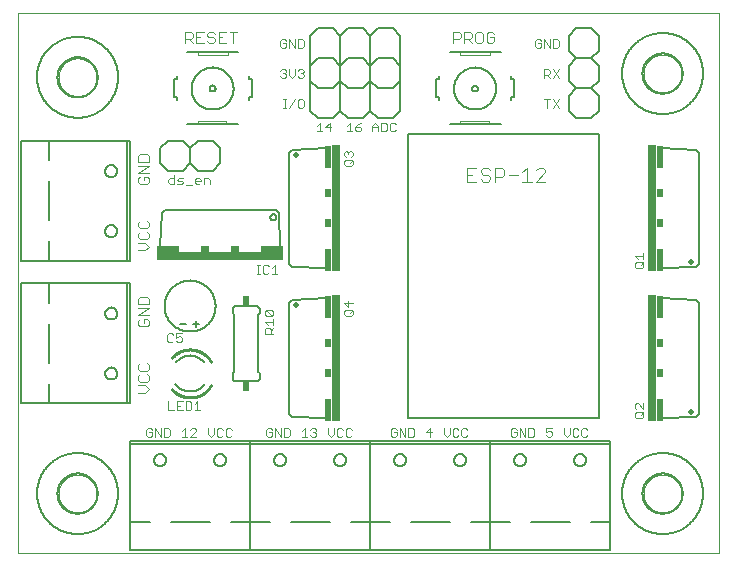
<source format=gto>
G75*
%MOIN*%
%OFA0B0*%
%FSLAX25Y25*%
%IPPOS*%
%LPD*%
%AMOC8*
5,1,8,0,0,1.08239X$1,22.5*
%
%ADD10C,0.00000*%
%ADD11C,0.00300*%
%ADD12C,0.00600*%
%ADD13C,0.00800*%
%ADD14C,0.00200*%
%ADD15C,0.00500*%
%ADD16C,0.00400*%
%ADD17C,0.02000*%
%ADD18R,0.03000X0.42000*%
%ADD19R,0.02000X0.07500*%
%ADD20R,0.02000X0.03000*%
%ADD21R,0.42000X0.03000*%
%ADD22R,0.07500X0.02000*%
%ADD23R,0.03000X0.02000*%
%ADD24C,0.01000*%
%ADD25R,0.02400X0.03400*%
D10*
X0009300Y0001800D02*
X0009300Y0181761D01*
X0009300Y0181800D02*
X0243050Y0181800D01*
X0243001Y0181761D02*
X0243001Y0001800D01*
X0009300Y0001800D01*
X0023001Y0021800D02*
X0023003Y0021958D01*
X0023009Y0022116D01*
X0023019Y0022274D01*
X0023033Y0022432D01*
X0023051Y0022589D01*
X0023072Y0022746D01*
X0023098Y0022902D01*
X0023128Y0023058D01*
X0023161Y0023213D01*
X0023199Y0023366D01*
X0023240Y0023519D01*
X0023285Y0023671D01*
X0023334Y0023822D01*
X0023387Y0023971D01*
X0023443Y0024119D01*
X0023503Y0024265D01*
X0023567Y0024410D01*
X0023635Y0024553D01*
X0023706Y0024695D01*
X0023780Y0024835D01*
X0023858Y0024972D01*
X0023940Y0025108D01*
X0024024Y0025242D01*
X0024113Y0025373D01*
X0024204Y0025502D01*
X0024299Y0025629D01*
X0024396Y0025754D01*
X0024497Y0025876D01*
X0024601Y0025995D01*
X0024708Y0026112D01*
X0024818Y0026226D01*
X0024931Y0026337D01*
X0025046Y0026446D01*
X0025164Y0026551D01*
X0025285Y0026653D01*
X0025408Y0026753D01*
X0025534Y0026849D01*
X0025662Y0026942D01*
X0025792Y0027032D01*
X0025925Y0027118D01*
X0026060Y0027202D01*
X0026196Y0027281D01*
X0026335Y0027358D01*
X0026476Y0027430D01*
X0026618Y0027500D01*
X0026762Y0027565D01*
X0026908Y0027627D01*
X0027055Y0027685D01*
X0027204Y0027740D01*
X0027354Y0027791D01*
X0027505Y0027838D01*
X0027657Y0027881D01*
X0027810Y0027920D01*
X0027965Y0027956D01*
X0028120Y0027987D01*
X0028276Y0028015D01*
X0028432Y0028039D01*
X0028589Y0028059D01*
X0028747Y0028075D01*
X0028904Y0028087D01*
X0029063Y0028095D01*
X0029221Y0028099D01*
X0029379Y0028099D01*
X0029537Y0028095D01*
X0029696Y0028087D01*
X0029853Y0028075D01*
X0030011Y0028059D01*
X0030168Y0028039D01*
X0030324Y0028015D01*
X0030480Y0027987D01*
X0030635Y0027956D01*
X0030790Y0027920D01*
X0030943Y0027881D01*
X0031095Y0027838D01*
X0031246Y0027791D01*
X0031396Y0027740D01*
X0031545Y0027685D01*
X0031692Y0027627D01*
X0031838Y0027565D01*
X0031982Y0027500D01*
X0032124Y0027430D01*
X0032265Y0027358D01*
X0032404Y0027281D01*
X0032540Y0027202D01*
X0032675Y0027118D01*
X0032808Y0027032D01*
X0032938Y0026942D01*
X0033066Y0026849D01*
X0033192Y0026753D01*
X0033315Y0026653D01*
X0033436Y0026551D01*
X0033554Y0026446D01*
X0033669Y0026337D01*
X0033782Y0026226D01*
X0033892Y0026112D01*
X0033999Y0025995D01*
X0034103Y0025876D01*
X0034204Y0025754D01*
X0034301Y0025629D01*
X0034396Y0025502D01*
X0034487Y0025373D01*
X0034576Y0025242D01*
X0034660Y0025108D01*
X0034742Y0024972D01*
X0034820Y0024835D01*
X0034894Y0024695D01*
X0034965Y0024553D01*
X0035033Y0024410D01*
X0035097Y0024265D01*
X0035157Y0024119D01*
X0035213Y0023971D01*
X0035266Y0023822D01*
X0035315Y0023671D01*
X0035360Y0023519D01*
X0035401Y0023366D01*
X0035439Y0023213D01*
X0035472Y0023058D01*
X0035502Y0022902D01*
X0035528Y0022746D01*
X0035549Y0022589D01*
X0035567Y0022432D01*
X0035581Y0022274D01*
X0035591Y0022116D01*
X0035597Y0021958D01*
X0035599Y0021800D01*
X0035597Y0021642D01*
X0035591Y0021484D01*
X0035581Y0021326D01*
X0035567Y0021168D01*
X0035549Y0021011D01*
X0035528Y0020854D01*
X0035502Y0020698D01*
X0035472Y0020542D01*
X0035439Y0020387D01*
X0035401Y0020234D01*
X0035360Y0020081D01*
X0035315Y0019929D01*
X0035266Y0019778D01*
X0035213Y0019629D01*
X0035157Y0019481D01*
X0035097Y0019335D01*
X0035033Y0019190D01*
X0034965Y0019047D01*
X0034894Y0018905D01*
X0034820Y0018765D01*
X0034742Y0018628D01*
X0034660Y0018492D01*
X0034576Y0018358D01*
X0034487Y0018227D01*
X0034396Y0018098D01*
X0034301Y0017971D01*
X0034204Y0017846D01*
X0034103Y0017724D01*
X0033999Y0017605D01*
X0033892Y0017488D01*
X0033782Y0017374D01*
X0033669Y0017263D01*
X0033554Y0017154D01*
X0033436Y0017049D01*
X0033315Y0016947D01*
X0033192Y0016847D01*
X0033066Y0016751D01*
X0032938Y0016658D01*
X0032808Y0016568D01*
X0032675Y0016482D01*
X0032540Y0016398D01*
X0032404Y0016319D01*
X0032265Y0016242D01*
X0032124Y0016170D01*
X0031982Y0016100D01*
X0031838Y0016035D01*
X0031692Y0015973D01*
X0031545Y0015915D01*
X0031396Y0015860D01*
X0031246Y0015809D01*
X0031095Y0015762D01*
X0030943Y0015719D01*
X0030790Y0015680D01*
X0030635Y0015644D01*
X0030480Y0015613D01*
X0030324Y0015585D01*
X0030168Y0015561D01*
X0030011Y0015541D01*
X0029853Y0015525D01*
X0029696Y0015513D01*
X0029537Y0015505D01*
X0029379Y0015501D01*
X0029221Y0015501D01*
X0029063Y0015505D01*
X0028904Y0015513D01*
X0028747Y0015525D01*
X0028589Y0015541D01*
X0028432Y0015561D01*
X0028276Y0015585D01*
X0028120Y0015613D01*
X0027965Y0015644D01*
X0027810Y0015680D01*
X0027657Y0015719D01*
X0027505Y0015762D01*
X0027354Y0015809D01*
X0027204Y0015860D01*
X0027055Y0015915D01*
X0026908Y0015973D01*
X0026762Y0016035D01*
X0026618Y0016100D01*
X0026476Y0016170D01*
X0026335Y0016242D01*
X0026196Y0016319D01*
X0026060Y0016398D01*
X0025925Y0016482D01*
X0025792Y0016568D01*
X0025662Y0016658D01*
X0025534Y0016751D01*
X0025408Y0016847D01*
X0025285Y0016947D01*
X0025164Y0017049D01*
X0025046Y0017154D01*
X0024931Y0017263D01*
X0024818Y0017374D01*
X0024708Y0017488D01*
X0024601Y0017605D01*
X0024497Y0017724D01*
X0024396Y0017846D01*
X0024299Y0017971D01*
X0024204Y0018098D01*
X0024113Y0018227D01*
X0024024Y0018358D01*
X0023940Y0018492D01*
X0023858Y0018628D01*
X0023780Y0018765D01*
X0023706Y0018905D01*
X0023635Y0019047D01*
X0023567Y0019190D01*
X0023503Y0019335D01*
X0023443Y0019481D01*
X0023387Y0019629D01*
X0023334Y0019778D01*
X0023285Y0019929D01*
X0023240Y0020081D01*
X0023199Y0020234D01*
X0023161Y0020387D01*
X0023128Y0020542D01*
X0023098Y0020698D01*
X0023072Y0020854D01*
X0023051Y0021011D01*
X0023033Y0021168D01*
X0023019Y0021326D01*
X0023009Y0021484D01*
X0023003Y0021642D01*
X0023001Y0021800D01*
X0023001Y0160550D02*
X0023003Y0160708D01*
X0023009Y0160866D01*
X0023019Y0161024D01*
X0023033Y0161182D01*
X0023051Y0161339D01*
X0023072Y0161496D01*
X0023098Y0161652D01*
X0023128Y0161808D01*
X0023161Y0161963D01*
X0023199Y0162116D01*
X0023240Y0162269D01*
X0023285Y0162421D01*
X0023334Y0162572D01*
X0023387Y0162721D01*
X0023443Y0162869D01*
X0023503Y0163015D01*
X0023567Y0163160D01*
X0023635Y0163303D01*
X0023706Y0163445D01*
X0023780Y0163585D01*
X0023858Y0163722D01*
X0023940Y0163858D01*
X0024024Y0163992D01*
X0024113Y0164123D01*
X0024204Y0164252D01*
X0024299Y0164379D01*
X0024396Y0164504D01*
X0024497Y0164626D01*
X0024601Y0164745D01*
X0024708Y0164862D01*
X0024818Y0164976D01*
X0024931Y0165087D01*
X0025046Y0165196D01*
X0025164Y0165301D01*
X0025285Y0165403D01*
X0025408Y0165503D01*
X0025534Y0165599D01*
X0025662Y0165692D01*
X0025792Y0165782D01*
X0025925Y0165868D01*
X0026060Y0165952D01*
X0026196Y0166031D01*
X0026335Y0166108D01*
X0026476Y0166180D01*
X0026618Y0166250D01*
X0026762Y0166315D01*
X0026908Y0166377D01*
X0027055Y0166435D01*
X0027204Y0166490D01*
X0027354Y0166541D01*
X0027505Y0166588D01*
X0027657Y0166631D01*
X0027810Y0166670D01*
X0027965Y0166706D01*
X0028120Y0166737D01*
X0028276Y0166765D01*
X0028432Y0166789D01*
X0028589Y0166809D01*
X0028747Y0166825D01*
X0028904Y0166837D01*
X0029063Y0166845D01*
X0029221Y0166849D01*
X0029379Y0166849D01*
X0029537Y0166845D01*
X0029696Y0166837D01*
X0029853Y0166825D01*
X0030011Y0166809D01*
X0030168Y0166789D01*
X0030324Y0166765D01*
X0030480Y0166737D01*
X0030635Y0166706D01*
X0030790Y0166670D01*
X0030943Y0166631D01*
X0031095Y0166588D01*
X0031246Y0166541D01*
X0031396Y0166490D01*
X0031545Y0166435D01*
X0031692Y0166377D01*
X0031838Y0166315D01*
X0031982Y0166250D01*
X0032124Y0166180D01*
X0032265Y0166108D01*
X0032404Y0166031D01*
X0032540Y0165952D01*
X0032675Y0165868D01*
X0032808Y0165782D01*
X0032938Y0165692D01*
X0033066Y0165599D01*
X0033192Y0165503D01*
X0033315Y0165403D01*
X0033436Y0165301D01*
X0033554Y0165196D01*
X0033669Y0165087D01*
X0033782Y0164976D01*
X0033892Y0164862D01*
X0033999Y0164745D01*
X0034103Y0164626D01*
X0034204Y0164504D01*
X0034301Y0164379D01*
X0034396Y0164252D01*
X0034487Y0164123D01*
X0034576Y0163992D01*
X0034660Y0163858D01*
X0034742Y0163722D01*
X0034820Y0163585D01*
X0034894Y0163445D01*
X0034965Y0163303D01*
X0035033Y0163160D01*
X0035097Y0163015D01*
X0035157Y0162869D01*
X0035213Y0162721D01*
X0035266Y0162572D01*
X0035315Y0162421D01*
X0035360Y0162269D01*
X0035401Y0162116D01*
X0035439Y0161963D01*
X0035472Y0161808D01*
X0035502Y0161652D01*
X0035528Y0161496D01*
X0035549Y0161339D01*
X0035567Y0161182D01*
X0035581Y0161024D01*
X0035591Y0160866D01*
X0035597Y0160708D01*
X0035599Y0160550D01*
X0035597Y0160392D01*
X0035591Y0160234D01*
X0035581Y0160076D01*
X0035567Y0159918D01*
X0035549Y0159761D01*
X0035528Y0159604D01*
X0035502Y0159448D01*
X0035472Y0159292D01*
X0035439Y0159137D01*
X0035401Y0158984D01*
X0035360Y0158831D01*
X0035315Y0158679D01*
X0035266Y0158528D01*
X0035213Y0158379D01*
X0035157Y0158231D01*
X0035097Y0158085D01*
X0035033Y0157940D01*
X0034965Y0157797D01*
X0034894Y0157655D01*
X0034820Y0157515D01*
X0034742Y0157378D01*
X0034660Y0157242D01*
X0034576Y0157108D01*
X0034487Y0156977D01*
X0034396Y0156848D01*
X0034301Y0156721D01*
X0034204Y0156596D01*
X0034103Y0156474D01*
X0033999Y0156355D01*
X0033892Y0156238D01*
X0033782Y0156124D01*
X0033669Y0156013D01*
X0033554Y0155904D01*
X0033436Y0155799D01*
X0033315Y0155697D01*
X0033192Y0155597D01*
X0033066Y0155501D01*
X0032938Y0155408D01*
X0032808Y0155318D01*
X0032675Y0155232D01*
X0032540Y0155148D01*
X0032404Y0155069D01*
X0032265Y0154992D01*
X0032124Y0154920D01*
X0031982Y0154850D01*
X0031838Y0154785D01*
X0031692Y0154723D01*
X0031545Y0154665D01*
X0031396Y0154610D01*
X0031246Y0154559D01*
X0031095Y0154512D01*
X0030943Y0154469D01*
X0030790Y0154430D01*
X0030635Y0154394D01*
X0030480Y0154363D01*
X0030324Y0154335D01*
X0030168Y0154311D01*
X0030011Y0154291D01*
X0029853Y0154275D01*
X0029696Y0154263D01*
X0029537Y0154255D01*
X0029379Y0154251D01*
X0029221Y0154251D01*
X0029063Y0154255D01*
X0028904Y0154263D01*
X0028747Y0154275D01*
X0028589Y0154291D01*
X0028432Y0154311D01*
X0028276Y0154335D01*
X0028120Y0154363D01*
X0027965Y0154394D01*
X0027810Y0154430D01*
X0027657Y0154469D01*
X0027505Y0154512D01*
X0027354Y0154559D01*
X0027204Y0154610D01*
X0027055Y0154665D01*
X0026908Y0154723D01*
X0026762Y0154785D01*
X0026618Y0154850D01*
X0026476Y0154920D01*
X0026335Y0154992D01*
X0026196Y0155069D01*
X0026060Y0155148D01*
X0025925Y0155232D01*
X0025792Y0155318D01*
X0025662Y0155408D01*
X0025534Y0155501D01*
X0025408Y0155597D01*
X0025285Y0155697D01*
X0025164Y0155799D01*
X0025046Y0155904D01*
X0024931Y0156013D01*
X0024818Y0156124D01*
X0024708Y0156238D01*
X0024601Y0156355D01*
X0024497Y0156474D01*
X0024396Y0156596D01*
X0024299Y0156721D01*
X0024204Y0156848D01*
X0024113Y0156977D01*
X0024024Y0157108D01*
X0023940Y0157242D01*
X0023858Y0157378D01*
X0023780Y0157515D01*
X0023706Y0157655D01*
X0023635Y0157797D01*
X0023567Y0157940D01*
X0023503Y0158085D01*
X0023443Y0158231D01*
X0023387Y0158379D01*
X0023334Y0158528D01*
X0023285Y0158679D01*
X0023240Y0158831D01*
X0023199Y0158984D01*
X0023161Y0159137D01*
X0023128Y0159292D01*
X0023098Y0159448D01*
X0023072Y0159604D01*
X0023051Y0159761D01*
X0023033Y0159918D01*
X0023019Y0160076D01*
X0023009Y0160234D01*
X0023003Y0160392D01*
X0023001Y0160550D01*
X0218001Y0161800D02*
X0218003Y0161958D01*
X0218009Y0162116D01*
X0218019Y0162274D01*
X0218033Y0162432D01*
X0218051Y0162589D01*
X0218072Y0162746D01*
X0218098Y0162902D01*
X0218128Y0163058D01*
X0218161Y0163213D01*
X0218199Y0163366D01*
X0218240Y0163519D01*
X0218285Y0163671D01*
X0218334Y0163822D01*
X0218387Y0163971D01*
X0218443Y0164119D01*
X0218503Y0164265D01*
X0218567Y0164410D01*
X0218635Y0164553D01*
X0218706Y0164695D01*
X0218780Y0164835D01*
X0218858Y0164972D01*
X0218940Y0165108D01*
X0219024Y0165242D01*
X0219113Y0165373D01*
X0219204Y0165502D01*
X0219299Y0165629D01*
X0219396Y0165754D01*
X0219497Y0165876D01*
X0219601Y0165995D01*
X0219708Y0166112D01*
X0219818Y0166226D01*
X0219931Y0166337D01*
X0220046Y0166446D01*
X0220164Y0166551D01*
X0220285Y0166653D01*
X0220408Y0166753D01*
X0220534Y0166849D01*
X0220662Y0166942D01*
X0220792Y0167032D01*
X0220925Y0167118D01*
X0221060Y0167202D01*
X0221196Y0167281D01*
X0221335Y0167358D01*
X0221476Y0167430D01*
X0221618Y0167500D01*
X0221762Y0167565D01*
X0221908Y0167627D01*
X0222055Y0167685D01*
X0222204Y0167740D01*
X0222354Y0167791D01*
X0222505Y0167838D01*
X0222657Y0167881D01*
X0222810Y0167920D01*
X0222965Y0167956D01*
X0223120Y0167987D01*
X0223276Y0168015D01*
X0223432Y0168039D01*
X0223589Y0168059D01*
X0223747Y0168075D01*
X0223904Y0168087D01*
X0224063Y0168095D01*
X0224221Y0168099D01*
X0224379Y0168099D01*
X0224537Y0168095D01*
X0224696Y0168087D01*
X0224853Y0168075D01*
X0225011Y0168059D01*
X0225168Y0168039D01*
X0225324Y0168015D01*
X0225480Y0167987D01*
X0225635Y0167956D01*
X0225790Y0167920D01*
X0225943Y0167881D01*
X0226095Y0167838D01*
X0226246Y0167791D01*
X0226396Y0167740D01*
X0226545Y0167685D01*
X0226692Y0167627D01*
X0226838Y0167565D01*
X0226982Y0167500D01*
X0227124Y0167430D01*
X0227265Y0167358D01*
X0227404Y0167281D01*
X0227540Y0167202D01*
X0227675Y0167118D01*
X0227808Y0167032D01*
X0227938Y0166942D01*
X0228066Y0166849D01*
X0228192Y0166753D01*
X0228315Y0166653D01*
X0228436Y0166551D01*
X0228554Y0166446D01*
X0228669Y0166337D01*
X0228782Y0166226D01*
X0228892Y0166112D01*
X0228999Y0165995D01*
X0229103Y0165876D01*
X0229204Y0165754D01*
X0229301Y0165629D01*
X0229396Y0165502D01*
X0229487Y0165373D01*
X0229576Y0165242D01*
X0229660Y0165108D01*
X0229742Y0164972D01*
X0229820Y0164835D01*
X0229894Y0164695D01*
X0229965Y0164553D01*
X0230033Y0164410D01*
X0230097Y0164265D01*
X0230157Y0164119D01*
X0230213Y0163971D01*
X0230266Y0163822D01*
X0230315Y0163671D01*
X0230360Y0163519D01*
X0230401Y0163366D01*
X0230439Y0163213D01*
X0230472Y0163058D01*
X0230502Y0162902D01*
X0230528Y0162746D01*
X0230549Y0162589D01*
X0230567Y0162432D01*
X0230581Y0162274D01*
X0230591Y0162116D01*
X0230597Y0161958D01*
X0230599Y0161800D01*
X0230597Y0161642D01*
X0230591Y0161484D01*
X0230581Y0161326D01*
X0230567Y0161168D01*
X0230549Y0161011D01*
X0230528Y0160854D01*
X0230502Y0160698D01*
X0230472Y0160542D01*
X0230439Y0160387D01*
X0230401Y0160234D01*
X0230360Y0160081D01*
X0230315Y0159929D01*
X0230266Y0159778D01*
X0230213Y0159629D01*
X0230157Y0159481D01*
X0230097Y0159335D01*
X0230033Y0159190D01*
X0229965Y0159047D01*
X0229894Y0158905D01*
X0229820Y0158765D01*
X0229742Y0158628D01*
X0229660Y0158492D01*
X0229576Y0158358D01*
X0229487Y0158227D01*
X0229396Y0158098D01*
X0229301Y0157971D01*
X0229204Y0157846D01*
X0229103Y0157724D01*
X0228999Y0157605D01*
X0228892Y0157488D01*
X0228782Y0157374D01*
X0228669Y0157263D01*
X0228554Y0157154D01*
X0228436Y0157049D01*
X0228315Y0156947D01*
X0228192Y0156847D01*
X0228066Y0156751D01*
X0227938Y0156658D01*
X0227808Y0156568D01*
X0227675Y0156482D01*
X0227540Y0156398D01*
X0227404Y0156319D01*
X0227265Y0156242D01*
X0227124Y0156170D01*
X0226982Y0156100D01*
X0226838Y0156035D01*
X0226692Y0155973D01*
X0226545Y0155915D01*
X0226396Y0155860D01*
X0226246Y0155809D01*
X0226095Y0155762D01*
X0225943Y0155719D01*
X0225790Y0155680D01*
X0225635Y0155644D01*
X0225480Y0155613D01*
X0225324Y0155585D01*
X0225168Y0155561D01*
X0225011Y0155541D01*
X0224853Y0155525D01*
X0224696Y0155513D01*
X0224537Y0155505D01*
X0224379Y0155501D01*
X0224221Y0155501D01*
X0224063Y0155505D01*
X0223904Y0155513D01*
X0223747Y0155525D01*
X0223589Y0155541D01*
X0223432Y0155561D01*
X0223276Y0155585D01*
X0223120Y0155613D01*
X0222965Y0155644D01*
X0222810Y0155680D01*
X0222657Y0155719D01*
X0222505Y0155762D01*
X0222354Y0155809D01*
X0222204Y0155860D01*
X0222055Y0155915D01*
X0221908Y0155973D01*
X0221762Y0156035D01*
X0221618Y0156100D01*
X0221476Y0156170D01*
X0221335Y0156242D01*
X0221196Y0156319D01*
X0221060Y0156398D01*
X0220925Y0156482D01*
X0220792Y0156568D01*
X0220662Y0156658D01*
X0220534Y0156751D01*
X0220408Y0156847D01*
X0220285Y0156947D01*
X0220164Y0157049D01*
X0220046Y0157154D01*
X0219931Y0157263D01*
X0219818Y0157374D01*
X0219708Y0157488D01*
X0219601Y0157605D01*
X0219497Y0157724D01*
X0219396Y0157846D01*
X0219299Y0157971D01*
X0219204Y0158098D01*
X0219113Y0158227D01*
X0219024Y0158358D01*
X0218940Y0158492D01*
X0218858Y0158628D01*
X0218780Y0158765D01*
X0218706Y0158905D01*
X0218635Y0159047D01*
X0218567Y0159190D01*
X0218503Y0159335D01*
X0218443Y0159481D01*
X0218387Y0159629D01*
X0218334Y0159778D01*
X0218285Y0159929D01*
X0218240Y0160081D01*
X0218199Y0160234D01*
X0218161Y0160387D01*
X0218128Y0160542D01*
X0218098Y0160698D01*
X0218072Y0160854D01*
X0218051Y0161011D01*
X0218033Y0161168D01*
X0218019Y0161326D01*
X0218009Y0161484D01*
X0218003Y0161642D01*
X0218001Y0161800D01*
X0218001Y0021800D02*
X0218003Y0021958D01*
X0218009Y0022116D01*
X0218019Y0022274D01*
X0218033Y0022432D01*
X0218051Y0022589D01*
X0218072Y0022746D01*
X0218098Y0022902D01*
X0218128Y0023058D01*
X0218161Y0023213D01*
X0218199Y0023366D01*
X0218240Y0023519D01*
X0218285Y0023671D01*
X0218334Y0023822D01*
X0218387Y0023971D01*
X0218443Y0024119D01*
X0218503Y0024265D01*
X0218567Y0024410D01*
X0218635Y0024553D01*
X0218706Y0024695D01*
X0218780Y0024835D01*
X0218858Y0024972D01*
X0218940Y0025108D01*
X0219024Y0025242D01*
X0219113Y0025373D01*
X0219204Y0025502D01*
X0219299Y0025629D01*
X0219396Y0025754D01*
X0219497Y0025876D01*
X0219601Y0025995D01*
X0219708Y0026112D01*
X0219818Y0026226D01*
X0219931Y0026337D01*
X0220046Y0026446D01*
X0220164Y0026551D01*
X0220285Y0026653D01*
X0220408Y0026753D01*
X0220534Y0026849D01*
X0220662Y0026942D01*
X0220792Y0027032D01*
X0220925Y0027118D01*
X0221060Y0027202D01*
X0221196Y0027281D01*
X0221335Y0027358D01*
X0221476Y0027430D01*
X0221618Y0027500D01*
X0221762Y0027565D01*
X0221908Y0027627D01*
X0222055Y0027685D01*
X0222204Y0027740D01*
X0222354Y0027791D01*
X0222505Y0027838D01*
X0222657Y0027881D01*
X0222810Y0027920D01*
X0222965Y0027956D01*
X0223120Y0027987D01*
X0223276Y0028015D01*
X0223432Y0028039D01*
X0223589Y0028059D01*
X0223747Y0028075D01*
X0223904Y0028087D01*
X0224063Y0028095D01*
X0224221Y0028099D01*
X0224379Y0028099D01*
X0224537Y0028095D01*
X0224696Y0028087D01*
X0224853Y0028075D01*
X0225011Y0028059D01*
X0225168Y0028039D01*
X0225324Y0028015D01*
X0225480Y0027987D01*
X0225635Y0027956D01*
X0225790Y0027920D01*
X0225943Y0027881D01*
X0226095Y0027838D01*
X0226246Y0027791D01*
X0226396Y0027740D01*
X0226545Y0027685D01*
X0226692Y0027627D01*
X0226838Y0027565D01*
X0226982Y0027500D01*
X0227124Y0027430D01*
X0227265Y0027358D01*
X0227404Y0027281D01*
X0227540Y0027202D01*
X0227675Y0027118D01*
X0227808Y0027032D01*
X0227938Y0026942D01*
X0228066Y0026849D01*
X0228192Y0026753D01*
X0228315Y0026653D01*
X0228436Y0026551D01*
X0228554Y0026446D01*
X0228669Y0026337D01*
X0228782Y0026226D01*
X0228892Y0026112D01*
X0228999Y0025995D01*
X0229103Y0025876D01*
X0229204Y0025754D01*
X0229301Y0025629D01*
X0229396Y0025502D01*
X0229487Y0025373D01*
X0229576Y0025242D01*
X0229660Y0025108D01*
X0229742Y0024972D01*
X0229820Y0024835D01*
X0229894Y0024695D01*
X0229965Y0024553D01*
X0230033Y0024410D01*
X0230097Y0024265D01*
X0230157Y0024119D01*
X0230213Y0023971D01*
X0230266Y0023822D01*
X0230315Y0023671D01*
X0230360Y0023519D01*
X0230401Y0023366D01*
X0230439Y0023213D01*
X0230472Y0023058D01*
X0230502Y0022902D01*
X0230528Y0022746D01*
X0230549Y0022589D01*
X0230567Y0022432D01*
X0230581Y0022274D01*
X0230591Y0022116D01*
X0230597Y0021958D01*
X0230599Y0021800D01*
X0230597Y0021642D01*
X0230591Y0021484D01*
X0230581Y0021326D01*
X0230567Y0021168D01*
X0230549Y0021011D01*
X0230528Y0020854D01*
X0230502Y0020698D01*
X0230472Y0020542D01*
X0230439Y0020387D01*
X0230401Y0020234D01*
X0230360Y0020081D01*
X0230315Y0019929D01*
X0230266Y0019778D01*
X0230213Y0019629D01*
X0230157Y0019481D01*
X0230097Y0019335D01*
X0230033Y0019190D01*
X0229965Y0019047D01*
X0229894Y0018905D01*
X0229820Y0018765D01*
X0229742Y0018628D01*
X0229660Y0018492D01*
X0229576Y0018358D01*
X0229487Y0018227D01*
X0229396Y0018098D01*
X0229301Y0017971D01*
X0229204Y0017846D01*
X0229103Y0017724D01*
X0228999Y0017605D01*
X0228892Y0017488D01*
X0228782Y0017374D01*
X0228669Y0017263D01*
X0228554Y0017154D01*
X0228436Y0017049D01*
X0228315Y0016947D01*
X0228192Y0016847D01*
X0228066Y0016751D01*
X0227938Y0016658D01*
X0227808Y0016568D01*
X0227675Y0016482D01*
X0227540Y0016398D01*
X0227404Y0016319D01*
X0227265Y0016242D01*
X0227124Y0016170D01*
X0226982Y0016100D01*
X0226838Y0016035D01*
X0226692Y0015973D01*
X0226545Y0015915D01*
X0226396Y0015860D01*
X0226246Y0015809D01*
X0226095Y0015762D01*
X0225943Y0015719D01*
X0225790Y0015680D01*
X0225635Y0015644D01*
X0225480Y0015613D01*
X0225324Y0015585D01*
X0225168Y0015561D01*
X0225011Y0015541D01*
X0224853Y0015525D01*
X0224696Y0015513D01*
X0224537Y0015505D01*
X0224379Y0015501D01*
X0224221Y0015501D01*
X0224063Y0015505D01*
X0223904Y0015513D01*
X0223747Y0015525D01*
X0223589Y0015541D01*
X0223432Y0015561D01*
X0223276Y0015585D01*
X0223120Y0015613D01*
X0222965Y0015644D01*
X0222810Y0015680D01*
X0222657Y0015719D01*
X0222505Y0015762D01*
X0222354Y0015809D01*
X0222204Y0015860D01*
X0222055Y0015915D01*
X0221908Y0015973D01*
X0221762Y0016035D01*
X0221618Y0016100D01*
X0221476Y0016170D01*
X0221335Y0016242D01*
X0221196Y0016319D01*
X0221060Y0016398D01*
X0220925Y0016482D01*
X0220792Y0016568D01*
X0220662Y0016658D01*
X0220534Y0016751D01*
X0220408Y0016847D01*
X0220285Y0016947D01*
X0220164Y0017049D01*
X0220046Y0017154D01*
X0219931Y0017263D01*
X0219818Y0017374D01*
X0219708Y0017488D01*
X0219601Y0017605D01*
X0219497Y0017724D01*
X0219396Y0017846D01*
X0219299Y0017971D01*
X0219204Y0018098D01*
X0219113Y0018227D01*
X0219024Y0018358D01*
X0218940Y0018492D01*
X0218858Y0018628D01*
X0218780Y0018765D01*
X0218706Y0018905D01*
X0218635Y0019047D01*
X0218567Y0019190D01*
X0218503Y0019335D01*
X0218443Y0019481D01*
X0218387Y0019629D01*
X0218334Y0019778D01*
X0218285Y0019929D01*
X0218240Y0020081D01*
X0218199Y0020234D01*
X0218161Y0020387D01*
X0218128Y0020542D01*
X0218098Y0020698D01*
X0218072Y0020854D01*
X0218051Y0021011D01*
X0218033Y0021168D01*
X0218019Y0021326D01*
X0218009Y0021484D01*
X0218003Y0021642D01*
X0218001Y0021800D01*
D11*
X0198714Y0040700D02*
X0199198Y0041184D01*
X0198714Y0040700D02*
X0197747Y0040700D01*
X0197263Y0041184D01*
X0197263Y0043119D01*
X0197747Y0043602D01*
X0198714Y0043602D01*
X0199198Y0043119D01*
X0196251Y0043119D02*
X0195768Y0043602D01*
X0194800Y0043602D01*
X0194316Y0043119D01*
X0194316Y0041184D01*
X0194800Y0040700D01*
X0195768Y0040700D01*
X0196251Y0041184D01*
X0193305Y0041667D02*
X0193305Y0043602D01*
X0193305Y0041667D02*
X0192337Y0040700D01*
X0191370Y0041667D01*
X0191370Y0043602D01*
X0187412Y0043602D02*
X0185477Y0043602D01*
X0185477Y0042151D01*
X0186444Y0042635D01*
X0186928Y0042635D01*
X0187412Y0042151D01*
X0187412Y0041184D01*
X0186928Y0040700D01*
X0185960Y0040700D01*
X0185477Y0041184D01*
X0181519Y0041184D02*
X0181519Y0043119D01*
X0181035Y0043602D01*
X0179584Y0043602D01*
X0179584Y0040700D01*
X0181035Y0040700D01*
X0181519Y0041184D01*
X0178572Y0040700D02*
X0178572Y0043602D01*
X0176637Y0043602D02*
X0178572Y0040700D01*
X0176637Y0040700D02*
X0176637Y0043602D01*
X0175626Y0043119D02*
X0175142Y0043602D01*
X0174174Y0043602D01*
X0173691Y0043119D01*
X0173691Y0041184D01*
X0174174Y0040700D01*
X0175142Y0040700D01*
X0175626Y0041184D01*
X0175626Y0042151D01*
X0174658Y0042151D01*
X0159198Y0041184D02*
X0158714Y0040700D01*
X0157747Y0040700D01*
X0157263Y0041184D01*
X0157263Y0043119D01*
X0157747Y0043602D01*
X0158714Y0043602D01*
X0159198Y0043119D01*
X0156251Y0043119D02*
X0155768Y0043602D01*
X0154800Y0043602D01*
X0154316Y0043119D01*
X0154316Y0041184D01*
X0154800Y0040700D01*
X0155768Y0040700D01*
X0156251Y0041184D01*
X0153305Y0041667D02*
X0153305Y0043602D01*
X0153305Y0041667D02*
X0152337Y0040700D01*
X0151370Y0041667D01*
X0151370Y0043602D01*
X0147412Y0042151D02*
X0145477Y0042151D01*
X0146928Y0043602D01*
X0146928Y0040700D01*
X0141519Y0041184D02*
X0141519Y0043119D01*
X0141035Y0043602D01*
X0139584Y0043602D01*
X0139584Y0040700D01*
X0141035Y0040700D01*
X0141519Y0041184D01*
X0138572Y0040700D02*
X0138572Y0043602D01*
X0136637Y0043602D02*
X0138572Y0040700D01*
X0136637Y0040700D02*
X0136637Y0043602D01*
X0135626Y0043119D02*
X0135142Y0043602D01*
X0134174Y0043602D01*
X0133691Y0043119D01*
X0133691Y0041184D01*
X0134174Y0040700D01*
X0135142Y0040700D01*
X0135626Y0041184D01*
X0135626Y0042151D01*
X0134658Y0042151D01*
X0120671Y0041184D02*
X0120187Y0040700D01*
X0119220Y0040700D01*
X0118736Y0041184D01*
X0118736Y0043119D01*
X0119220Y0043602D01*
X0120187Y0043602D01*
X0120671Y0043119D01*
X0117725Y0043119D02*
X0117241Y0043602D01*
X0116273Y0043602D01*
X0115790Y0043119D01*
X0115790Y0041184D01*
X0116273Y0040700D01*
X0117241Y0040700D01*
X0117725Y0041184D01*
X0114778Y0041667D02*
X0114778Y0043602D01*
X0114778Y0041667D02*
X0113811Y0040700D01*
X0112843Y0041667D01*
X0112843Y0043602D01*
X0108885Y0043119D02*
X0108885Y0042635D01*
X0108401Y0042151D01*
X0108885Y0041667D01*
X0108885Y0041184D01*
X0108401Y0040700D01*
X0107434Y0040700D01*
X0106950Y0041184D01*
X0105938Y0040700D02*
X0104003Y0040700D01*
X0104971Y0040700D02*
X0104971Y0043602D01*
X0104003Y0042635D01*
X0106950Y0043119D02*
X0107434Y0043602D01*
X0108401Y0043602D01*
X0108885Y0043119D01*
X0108401Y0042151D02*
X0107917Y0042151D01*
X0100045Y0041184D02*
X0100045Y0043119D01*
X0099562Y0043602D01*
X0098110Y0043602D01*
X0098110Y0040700D01*
X0099562Y0040700D01*
X0100045Y0041184D01*
X0097099Y0040700D02*
X0097099Y0043602D01*
X0095164Y0043602D02*
X0097099Y0040700D01*
X0095164Y0040700D02*
X0095164Y0043602D01*
X0094152Y0043119D02*
X0093669Y0043602D01*
X0092701Y0043602D01*
X0092217Y0043119D01*
X0092217Y0041184D01*
X0092701Y0040700D01*
X0093669Y0040700D01*
X0094152Y0041184D01*
X0094152Y0042151D01*
X0093185Y0042151D01*
X0080671Y0041184D02*
X0080187Y0040700D01*
X0079220Y0040700D01*
X0078736Y0041184D01*
X0078736Y0043119D01*
X0079220Y0043602D01*
X0080187Y0043602D01*
X0080671Y0043119D01*
X0077725Y0043119D02*
X0077241Y0043602D01*
X0076273Y0043602D01*
X0075790Y0043119D01*
X0075790Y0041184D01*
X0076273Y0040700D01*
X0077241Y0040700D01*
X0077725Y0041184D01*
X0074778Y0041667D02*
X0074778Y0043602D01*
X0074778Y0041667D02*
X0073811Y0040700D01*
X0072843Y0041667D01*
X0072843Y0043602D01*
X0068885Y0043119D02*
X0068401Y0043602D01*
X0067434Y0043602D01*
X0066950Y0043119D01*
X0068885Y0043119D02*
X0068885Y0042635D01*
X0066950Y0040700D01*
X0068885Y0040700D01*
X0065938Y0040700D02*
X0064003Y0040700D01*
X0064971Y0040700D02*
X0064971Y0043602D01*
X0064003Y0042635D01*
X0060045Y0043119D02*
X0060045Y0041184D01*
X0059562Y0040700D01*
X0058110Y0040700D01*
X0058110Y0043602D01*
X0059562Y0043602D01*
X0060045Y0043119D01*
X0057099Y0043602D02*
X0057099Y0040700D01*
X0055164Y0043602D01*
X0055164Y0040700D01*
X0054152Y0041184D02*
X0054152Y0042151D01*
X0053185Y0042151D01*
X0054152Y0041184D02*
X0053669Y0040700D01*
X0052701Y0040700D01*
X0052217Y0041184D01*
X0052217Y0043119D01*
X0052701Y0043602D01*
X0053669Y0043602D01*
X0054152Y0043119D01*
X0059450Y0049600D02*
X0061385Y0049600D01*
X0062397Y0049600D02*
X0062397Y0052502D01*
X0064331Y0052502D01*
X0065343Y0052502D02*
X0066794Y0052502D01*
X0067278Y0052019D01*
X0067278Y0050084D01*
X0066794Y0049600D01*
X0065343Y0049600D01*
X0065343Y0052502D01*
X0063364Y0051051D02*
X0062397Y0051051D01*
X0062397Y0049600D02*
X0064331Y0049600D01*
X0068290Y0049600D02*
X0070225Y0049600D01*
X0069257Y0049600D02*
X0069257Y0052502D01*
X0068290Y0051535D01*
X0059450Y0052502D02*
X0059450Y0049600D01*
X0053150Y0056610D02*
X0051916Y0055376D01*
X0049447Y0055376D01*
X0049447Y0057845D02*
X0051916Y0057845D01*
X0053150Y0056610D01*
X0052533Y0059059D02*
X0050064Y0059059D01*
X0049447Y0059676D01*
X0049447Y0060911D01*
X0050064Y0061528D01*
X0050064Y0062742D02*
X0052533Y0062742D01*
X0053150Y0063359D01*
X0053150Y0064594D01*
X0052533Y0065211D01*
X0050064Y0065211D02*
X0049447Y0064594D01*
X0049447Y0063359D01*
X0050064Y0062742D01*
X0052533Y0061528D02*
X0053150Y0060911D01*
X0053150Y0059676D01*
X0052533Y0059059D01*
X0059684Y0072250D02*
X0060651Y0072250D01*
X0061135Y0072734D01*
X0062147Y0072734D02*
X0062630Y0072250D01*
X0063598Y0072250D01*
X0064081Y0072734D01*
X0064081Y0073701D01*
X0063598Y0074185D01*
X0063114Y0074185D01*
X0062147Y0073701D01*
X0062147Y0075152D01*
X0064081Y0075152D01*
X0061135Y0074669D02*
X0060651Y0075152D01*
X0059684Y0075152D01*
X0059200Y0074669D01*
X0059200Y0072734D01*
X0059684Y0072250D01*
X0053150Y0078092D02*
X0053150Y0079326D01*
X0052533Y0079943D01*
X0051298Y0079943D01*
X0051298Y0078709D01*
X0050064Y0077475D02*
X0052533Y0077475D01*
X0053150Y0078092D01*
X0050064Y0077475D02*
X0049447Y0078092D01*
X0049447Y0079326D01*
X0050064Y0079943D01*
X0049447Y0081158D02*
X0053150Y0083627D01*
X0049447Y0083627D01*
X0049447Y0084841D02*
X0049447Y0086693D01*
X0050064Y0087310D01*
X0052533Y0087310D01*
X0053150Y0086693D01*
X0053150Y0084841D01*
X0049447Y0084841D01*
X0049447Y0081158D02*
X0053150Y0081158D01*
X0051916Y0102876D02*
X0049447Y0102876D01*
X0049447Y0105345D02*
X0051916Y0105345D01*
X0053150Y0104110D01*
X0051916Y0102876D01*
X0052533Y0106559D02*
X0050064Y0106559D01*
X0049447Y0107176D01*
X0049447Y0108411D01*
X0050064Y0109028D01*
X0050064Y0110242D02*
X0052533Y0110242D01*
X0053150Y0110859D01*
X0053150Y0112094D01*
X0052533Y0112711D01*
X0050064Y0112711D02*
X0049447Y0112094D01*
X0049447Y0110859D01*
X0050064Y0110242D01*
X0052533Y0109028D02*
X0053150Y0108411D01*
X0053150Y0107176D01*
X0052533Y0106559D01*
X0052533Y0124975D02*
X0050064Y0124975D01*
X0049447Y0125592D01*
X0049447Y0126826D01*
X0050064Y0127443D01*
X0051298Y0127443D02*
X0051298Y0126209D01*
X0051298Y0127443D02*
X0052533Y0127443D01*
X0053150Y0126826D01*
X0053150Y0125592D01*
X0052533Y0124975D01*
X0053150Y0128658D02*
X0049447Y0128658D01*
X0053150Y0131127D01*
X0049447Y0131127D01*
X0049447Y0132341D02*
X0049447Y0134193D01*
X0050064Y0134810D01*
X0052533Y0134810D01*
X0053150Y0134193D01*
X0053150Y0132341D01*
X0049447Y0132341D01*
X0059584Y0126451D02*
X0059584Y0125484D01*
X0060067Y0125000D01*
X0061519Y0125000D01*
X0061519Y0127902D01*
X0061519Y0126935D02*
X0060067Y0126935D01*
X0059584Y0126451D01*
X0062530Y0126451D02*
X0063014Y0125967D01*
X0063981Y0125967D01*
X0064465Y0125484D01*
X0063981Y0125000D01*
X0062530Y0125000D01*
X0062530Y0126451D02*
X0063014Y0126935D01*
X0064465Y0126935D01*
X0065477Y0124516D02*
X0067412Y0124516D01*
X0068423Y0125484D02*
X0068423Y0126451D01*
X0068907Y0126935D01*
X0069874Y0126935D01*
X0070358Y0126451D01*
X0070358Y0125967D01*
X0068423Y0125967D01*
X0068423Y0125484D02*
X0068907Y0125000D01*
X0069874Y0125000D01*
X0071370Y0125000D02*
X0071370Y0126935D01*
X0072821Y0126935D01*
X0073305Y0126451D01*
X0073305Y0125000D01*
X0097843Y0150350D02*
X0098810Y0150350D01*
X0098326Y0150350D02*
X0098326Y0153252D01*
X0097843Y0153252D02*
X0098810Y0153252D01*
X0101742Y0153252D02*
X0099807Y0150350D01*
X0102753Y0150834D02*
X0103237Y0150350D01*
X0104205Y0150350D01*
X0104688Y0150834D01*
X0104688Y0152769D01*
X0104205Y0153252D01*
X0103237Y0153252D01*
X0102753Y0152769D01*
X0102753Y0150834D01*
X0109003Y0144435D02*
X0109971Y0145402D01*
X0109971Y0142500D01*
X0110938Y0142500D02*
X0109003Y0142500D01*
X0111950Y0143951D02*
X0113885Y0143951D01*
X0113401Y0142500D02*
X0113401Y0145402D01*
X0111950Y0143951D01*
X0119003Y0144435D02*
X0119971Y0145402D01*
X0119971Y0142500D01*
X0120938Y0142500D02*
X0119003Y0142500D01*
X0121950Y0142984D02*
X0121950Y0143951D01*
X0123401Y0143951D01*
X0123885Y0143467D01*
X0123885Y0142984D01*
X0123401Y0142500D01*
X0122434Y0142500D01*
X0121950Y0142984D01*
X0121950Y0143951D02*
X0122917Y0144919D01*
X0123885Y0145402D01*
X0127530Y0144435D02*
X0128498Y0145402D01*
X0129465Y0144435D01*
X0129465Y0142500D01*
X0130477Y0142500D02*
X0131928Y0142500D01*
X0132412Y0142984D01*
X0132412Y0144919D01*
X0131928Y0145402D01*
X0130477Y0145402D01*
X0130477Y0142500D01*
X0129465Y0143951D02*
X0127530Y0143951D01*
X0127530Y0144435D02*
X0127530Y0142500D01*
X0133423Y0142984D02*
X0133907Y0142500D01*
X0134874Y0142500D01*
X0135358Y0142984D01*
X0135358Y0144919D02*
X0134874Y0145402D01*
X0133907Y0145402D01*
X0133423Y0144919D01*
X0133423Y0142984D01*
X0121050Y0135455D02*
X0121050Y0134487D01*
X0120566Y0134003D01*
X0120566Y0132992D02*
X0121050Y0132508D01*
X0121050Y0131541D01*
X0120566Y0131057D01*
X0118631Y0131057D01*
X0118148Y0131541D01*
X0118148Y0132508D01*
X0118631Y0132992D01*
X0120566Y0132992D01*
X0121050Y0132992D02*
X0120083Y0132024D01*
X0118631Y0134003D02*
X0118148Y0134487D01*
X0118148Y0135455D01*
X0118631Y0135938D01*
X0119115Y0135938D01*
X0119599Y0135455D01*
X0120083Y0135938D01*
X0120566Y0135938D01*
X0121050Y0135455D01*
X0119599Y0135455D02*
X0119599Y0134971D01*
X0104205Y0160350D02*
X0103237Y0160350D01*
X0102753Y0160834D01*
X0101742Y0161317D02*
X0101742Y0163252D01*
X0102753Y0162769D02*
X0103237Y0163252D01*
X0104205Y0163252D01*
X0104688Y0162769D01*
X0104688Y0162285D01*
X0104205Y0161801D01*
X0104688Y0161317D01*
X0104688Y0160834D01*
X0104205Y0160350D01*
X0104205Y0161801D02*
X0103721Y0161801D01*
X0101742Y0161317D02*
X0100774Y0160350D01*
X0099807Y0161317D01*
X0099807Y0163252D01*
X0098795Y0162769D02*
X0098795Y0162285D01*
X0098312Y0161801D01*
X0098795Y0161317D01*
X0098795Y0160834D01*
X0098312Y0160350D01*
X0097344Y0160350D01*
X0096860Y0160834D01*
X0097828Y0161801D02*
X0098312Y0161801D01*
X0098795Y0162769D02*
X0098312Y0163252D01*
X0097344Y0163252D01*
X0096860Y0162769D01*
X0097344Y0170350D02*
X0098312Y0170350D01*
X0098795Y0170834D01*
X0098795Y0171801D01*
X0097828Y0171801D01*
X0096860Y0172769D02*
X0096860Y0170834D01*
X0097344Y0170350D01*
X0099807Y0170350D02*
X0099807Y0173252D01*
X0101742Y0170350D01*
X0101742Y0173252D01*
X0102753Y0173252D02*
X0104205Y0173252D01*
X0104688Y0172769D01*
X0104688Y0170834D01*
X0104205Y0170350D01*
X0102753Y0170350D01*
X0102753Y0173252D01*
X0098795Y0172769D02*
X0098312Y0173252D01*
X0097344Y0173252D01*
X0096860Y0172769D01*
X0082443Y0175653D02*
X0079975Y0175653D01*
X0078760Y0175653D02*
X0076292Y0175653D01*
X0076292Y0171950D01*
X0078760Y0171950D01*
X0077526Y0173802D02*
X0076292Y0173802D01*
X0075077Y0173184D02*
X0075077Y0172567D01*
X0074460Y0171950D01*
X0073226Y0171950D01*
X0072608Y0172567D01*
X0071394Y0171950D02*
X0068925Y0171950D01*
X0068925Y0175653D01*
X0071394Y0175653D01*
X0072608Y0175036D02*
X0073226Y0175653D01*
X0074460Y0175653D01*
X0075077Y0175036D01*
X0074460Y0173802D02*
X0075077Y0173184D01*
X0074460Y0173802D02*
X0073226Y0173802D01*
X0072608Y0174419D01*
X0072608Y0175036D01*
X0070160Y0173802D02*
X0068925Y0173802D01*
X0067711Y0173802D02*
X0067094Y0173184D01*
X0065242Y0173184D01*
X0065242Y0171950D02*
X0065242Y0175653D01*
X0067094Y0175653D01*
X0067711Y0175036D01*
X0067711Y0173802D01*
X0066477Y0173184D02*
X0067711Y0171950D01*
X0081209Y0171950D02*
X0081209Y0175653D01*
X0154584Y0175653D02*
X0154584Y0171950D01*
X0154584Y0173184D02*
X0156435Y0173184D01*
X0157052Y0173802D01*
X0157052Y0175036D01*
X0156435Y0175653D01*
X0154584Y0175653D01*
X0158267Y0175653D02*
X0158267Y0171950D01*
X0158267Y0173184D02*
X0160118Y0173184D01*
X0160736Y0173802D01*
X0160736Y0175036D01*
X0160118Y0175653D01*
X0158267Y0175653D01*
X0161950Y0175036D02*
X0161950Y0172567D01*
X0162567Y0171950D01*
X0163802Y0171950D01*
X0164419Y0172567D01*
X0164419Y0175036D01*
X0163802Y0175653D01*
X0162567Y0175653D01*
X0161950Y0175036D01*
X0159501Y0173184D02*
X0160736Y0171950D01*
X0165633Y0172567D02*
X0166250Y0171950D01*
X0167485Y0171950D01*
X0168102Y0172567D01*
X0168102Y0173802D01*
X0166868Y0173802D01*
X0168102Y0175036D02*
X0167485Y0175653D01*
X0166250Y0175653D01*
X0165633Y0175036D01*
X0165633Y0172567D01*
X0181860Y0172769D02*
X0181860Y0170834D01*
X0182344Y0170350D01*
X0183312Y0170350D01*
X0183795Y0170834D01*
X0183795Y0171801D01*
X0182828Y0171801D01*
X0183795Y0172769D02*
X0183312Y0173252D01*
X0182344Y0173252D01*
X0181860Y0172769D01*
X0184807Y0173252D02*
X0186742Y0170350D01*
X0186742Y0173252D01*
X0187753Y0173252D02*
X0187753Y0170350D01*
X0189205Y0170350D01*
X0189688Y0170834D01*
X0189688Y0172769D01*
X0189205Y0173252D01*
X0187753Y0173252D01*
X0184807Y0173252D02*
X0184807Y0170350D01*
X0184807Y0163252D02*
X0186258Y0163252D01*
X0186742Y0162769D01*
X0186742Y0161801D01*
X0186258Y0161317D01*
X0184807Y0161317D01*
X0184807Y0160350D02*
X0184807Y0163252D01*
X0185774Y0161317D02*
X0186742Y0160350D01*
X0187753Y0160350D02*
X0189688Y0163252D01*
X0187753Y0163252D02*
X0189688Y0160350D01*
X0189688Y0153252D02*
X0187753Y0150350D01*
X0189688Y0150350D02*
X0187753Y0153252D01*
X0186742Y0153252D02*
X0184807Y0153252D01*
X0185774Y0153252D02*
X0185774Y0150350D01*
X0215048Y0100864D02*
X0217950Y0100864D01*
X0217950Y0099897D02*
X0217950Y0101831D01*
X0216015Y0099897D02*
X0215048Y0100864D01*
X0215531Y0098885D02*
X0217466Y0098885D01*
X0217950Y0098401D01*
X0217950Y0097434D01*
X0217466Y0096950D01*
X0215531Y0096950D01*
X0215048Y0097434D01*
X0215048Y0098401D01*
X0215531Y0098885D01*
X0216983Y0097917D02*
X0217950Y0098885D01*
X0217950Y0051831D02*
X0217950Y0049897D01*
X0216015Y0051831D01*
X0215531Y0051831D01*
X0215048Y0051348D01*
X0215048Y0050380D01*
X0215531Y0049897D01*
X0215531Y0048885D02*
X0217466Y0048885D01*
X0217950Y0048401D01*
X0217950Y0047434D01*
X0217466Y0046950D01*
X0215531Y0046950D01*
X0215048Y0047434D01*
X0215048Y0048401D01*
X0215531Y0048885D01*
X0216983Y0047917D02*
X0217950Y0048885D01*
X0121050Y0081541D02*
X0120566Y0081057D01*
X0118631Y0081057D01*
X0118148Y0081541D01*
X0118148Y0082508D01*
X0118631Y0082992D01*
X0120566Y0082992D01*
X0121050Y0082508D01*
X0121050Y0081541D01*
X0120083Y0082024D02*
X0121050Y0082992D01*
X0119599Y0084003D02*
X0119599Y0085938D01*
X0121050Y0085455D02*
X0118148Y0085455D01*
X0119599Y0084003D01*
X0094600Y0082455D02*
X0094600Y0081487D01*
X0094116Y0081003D01*
X0092181Y0082938D01*
X0094116Y0082938D01*
X0094600Y0082455D01*
X0094116Y0081003D02*
X0092181Y0081003D01*
X0091698Y0081487D01*
X0091698Y0082455D01*
X0092181Y0082938D01*
X0094600Y0079992D02*
X0094600Y0078057D01*
X0094600Y0079024D02*
X0091698Y0079024D01*
X0092665Y0078057D01*
X0092181Y0077045D02*
X0093149Y0077045D01*
X0093633Y0076562D01*
X0093633Y0075110D01*
X0094600Y0075110D02*
X0091698Y0075110D01*
X0091698Y0076562D01*
X0092181Y0077045D01*
X0093633Y0076078D02*
X0094600Y0077045D01*
X0094971Y0095050D02*
X0094971Y0097952D01*
X0094003Y0096985D01*
X0092992Y0097469D02*
X0092508Y0097952D01*
X0091541Y0097952D01*
X0091057Y0097469D01*
X0091057Y0095534D01*
X0091541Y0095050D01*
X0092508Y0095050D01*
X0092992Y0095534D01*
X0094003Y0095050D02*
X0095938Y0095050D01*
X0090060Y0095050D02*
X0089093Y0095050D01*
X0089576Y0095050D02*
X0089576Y0097952D01*
X0089093Y0097952D02*
X0090060Y0097952D01*
D12*
X0099800Y0098300D02*
X0100800Y0097300D01*
X0112300Y0096800D01*
X0112300Y0086800D02*
X0100800Y0086300D01*
X0099800Y0085300D01*
X0099800Y0048300D01*
X0100800Y0047300D01*
X0112300Y0046800D01*
X0126800Y0039300D02*
X0126800Y0038300D01*
X0126800Y0012300D01*
X0120300Y0012300D01*
X0113300Y0012300D02*
X0100300Y0012300D01*
X0093300Y0012300D02*
X0086800Y0012300D01*
X0086800Y0002800D01*
X0126800Y0002800D01*
X0126800Y0012300D01*
X0126800Y0002800D01*
X0166800Y0002800D01*
X0166800Y0012300D01*
X0173300Y0012300D01*
X0166800Y0012300D02*
X0166800Y0038300D01*
X0166800Y0039300D01*
X0206800Y0039300D01*
X0206800Y0038300D01*
X0206800Y0012300D01*
X0200300Y0012300D01*
X0206800Y0012300D02*
X0206800Y0002800D01*
X0166800Y0002800D01*
X0166800Y0012300D01*
X0166800Y0038300D01*
X0206800Y0038300D01*
X0194800Y0033000D02*
X0194802Y0033089D01*
X0194808Y0033178D01*
X0194818Y0033267D01*
X0194832Y0033355D01*
X0194849Y0033442D01*
X0194871Y0033528D01*
X0194897Y0033614D01*
X0194926Y0033698D01*
X0194959Y0033781D01*
X0194995Y0033862D01*
X0195036Y0033942D01*
X0195079Y0034019D01*
X0195126Y0034095D01*
X0195177Y0034168D01*
X0195230Y0034239D01*
X0195287Y0034308D01*
X0195347Y0034374D01*
X0195410Y0034438D01*
X0195475Y0034498D01*
X0195543Y0034556D01*
X0195614Y0034610D01*
X0195687Y0034661D01*
X0195762Y0034709D01*
X0195839Y0034754D01*
X0195918Y0034795D01*
X0195999Y0034832D01*
X0196081Y0034866D01*
X0196165Y0034897D01*
X0196250Y0034923D01*
X0196336Y0034946D01*
X0196423Y0034964D01*
X0196511Y0034979D01*
X0196600Y0034990D01*
X0196689Y0034997D01*
X0196778Y0035000D01*
X0196867Y0034999D01*
X0196956Y0034994D01*
X0197044Y0034985D01*
X0197133Y0034972D01*
X0197220Y0034955D01*
X0197307Y0034935D01*
X0197393Y0034910D01*
X0197477Y0034882D01*
X0197560Y0034850D01*
X0197642Y0034814D01*
X0197722Y0034775D01*
X0197800Y0034732D01*
X0197876Y0034686D01*
X0197950Y0034636D01*
X0198022Y0034583D01*
X0198091Y0034527D01*
X0198158Y0034468D01*
X0198222Y0034406D01*
X0198283Y0034342D01*
X0198342Y0034274D01*
X0198397Y0034204D01*
X0198449Y0034132D01*
X0198498Y0034057D01*
X0198543Y0033981D01*
X0198585Y0033902D01*
X0198623Y0033822D01*
X0198658Y0033740D01*
X0198689Y0033656D01*
X0198717Y0033571D01*
X0198740Y0033485D01*
X0198760Y0033398D01*
X0198776Y0033311D01*
X0198788Y0033222D01*
X0198796Y0033134D01*
X0198800Y0033045D01*
X0198800Y0032955D01*
X0198796Y0032866D01*
X0198788Y0032778D01*
X0198776Y0032689D01*
X0198760Y0032602D01*
X0198740Y0032515D01*
X0198717Y0032429D01*
X0198689Y0032344D01*
X0198658Y0032260D01*
X0198623Y0032178D01*
X0198585Y0032098D01*
X0198543Y0032019D01*
X0198498Y0031943D01*
X0198449Y0031868D01*
X0198397Y0031796D01*
X0198342Y0031726D01*
X0198283Y0031658D01*
X0198222Y0031594D01*
X0198158Y0031532D01*
X0198091Y0031473D01*
X0198022Y0031417D01*
X0197950Y0031364D01*
X0197876Y0031314D01*
X0197800Y0031268D01*
X0197722Y0031225D01*
X0197642Y0031186D01*
X0197560Y0031150D01*
X0197477Y0031118D01*
X0197393Y0031090D01*
X0197307Y0031065D01*
X0197220Y0031045D01*
X0197133Y0031028D01*
X0197044Y0031015D01*
X0196956Y0031006D01*
X0196867Y0031001D01*
X0196778Y0031000D01*
X0196689Y0031003D01*
X0196600Y0031010D01*
X0196511Y0031021D01*
X0196423Y0031036D01*
X0196336Y0031054D01*
X0196250Y0031077D01*
X0196165Y0031103D01*
X0196081Y0031134D01*
X0195999Y0031168D01*
X0195918Y0031205D01*
X0195839Y0031246D01*
X0195762Y0031291D01*
X0195687Y0031339D01*
X0195614Y0031390D01*
X0195543Y0031444D01*
X0195475Y0031502D01*
X0195410Y0031562D01*
X0195347Y0031626D01*
X0195287Y0031692D01*
X0195230Y0031761D01*
X0195177Y0031832D01*
X0195126Y0031905D01*
X0195079Y0031981D01*
X0195036Y0032058D01*
X0194995Y0032138D01*
X0194959Y0032219D01*
X0194926Y0032302D01*
X0194897Y0032386D01*
X0194871Y0032472D01*
X0194849Y0032558D01*
X0194832Y0032645D01*
X0194818Y0032733D01*
X0194808Y0032822D01*
X0194802Y0032911D01*
X0194800Y0033000D01*
X0174800Y0033000D02*
X0174802Y0033089D01*
X0174808Y0033178D01*
X0174818Y0033267D01*
X0174832Y0033355D01*
X0174849Y0033442D01*
X0174871Y0033528D01*
X0174897Y0033614D01*
X0174926Y0033698D01*
X0174959Y0033781D01*
X0174995Y0033862D01*
X0175036Y0033942D01*
X0175079Y0034019D01*
X0175126Y0034095D01*
X0175177Y0034168D01*
X0175230Y0034239D01*
X0175287Y0034308D01*
X0175347Y0034374D01*
X0175410Y0034438D01*
X0175475Y0034498D01*
X0175543Y0034556D01*
X0175614Y0034610D01*
X0175687Y0034661D01*
X0175762Y0034709D01*
X0175839Y0034754D01*
X0175918Y0034795D01*
X0175999Y0034832D01*
X0176081Y0034866D01*
X0176165Y0034897D01*
X0176250Y0034923D01*
X0176336Y0034946D01*
X0176423Y0034964D01*
X0176511Y0034979D01*
X0176600Y0034990D01*
X0176689Y0034997D01*
X0176778Y0035000D01*
X0176867Y0034999D01*
X0176956Y0034994D01*
X0177044Y0034985D01*
X0177133Y0034972D01*
X0177220Y0034955D01*
X0177307Y0034935D01*
X0177393Y0034910D01*
X0177477Y0034882D01*
X0177560Y0034850D01*
X0177642Y0034814D01*
X0177722Y0034775D01*
X0177800Y0034732D01*
X0177876Y0034686D01*
X0177950Y0034636D01*
X0178022Y0034583D01*
X0178091Y0034527D01*
X0178158Y0034468D01*
X0178222Y0034406D01*
X0178283Y0034342D01*
X0178342Y0034274D01*
X0178397Y0034204D01*
X0178449Y0034132D01*
X0178498Y0034057D01*
X0178543Y0033981D01*
X0178585Y0033902D01*
X0178623Y0033822D01*
X0178658Y0033740D01*
X0178689Y0033656D01*
X0178717Y0033571D01*
X0178740Y0033485D01*
X0178760Y0033398D01*
X0178776Y0033311D01*
X0178788Y0033222D01*
X0178796Y0033134D01*
X0178800Y0033045D01*
X0178800Y0032955D01*
X0178796Y0032866D01*
X0178788Y0032778D01*
X0178776Y0032689D01*
X0178760Y0032602D01*
X0178740Y0032515D01*
X0178717Y0032429D01*
X0178689Y0032344D01*
X0178658Y0032260D01*
X0178623Y0032178D01*
X0178585Y0032098D01*
X0178543Y0032019D01*
X0178498Y0031943D01*
X0178449Y0031868D01*
X0178397Y0031796D01*
X0178342Y0031726D01*
X0178283Y0031658D01*
X0178222Y0031594D01*
X0178158Y0031532D01*
X0178091Y0031473D01*
X0178022Y0031417D01*
X0177950Y0031364D01*
X0177876Y0031314D01*
X0177800Y0031268D01*
X0177722Y0031225D01*
X0177642Y0031186D01*
X0177560Y0031150D01*
X0177477Y0031118D01*
X0177393Y0031090D01*
X0177307Y0031065D01*
X0177220Y0031045D01*
X0177133Y0031028D01*
X0177044Y0031015D01*
X0176956Y0031006D01*
X0176867Y0031001D01*
X0176778Y0031000D01*
X0176689Y0031003D01*
X0176600Y0031010D01*
X0176511Y0031021D01*
X0176423Y0031036D01*
X0176336Y0031054D01*
X0176250Y0031077D01*
X0176165Y0031103D01*
X0176081Y0031134D01*
X0175999Y0031168D01*
X0175918Y0031205D01*
X0175839Y0031246D01*
X0175762Y0031291D01*
X0175687Y0031339D01*
X0175614Y0031390D01*
X0175543Y0031444D01*
X0175475Y0031502D01*
X0175410Y0031562D01*
X0175347Y0031626D01*
X0175287Y0031692D01*
X0175230Y0031761D01*
X0175177Y0031832D01*
X0175126Y0031905D01*
X0175079Y0031981D01*
X0175036Y0032058D01*
X0174995Y0032138D01*
X0174959Y0032219D01*
X0174926Y0032302D01*
X0174897Y0032386D01*
X0174871Y0032472D01*
X0174849Y0032558D01*
X0174832Y0032645D01*
X0174818Y0032733D01*
X0174808Y0032822D01*
X0174802Y0032911D01*
X0174800Y0033000D01*
X0166800Y0038300D02*
X0166800Y0039300D01*
X0126800Y0039300D01*
X0086800Y0039300D01*
X0086800Y0038300D01*
X0086800Y0012300D01*
X0086800Y0038300D01*
X0126800Y0038300D01*
X0126800Y0039300D01*
X0126800Y0038300D02*
X0126800Y0012300D01*
X0133300Y0012300D01*
X0140300Y0012300D02*
X0153300Y0012300D01*
X0160300Y0012300D02*
X0166800Y0012300D01*
X0180300Y0012300D02*
X0193300Y0012300D01*
X0210800Y0021800D02*
X0210804Y0022131D01*
X0210816Y0022462D01*
X0210837Y0022793D01*
X0210865Y0023123D01*
X0210902Y0023453D01*
X0210946Y0023781D01*
X0210999Y0024108D01*
X0211059Y0024434D01*
X0211128Y0024758D01*
X0211205Y0025080D01*
X0211289Y0025401D01*
X0211381Y0025719D01*
X0211481Y0026035D01*
X0211589Y0026348D01*
X0211705Y0026659D01*
X0211828Y0026966D01*
X0211958Y0027271D01*
X0212096Y0027572D01*
X0212241Y0027870D01*
X0212394Y0028164D01*
X0212554Y0028454D01*
X0212721Y0028740D01*
X0212894Y0029022D01*
X0213075Y0029300D01*
X0213263Y0029573D01*
X0213457Y0029842D01*
X0213657Y0030106D01*
X0213864Y0030364D01*
X0214078Y0030618D01*
X0214297Y0030866D01*
X0214523Y0031109D01*
X0214754Y0031346D01*
X0214991Y0031577D01*
X0215234Y0031803D01*
X0215482Y0032022D01*
X0215736Y0032236D01*
X0215994Y0032443D01*
X0216258Y0032643D01*
X0216527Y0032837D01*
X0216800Y0033025D01*
X0217078Y0033206D01*
X0217360Y0033379D01*
X0217646Y0033546D01*
X0217936Y0033706D01*
X0218230Y0033859D01*
X0218528Y0034004D01*
X0218829Y0034142D01*
X0219134Y0034272D01*
X0219441Y0034395D01*
X0219752Y0034511D01*
X0220065Y0034619D01*
X0220381Y0034719D01*
X0220699Y0034811D01*
X0221020Y0034895D01*
X0221342Y0034972D01*
X0221666Y0035041D01*
X0221992Y0035101D01*
X0222319Y0035154D01*
X0222647Y0035198D01*
X0222977Y0035235D01*
X0223307Y0035263D01*
X0223638Y0035284D01*
X0223969Y0035296D01*
X0224300Y0035300D01*
X0224631Y0035296D01*
X0224962Y0035284D01*
X0225293Y0035263D01*
X0225623Y0035235D01*
X0225953Y0035198D01*
X0226281Y0035154D01*
X0226608Y0035101D01*
X0226934Y0035041D01*
X0227258Y0034972D01*
X0227580Y0034895D01*
X0227901Y0034811D01*
X0228219Y0034719D01*
X0228535Y0034619D01*
X0228848Y0034511D01*
X0229159Y0034395D01*
X0229466Y0034272D01*
X0229771Y0034142D01*
X0230072Y0034004D01*
X0230370Y0033859D01*
X0230664Y0033706D01*
X0230954Y0033546D01*
X0231240Y0033379D01*
X0231522Y0033206D01*
X0231800Y0033025D01*
X0232073Y0032837D01*
X0232342Y0032643D01*
X0232606Y0032443D01*
X0232864Y0032236D01*
X0233118Y0032022D01*
X0233366Y0031803D01*
X0233609Y0031577D01*
X0233846Y0031346D01*
X0234077Y0031109D01*
X0234303Y0030866D01*
X0234522Y0030618D01*
X0234736Y0030364D01*
X0234943Y0030106D01*
X0235143Y0029842D01*
X0235337Y0029573D01*
X0235525Y0029300D01*
X0235706Y0029022D01*
X0235879Y0028740D01*
X0236046Y0028454D01*
X0236206Y0028164D01*
X0236359Y0027870D01*
X0236504Y0027572D01*
X0236642Y0027271D01*
X0236772Y0026966D01*
X0236895Y0026659D01*
X0237011Y0026348D01*
X0237119Y0026035D01*
X0237219Y0025719D01*
X0237311Y0025401D01*
X0237395Y0025080D01*
X0237472Y0024758D01*
X0237541Y0024434D01*
X0237601Y0024108D01*
X0237654Y0023781D01*
X0237698Y0023453D01*
X0237735Y0023123D01*
X0237763Y0022793D01*
X0237784Y0022462D01*
X0237796Y0022131D01*
X0237800Y0021800D01*
X0237796Y0021469D01*
X0237784Y0021138D01*
X0237763Y0020807D01*
X0237735Y0020477D01*
X0237698Y0020147D01*
X0237654Y0019819D01*
X0237601Y0019492D01*
X0237541Y0019166D01*
X0237472Y0018842D01*
X0237395Y0018520D01*
X0237311Y0018199D01*
X0237219Y0017881D01*
X0237119Y0017565D01*
X0237011Y0017252D01*
X0236895Y0016941D01*
X0236772Y0016634D01*
X0236642Y0016329D01*
X0236504Y0016028D01*
X0236359Y0015730D01*
X0236206Y0015436D01*
X0236046Y0015146D01*
X0235879Y0014860D01*
X0235706Y0014578D01*
X0235525Y0014300D01*
X0235337Y0014027D01*
X0235143Y0013758D01*
X0234943Y0013494D01*
X0234736Y0013236D01*
X0234522Y0012982D01*
X0234303Y0012734D01*
X0234077Y0012491D01*
X0233846Y0012254D01*
X0233609Y0012023D01*
X0233366Y0011797D01*
X0233118Y0011578D01*
X0232864Y0011364D01*
X0232606Y0011157D01*
X0232342Y0010957D01*
X0232073Y0010763D01*
X0231800Y0010575D01*
X0231522Y0010394D01*
X0231240Y0010221D01*
X0230954Y0010054D01*
X0230664Y0009894D01*
X0230370Y0009741D01*
X0230072Y0009596D01*
X0229771Y0009458D01*
X0229466Y0009328D01*
X0229159Y0009205D01*
X0228848Y0009089D01*
X0228535Y0008981D01*
X0228219Y0008881D01*
X0227901Y0008789D01*
X0227580Y0008705D01*
X0227258Y0008628D01*
X0226934Y0008559D01*
X0226608Y0008499D01*
X0226281Y0008446D01*
X0225953Y0008402D01*
X0225623Y0008365D01*
X0225293Y0008337D01*
X0224962Y0008316D01*
X0224631Y0008304D01*
X0224300Y0008300D01*
X0223969Y0008304D01*
X0223638Y0008316D01*
X0223307Y0008337D01*
X0222977Y0008365D01*
X0222647Y0008402D01*
X0222319Y0008446D01*
X0221992Y0008499D01*
X0221666Y0008559D01*
X0221342Y0008628D01*
X0221020Y0008705D01*
X0220699Y0008789D01*
X0220381Y0008881D01*
X0220065Y0008981D01*
X0219752Y0009089D01*
X0219441Y0009205D01*
X0219134Y0009328D01*
X0218829Y0009458D01*
X0218528Y0009596D01*
X0218230Y0009741D01*
X0217936Y0009894D01*
X0217646Y0010054D01*
X0217360Y0010221D01*
X0217078Y0010394D01*
X0216800Y0010575D01*
X0216527Y0010763D01*
X0216258Y0010957D01*
X0215994Y0011157D01*
X0215736Y0011364D01*
X0215482Y0011578D01*
X0215234Y0011797D01*
X0214991Y0012023D01*
X0214754Y0012254D01*
X0214523Y0012491D01*
X0214297Y0012734D01*
X0214078Y0012982D01*
X0213864Y0013236D01*
X0213657Y0013494D01*
X0213457Y0013758D01*
X0213263Y0014027D01*
X0213075Y0014300D01*
X0212894Y0014578D01*
X0212721Y0014860D01*
X0212554Y0015146D01*
X0212394Y0015436D01*
X0212241Y0015730D01*
X0212096Y0016028D01*
X0211958Y0016329D01*
X0211828Y0016634D01*
X0211705Y0016941D01*
X0211589Y0017252D01*
X0211481Y0017565D01*
X0211381Y0017881D01*
X0211289Y0018199D01*
X0211205Y0018520D01*
X0211128Y0018842D01*
X0211059Y0019166D01*
X0210999Y0019492D01*
X0210946Y0019819D01*
X0210902Y0020147D01*
X0210865Y0020477D01*
X0210837Y0020807D01*
X0210816Y0021138D01*
X0210804Y0021469D01*
X0210800Y0021800D01*
X0223800Y0046800D02*
X0235300Y0047300D01*
X0236300Y0048300D01*
X0236300Y0085300D01*
X0235300Y0086300D01*
X0223800Y0086800D01*
X0223800Y0096800D02*
X0235300Y0097300D01*
X0236300Y0098300D01*
X0236300Y0135300D01*
X0235300Y0136300D01*
X0223800Y0136800D01*
X0203050Y0149300D02*
X0200550Y0146800D01*
X0195550Y0146800D01*
X0193050Y0149300D01*
X0193050Y0154300D01*
X0195550Y0156800D01*
X0193050Y0159300D01*
X0193050Y0164300D01*
X0195550Y0166800D01*
X0193050Y0169300D01*
X0193050Y0174300D01*
X0195550Y0176800D01*
X0200550Y0176800D01*
X0203050Y0174300D01*
X0203050Y0169300D01*
X0200550Y0166800D01*
X0203050Y0164300D01*
X0203050Y0159300D01*
X0200550Y0156800D01*
X0203050Y0154300D01*
X0203050Y0149300D01*
X0200550Y0156800D02*
X0195550Y0156800D01*
X0195550Y0166800D02*
X0200550Y0166800D01*
X0210800Y0161800D02*
X0210804Y0162131D01*
X0210816Y0162462D01*
X0210837Y0162793D01*
X0210865Y0163123D01*
X0210902Y0163453D01*
X0210946Y0163781D01*
X0210999Y0164108D01*
X0211059Y0164434D01*
X0211128Y0164758D01*
X0211205Y0165080D01*
X0211289Y0165401D01*
X0211381Y0165719D01*
X0211481Y0166035D01*
X0211589Y0166348D01*
X0211705Y0166659D01*
X0211828Y0166966D01*
X0211958Y0167271D01*
X0212096Y0167572D01*
X0212241Y0167870D01*
X0212394Y0168164D01*
X0212554Y0168454D01*
X0212721Y0168740D01*
X0212894Y0169022D01*
X0213075Y0169300D01*
X0213263Y0169573D01*
X0213457Y0169842D01*
X0213657Y0170106D01*
X0213864Y0170364D01*
X0214078Y0170618D01*
X0214297Y0170866D01*
X0214523Y0171109D01*
X0214754Y0171346D01*
X0214991Y0171577D01*
X0215234Y0171803D01*
X0215482Y0172022D01*
X0215736Y0172236D01*
X0215994Y0172443D01*
X0216258Y0172643D01*
X0216527Y0172837D01*
X0216800Y0173025D01*
X0217078Y0173206D01*
X0217360Y0173379D01*
X0217646Y0173546D01*
X0217936Y0173706D01*
X0218230Y0173859D01*
X0218528Y0174004D01*
X0218829Y0174142D01*
X0219134Y0174272D01*
X0219441Y0174395D01*
X0219752Y0174511D01*
X0220065Y0174619D01*
X0220381Y0174719D01*
X0220699Y0174811D01*
X0221020Y0174895D01*
X0221342Y0174972D01*
X0221666Y0175041D01*
X0221992Y0175101D01*
X0222319Y0175154D01*
X0222647Y0175198D01*
X0222977Y0175235D01*
X0223307Y0175263D01*
X0223638Y0175284D01*
X0223969Y0175296D01*
X0224300Y0175300D01*
X0224631Y0175296D01*
X0224962Y0175284D01*
X0225293Y0175263D01*
X0225623Y0175235D01*
X0225953Y0175198D01*
X0226281Y0175154D01*
X0226608Y0175101D01*
X0226934Y0175041D01*
X0227258Y0174972D01*
X0227580Y0174895D01*
X0227901Y0174811D01*
X0228219Y0174719D01*
X0228535Y0174619D01*
X0228848Y0174511D01*
X0229159Y0174395D01*
X0229466Y0174272D01*
X0229771Y0174142D01*
X0230072Y0174004D01*
X0230370Y0173859D01*
X0230664Y0173706D01*
X0230954Y0173546D01*
X0231240Y0173379D01*
X0231522Y0173206D01*
X0231800Y0173025D01*
X0232073Y0172837D01*
X0232342Y0172643D01*
X0232606Y0172443D01*
X0232864Y0172236D01*
X0233118Y0172022D01*
X0233366Y0171803D01*
X0233609Y0171577D01*
X0233846Y0171346D01*
X0234077Y0171109D01*
X0234303Y0170866D01*
X0234522Y0170618D01*
X0234736Y0170364D01*
X0234943Y0170106D01*
X0235143Y0169842D01*
X0235337Y0169573D01*
X0235525Y0169300D01*
X0235706Y0169022D01*
X0235879Y0168740D01*
X0236046Y0168454D01*
X0236206Y0168164D01*
X0236359Y0167870D01*
X0236504Y0167572D01*
X0236642Y0167271D01*
X0236772Y0166966D01*
X0236895Y0166659D01*
X0237011Y0166348D01*
X0237119Y0166035D01*
X0237219Y0165719D01*
X0237311Y0165401D01*
X0237395Y0165080D01*
X0237472Y0164758D01*
X0237541Y0164434D01*
X0237601Y0164108D01*
X0237654Y0163781D01*
X0237698Y0163453D01*
X0237735Y0163123D01*
X0237763Y0162793D01*
X0237784Y0162462D01*
X0237796Y0162131D01*
X0237800Y0161800D01*
X0237796Y0161469D01*
X0237784Y0161138D01*
X0237763Y0160807D01*
X0237735Y0160477D01*
X0237698Y0160147D01*
X0237654Y0159819D01*
X0237601Y0159492D01*
X0237541Y0159166D01*
X0237472Y0158842D01*
X0237395Y0158520D01*
X0237311Y0158199D01*
X0237219Y0157881D01*
X0237119Y0157565D01*
X0237011Y0157252D01*
X0236895Y0156941D01*
X0236772Y0156634D01*
X0236642Y0156329D01*
X0236504Y0156028D01*
X0236359Y0155730D01*
X0236206Y0155436D01*
X0236046Y0155146D01*
X0235879Y0154860D01*
X0235706Y0154578D01*
X0235525Y0154300D01*
X0235337Y0154027D01*
X0235143Y0153758D01*
X0234943Y0153494D01*
X0234736Y0153236D01*
X0234522Y0152982D01*
X0234303Y0152734D01*
X0234077Y0152491D01*
X0233846Y0152254D01*
X0233609Y0152023D01*
X0233366Y0151797D01*
X0233118Y0151578D01*
X0232864Y0151364D01*
X0232606Y0151157D01*
X0232342Y0150957D01*
X0232073Y0150763D01*
X0231800Y0150575D01*
X0231522Y0150394D01*
X0231240Y0150221D01*
X0230954Y0150054D01*
X0230664Y0149894D01*
X0230370Y0149741D01*
X0230072Y0149596D01*
X0229771Y0149458D01*
X0229466Y0149328D01*
X0229159Y0149205D01*
X0228848Y0149089D01*
X0228535Y0148981D01*
X0228219Y0148881D01*
X0227901Y0148789D01*
X0227580Y0148705D01*
X0227258Y0148628D01*
X0226934Y0148559D01*
X0226608Y0148499D01*
X0226281Y0148446D01*
X0225953Y0148402D01*
X0225623Y0148365D01*
X0225293Y0148337D01*
X0224962Y0148316D01*
X0224631Y0148304D01*
X0224300Y0148300D01*
X0223969Y0148304D01*
X0223638Y0148316D01*
X0223307Y0148337D01*
X0222977Y0148365D01*
X0222647Y0148402D01*
X0222319Y0148446D01*
X0221992Y0148499D01*
X0221666Y0148559D01*
X0221342Y0148628D01*
X0221020Y0148705D01*
X0220699Y0148789D01*
X0220381Y0148881D01*
X0220065Y0148981D01*
X0219752Y0149089D01*
X0219441Y0149205D01*
X0219134Y0149328D01*
X0218829Y0149458D01*
X0218528Y0149596D01*
X0218230Y0149741D01*
X0217936Y0149894D01*
X0217646Y0150054D01*
X0217360Y0150221D01*
X0217078Y0150394D01*
X0216800Y0150575D01*
X0216527Y0150763D01*
X0216258Y0150957D01*
X0215994Y0151157D01*
X0215736Y0151364D01*
X0215482Y0151578D01*
X0215234Y0151797D01*
X0214991Y0152023D01*
X0214754Y0152254D01*
X0214523Y0152491D01*
X0214297Y0152734D01*
X0214078Y0152982D01*
X0213864Y0153236D01*
X0213657Y0153494D01*
X0213457Y0153758D01*
X0213263Y0154027D01*
X0213075Y0154300D01*
X0212894Y0154578D01*
X0212721Y0154860D01*
X0212554Y0155146D01*
X0212394Y0155436D01*
X0212241Y0155730D01*
X0212096Y0156028D01*
X0211958Y0156329D01*
X0211828Y0156634D01*
X0211705Y0156941D01*
X0211589Y0157252D01*
X0211481Y0157565D01*
X0211381Y0157881D01*
X0211289Y0158199D01*
X0211205Y0158520D01*
X0211128Y0158842D01*
X0211059Y0159166D01*
X0210999Y0159492D01*
X0210946Y0159819D01*
X0210902Y0160147D01*
X0210865Y0160477D01*
X0210837Y0160807D01*
X0210816Y0161138D01*
X0210804Y0161469D01*
X0210800Y0161800D01*
X0174800Y0159800D02*
X0174800Y0153800D01*
X0173800Y0153800D01*
X0173800Y0152800D01*
X0173800Y0159800D02*
X0173800Y0160800D01*
X0173800Y0159800D02*
X0174800Y0159800D01*
X0170300Y0168800D02*
X0166800Y0168800D01*
X0156800Y0168800D01*
X0153300Y0168800D01*
X0149800Y0160800D02*
X0149800Y0159800D01*
X0148800Y0159800D01*
X0148800Y0153800D01*
X0149800Y0153800D01*
X0149800Y0152800D01*
X0153300Y0144800D02*
X0156800Y0144800D01*
X0166300Y0144800D01*
X0170300Y0144800D01*
X0160800Y0156800D02*
X0160802Y0156863D01*
X0160808Y0156925D01*
X0160818Y0156987D01*
X0160831Y0157049D01*
X0160849Y0157109D01*
X0160870Y0157168D01*
X0160895Y0157226D01*
X0160924Y0157282D01*
X0160956Y0157336D01*
X0160991Y0157388D01*
X0161029Y0157437D01*
X0161071Y0157485D01*
X0161115Y0157529D01*
X0161163Y0157571D01*
X0161212Y0157609D01*
X0161264Y0157644D01*
X0161318Y0157676D01*
X0161374Y0157705D01*
X0161432Y0157730D01*
X0161491Y0157751D01*
X0161551Y0157769D01*
X0161613Y0157782D01*
X0161675Y0157792D01*
X0161737Y0157798D01*
X0161800Y0157800D01*
X0161863Y0157798D01*
X0161925Y0157792D01*
X0161987Y0157782D01*
X0162049Y0157769D01*
X0162109Y0157751D01*
X0162168Y0157730D01*
X0162226Y0157705D01*
X0162282Y0157676D01*
X0162336Y0157644D01*
X0162388Y0157609D01*
X0162437Y0157571D01*
X0162485Y0157529D01*
X0162529Y0157485D01*
X0162571Y0157437D01*
X0162609Y0157388D01*
X0162644Y0157336D01*
X0162676Y0157282D01*
X0162705Y0157226D01*
X0162730Y0157168D01*
X0162751Y0157109D01*
X0162769Y0157049D01*
X0162782Y0156987D01*
X0162792Y0156925D01*
X0162798Y0156863D01*
X0162800Y0156800D01*
X0162798Y0156737D01*
X0162792Y0156675D01*
X0162782Y0156613D01*
X0162769Y0156551D01*
X0162751Y0156491D01*
X0162730Y0156432D01*
X0162705Y0156374D01*
X0162676Y0156318D01*
X0162644Y0156264D01*
X0162609Y0156212D01*
X0162571Y0156163D01*
X0162529Y0156115D01*
X0162485Y0156071D01*
X0162437Y0156029D01*
X0162388Y0155991D01*
X0162336Y0155956D01*
X0162282Y0155924D01*
X0162226Y0155895D01*
X0162168Y0155870D01*
X0162109Y0155849D01*
X0162049Y0155831D01*
X0161987Y0155818D01*
X0161925Y0155808D01*
X0161863Y0155802D01*
X0161800Y0155800D01*
X0161737Y0155802D01*
X0161675Y0155808D01*
X0161613Y0155818D01*
X0161551Y0155831D01*
X0161491Y0155849D01*
X0161432Y0155870D01*
X0161374Y0155895D01*
X0161318Y0155924D01*
X0161264Y0155956D01*
X0161212Y0155991D01*
X0161163Y0156029D01*
X0161115Y0156071D01*
X0161071Y0156115D01*
X0161029Y0156163D01*
X0160991Y0156212D01*
X0160956Y0156264D01*
X0160924Y0156318D01*
X0160895Y0156374D01*
X0160870Y0156432D01*
X0160849Y0156491D01*
X0160831Y0156551D01*
X0160818Y0156613D01*
X0160808Y0156675D01*
X0160802Y0156737D01*
X0160800Y0156800D01*
X0154800Y0156800D02*
X0154802Y0156972D01*
X0154808Y0157143D01*
X0154819Y0157315D01*
X0154834Y0157486D01*
X0154853Y0157657D01*
X0154876Y0157827D01*
X0154903Y0157997D01*
X0154935Y0158166D01*
X0154970Y0158334D01*
X0155010Y0158501D01*
X0155054Y0158667D01*
X0155101Y0158832D01*
X0155153Y0158996D01*
X0155209Y0159158D01*
X0155269Y0159319D01*
X0155333Y0159479D01*
X0155401Y0159637D01*
X0155472Y0159793D01*
X0155547Y0159947D01*
X0155627Y0160100D01*
X0155709Y0160250D01*
X0155796Y0160399D01*
X0155886Y0160545D01*
X0155980Y0160689D01*
X0156077Y0160831D01*
X0156178Y0160970D01*
X0156282Y0161107D01*
X0156389Y0161241D01*
X0156500Y0161372D01*
X0156613Y0161501D01*
X0156730Y0161627D01*
X0156850Y0161750D01*
X0156973Y0161870D01*
X0157099Y0161987D01*
X0157228Y0162100D01*
X0157359Y0162211D01*
X0157493Y0162318D01*
X0157630Y0162422D01*
X0157769Y0162523D01*
X0157911Y0162620D01*
X0158055Y0162714D01*
X0158201Y0162804D01*
X0158350Y0162891D01*
X0158500Y0162973D01*
X0158653Y0163053D01*
X0158807Y0163128D01*
X0158963Y0163199D01*
X0159121Y0163267D01*
X0159281Y0163331D01*
X0159442Y0163391D01*
X0159604Y0163447D01*
X0159768Y0163499D01*
X0159933Y0163546D01*
X0160099Y0163590D01*
X0160266Y0163630D01*
X0160434Y0163665D01*
X0160603Y0163697D01*
X0160773Y0163724D01*
X0160943Y0163747D01*
X0161114Y0163766D01*
X0161285Y0163781D01*
X0161457Y0163792D01*
X0161628Y0163798D01*
X0161800Y0163800D01*
X0161972Y0163798D01*
X0162143Y0163792D01*
X0162315Y0163781D01*
X0162486Y0163766D01*
X0162657Y0163747D01*
X0162827Y0163724D01*
X0162997Y0163697D01*
X0163166Y0163665D01*
X0163334Y0163630D01*
X0163501Y0163590D01*
X0163667Y0163546D01*
X0163832Y0163499D01*
X0163996Y0163447D01*
X0164158Y0163391D01*
X0164319Y0163331D01*
X0164479Y0163267D01*
X0164637Y0163199D01*
X0164793Y0163128D01*
X0164947Y0163053D01*
X0165100Y0162973D01*
X0165250Y0162891D01*
X0165399Y0162804D01*
X0165545Y0162714D01*
X0165689Y0162620D01*
X0165831Y0162523D01*
X0165970Y0162422D01*
X0166107Y0162318D01*
X0166241Y0162211D01*
X0166372Y0162100D01*
X0166501Y0161987D01*
X0166627Y0161870D01*
X0166750Y0161750D01*
X0166870Y0161627D01*
X0166987Y0161501D01*
X0167100Y0161372D01*
X0167211Y0161241D01*
X0167318Y0161107D01*
X0167422Y0160970D01*
X0167523Y0160831D01*
X0167620Y0160689D01*
X0167714Y0160545D01*
X0167804Y0160399D01*
X0167891Y0160250D01*
X0167973Y0160100D01*
X0168053Y0159947D01*
X0168128Y0159793D01*
X0168199Y0159637D01*
X0168267Y0159479D01*
X0168331Y0159319D01*
X0168391Y0159158D01*
X0168447Y0158996D01*
X0168499Y0158832D01*
X0168546Y0158667D01*
X0168590Y0158501D01*
X0168630Y0158334D01*
X0168665Y0158166D01*
X0168697Y0157997D01*
X0168724Y0157827D01*
X0168747Y0157657D01*
X0168766Y0157486D01*
X0168781Y0157315D01*
X0168792Y0157143D01*
X0168798Y0156972D01*
X0168800Y0156800D01*
X0168798Y0156628D01*
X0168792Y0156457D01*
X0168781Y0156285D01*
X0168766Y0156114D01*
X0168747Y0155943D01*
X0168724Y0155773D01*
X0168697Y0155603D01*
X0168665Y0155434D01*
X0168630Y0155266D01*
X0168590Y0155099D01*
X0168546Y0154933D01*
X0168499Y0154768D01*
X0168447Y0154604D01*
X0168391Y0154442D01*
X0168331Y0154281D01*
X0168267Y0154121D01*
X0168199Y0153963D01*
X0168128Y0153807D01*
X0168053Y0153653D01*
X0167973Y0153500D01*
X0167891Y0153350D01*
X0167804Y0153201D01*
X0167714Y0153055D01*
X0167620Y0152911D01*
X0167523Y0152769D01*
X0167422Y0152630D01*
X0167318Y0152493D01*
X0167211Y0152359D01*
X0167100Y0152228D01*
X0166987Y0152099D01*
X0166870Y0151973D01*
X0166750Y0151850D01*
X0166627Y0151730D01*
X0166501Y0151613D01*
X0166372Y0151500D01*
X0166241Y0151389D01*
X0166107Y0151282D01*
X0165970Y0151178D01*
X0165831Y0151077D01*
X0165689Y0150980D01*
X0165545Y0150886D01*
X0165399Y0150796D01*
X0165250Y0150709D01*
X0165100Y0150627D01*
X0164947Y0150547D01*
X0164793Y0150472D01*
X0164637Y0150401D01*
X0164479Y0150333D01*
X0164319Y0150269D01*
X0164158Y0150209D01*
X0163996Y0150153D01*
X0163832Y0150101D01*
X0163667Y0150054D01*
X0163501Y0150010D01*
X0163334Y0149970D01*
X0163166Y0149935D01*
X0162997Y0149903D01*
X0162827Y0149876D01*
X0162657Y0149853D01*
X0162486Y0149834D01*
X0162315Y0149819D01*
X0162143Y0149808D01*
X0161972Y0149802D01*
X0161800Y0149800D01*
X0161628Y0149802D01*
X0161457Y0149808D01*
X0161285Y0149819D01*
X0161114Y0149834D01*
X0160943Y0149853D01*
X0160773Y0149876D01*
X0160603Y0149903D01*
X0160434Y0149935D01*
X0160266Y0149970D01*
X0160099Y0150010D01*
X0159933Y0150054D01*
X0159768Y0150101D01*
X0159604Y0150153D01*
X0159442Y0150209D01*
X0159281Y0150269D01*
X0159121Y0150333D01*
X0158963Y0150401D01*
X0158807Y0150472D01*
X0158653Y0150547D01*
X0158500Y0150627D01*
X0158350Y0150709D01*
X0158201Y0150796D01*
X0158055Y0150886D01*
X0157911Y0150980D01*
X0157769Y0151077D01*
X0157630Y0151178D01*
X0157493Y0151282D01*
X0157359Y0151389D01*
X0157228Y0151500D01*
X0157099Y0151613D01*
X0156973Y0151730D01*
X0156850Y0151850D01*
X0156730Y0151973D01*
X0156613Y0152099D01*
X0156500Y0152228D01*
X0156389Y0152359D01*
X0156282Y0152493D01*
X0156178Y0152630D01*
X0156077Y0152769D01*
X0155980Y0152911D01*
X0155886Y0153055D01*
X0155796Y0153201D01*
X0155709Y0153350D01*
X0155627Y0153500D01*
X0155547Y0153653D01*
X0155472Y0153807D01*
X0155401Y0153963D01*
X0155333Y0154121D01*
X0155269Y0154281D01*
X0155209Y0154442D01*
X0155153Y0154604D01*
X0155101Y0154768D01*
X0155054Y0154933D01*
X0155010Y0155099D01*
X0154970Y0155266D01*
X0154935Y0155434D01*
X0154903Y0155603D01*
X0154876Y0155773D01*
X0154853Y0155943D01*
X0154834Y0156114D01*
X0154819Y0156285D01*
X0154808Y0156457D01*
X0154802Y0156628D01*
X0154800Y0156800D01*
X0136800Y0159300D02*
X0136800Y0174300D01*
X0134300Y0176800D01*
X0129300Y0176800D01*
X0126800Y0174300D01*
X0126800Y0159300D01*
X0129300Y0156800D01*
X0134300Y0156800D01*
X0136800Y0159300D01*
X0136800Y0164300D02*
X0136800Y0149300D01*
X0134300Y0146800D01*
X0129300Y0146800D01*
X0126800Y0149300D01*
X0126800Y0164300D01*
X0129300Y0166800D01*
X0134300Y0166800D01*
X0136800Y0164300D01*
X0126800Y0164300D02*
X0124300Y0166800D01*
X0119300Y0166800D01*
X0116800Y0164300D01*
X0116800Y0149300D01*
X0119300Y0146800D01*
X0124300Y0146800D01*
X0126800Y0149300D01*
X0124300Y0156800D02*
X0119300Y0156800D01*
X0116800Y0159300D01*
X0116800Y0174300D01*
X0119300Y0176800D01*
X0124300Y0176800D01*
X0126800Y0174300D01*
X0116800Y0174300D02*
X0114300Y0176800D01*
X0109300Y0176800D01*
X0106800Y0174300D01*
X0106800Y0159300D01*
X0109300Y0156800D01*
X0114300Y0156800D01*
X0116800Y0159300D01*
X0116800Y0164300D02*
X0114300Y0166800D01*
X0109300Y0166800D01*
X0106800Y0164300D01*
X0106800Y0149300D01*
X0109300Y0146800D01*
X0114300Y0146800D01*
X0116800Y0149300D01*
X0124300Y0156800D02*
X0126800Y0159300D01*
X0112300Y0136800D02*
X0100800Y0136300D01*
X0099800Y0135300D01*
X0099800Y0098300D01*
X0089050Y0084300D02*
X0082050Y0084300D01*
X0081990Y0084298D01*
X0081929Y0084293D01*
X0081870Y0084284D01*
X0081811Y0084271D01*
X0081752Y0084255D01*
X0081695Y0084235D01*
X0081640Y0084212D01*
X0081585Y0084185D01*
X0081533Y0084156D01*
X0081482Y0084123D01*
X0081433Y0084087D01*
X0081387Y0084049D01*
X0081343Y0084007D01*
X0081301Y0083963D01*
X0081263Y0083917D01*
X0081227Y0083868D01*
X0081194Y0083817D01*
X0081165Y0083765D01*
X0081138Y0083710D01*
X0081115Y0083655D01*
X0081095Y0083598D01*
X0081079Y0083539D01*
X0081066Y0083480D01*
X0081057Y0083421D01*
X0081052Y0083360D01*
X0081050Y0083300D01*
X0081050Y0081800D01*
X0081550Y0081300D01*
X0081550Y0062300D01*
X0081050Y0061800D01*
X0081050Y0060300D01*
X0081052Y0060240D01*
X0081057Y0060179D01*
X0081066Y0060120D01*
X0081079Y0060061D01*
X0081095Y0060002D01*
X0081115Y0059945D01*
X0081138Y0059890D01*
X0081165Y0059835D01*
X0081194Y0059783D01*
X0081227Y0059732D01*
X0081263Y0059683D01*
X0081301Y0059637D01*
X0081343Y0059593D01*
X0081387Y0059551D01*
X0081433Y0059513D01*
X0081482Y0059477D01*
X0081533Y0059444D01*
X0081585Y0059415D01*
X0081640Y0059388D01*
X0081695Y0059365D01*
X0081752Y0059345D01*
X0081811Y0059329D01*
X0081870Y0059316D01*
X0081929Y0059307D01*
X0081990Y0059302D01*
X0082050Y0059300D01*
X0089050Y0059300D01*
X0089110Y0059302D01*
X0089171Y0059307D01*
X0089230Y0059316D01*
X0089289Y0059329D01*
X0089348Y0059345D01*
X0089405Y0059365D01*
X0089460Y0059388D01*
X0089515Y0059415D01*
X0089567Y0059444D01*
X0089618Y0059477D01*
X0089667Y0059513D01*
X0089713Y0059551D01*
X0089757Y0059593D01*
X0089799Y0059637D01*
X0089837Y0059683D01*
X0089873Y0059732D01*
X0089906Y0059783D01*
X0089935Y0059835D01*
X0089962Y0059890D01*
X0089985Y0059945D01*
X0090005Y0060002D01*
X0090021Y0060061D01*
X0090034Y0060120D01*
X0090043Y0060179D01*
X0090048Y0060240D01*
X0090050Y0060300D01*
X0090050Y0061800D01*
X0089550Y0062300D01*
X0089550Y0081300D01*
X0090050Y0081800D01*
X0090050Y0083300D01*
X0090048Y0083360D01*
X0090043Y0083421D01*
X0090034Y0083480D01*
X0090021Y0083539D01*
X0090005Y0083598D01*
X0089985Y0083655D01*
X0089962Y0083710D01*
X0089935Y0083765D01*
X0089906Y0083817D01*
X0089873Y0083868D01*
X0089837Y0083917D01*
X0089799Y0083963D01*
X0089757Y0084007D01*
X0089713Y0084049D01*
X0089667Y0084087D01*
X0089618Y0084123D01*
X0089567Y0084156D01*
X0089515Y0084185D01*
X0089460Y0084212D01*
X0089405Y0084235D01*
X0089348Y0084255D01*
X0089289Y0084271D01*
X0089230Y0084284D01*
X0089171Y0084293D01*
X0089110Y0084298D01*
X0089050Y0084300D01*
X0069800Y0078300D02*
X0067800Y0078300D01*
X0068800Y0079300D02*
X0068800Y0077300D01*
X0065300Y0078300D02*
X0063300Y0078300D01*
X0058300Y0084300D02*
X0058303Y0084509D01*
X0058310Y0084717D01*
X0058323Y0084925D01*
X0058341Y0085133D01*
X0058364Y0085340D01*
X0058392Y0085547D01*
X0058425Y0085753D01*
X0058463Y0085958D01*
X0058507Y0086162D01*
X0058555Y0086365D01*
X0058608Y0086567D01*
X0058666Y0086767D01*
X0058729Y0086966D01*
X0058797Y0087164D01*
X0058870Y0087359D01*
X0058947Y0087553D01*
X0059029Y0087745D01*
X0059116Y0087934D01*
X0059208Y0088122D01*
X0059304Y0088307D01*
X0059404Y0088490D01*
X0059509Y0088670D01*
X0059619Y0088847D01*
X0059733Y0089022D01*
X0059851Y0089194D01*
X0059973Y0089363D01*
X0060099Y0089529D01*
X0060229Y0089692D01*
X0060364Y0089852D01*
X0060502Y0090008D01*
X0060644Y0090161D01*
X0060790Y0090310D01*
X0060939Y0090456D01*
X0061092Y0090598D01*
X0061248Y0090736D01*
X0061408Y0090871D01*
X0061571Y0091001D01*
X0061737Y0091127D01*
X0061906Y0091249D01*
X0062078Y0091367D01*
X0062253Y0091481D01*
X0062430Y0091591D01*
X0062610Y0091696D01*
X0062793Y0091796D01*
X0062978Y0091892D01*
X0063166Y0091984D01*
X0063355Y0092071D01*
X0063547Y0092153D01*
X0063741Y0092230D01*
X0063936Y0092303D01*
X0064134Y0092371D01*
X0064333Y0092434D01*
X0064533Y0092492D01*
X0064735Y0092545D01*
X0064938Y0092593D01*
X0065142Y0092637D01*
X0065347Y0092675D01*
X0065553Y0092708D01*
X0065760Y0092736D01*
X0065967Y0092759D01*
X0066175Y0092777D01*
X0066383Y0092790D01*
X0066591Y0092797D01*
X0066800Y0092800D01*
X0067009Y0092797D01*
X0067217Y0092790D01*
X0067425Y0092777D01*
X0067633Y0092759D01*
X0067840Y0092736D01*
X0068047Y0092708D01*
X0068253Y0092675D01*
X0068458Y0092637D01*
X0068662Y0092593D01*
X0068865Y0092545D01*
X0069067Y0092492D01*
X0069267Y0092434D01*
X0069466Y0092371D01*
X0069664Y0092303D01*
X0069859Y0092230D01*
X0070053Y0092153D01*
X0070245Y0092071D01*
X0070434Y0091984D01*
X0070622Y0091892D01*
X0070807Y0091796D01*
X0070990Y0091696D01*
X0071170Y0091591D01*
X0071347Y0091481D01*
X0071522Y0091367D01*
X0071694Y0091249D01*
X0071863Y0091127D01*
X0072029Y0091001D01*
X0072192Y0090871D01*
X0072352Y0090736D01*
X0072508Y0090598D01*
X0072661Y0090456D01*
X0072810Y0090310D01*
X0072956Y0090161D01*
X0073098Y0090008D01*
X0073236Y0089852D01*
X0073371Y0089692D01*
X0073501Y0089529D01*
X0073627Y0089363D01*
X0073749Y0089194D01*
X0073867Y0089022D01*
X0073981Y0088847D01*
X0074091Y0088670D01*
X0074196Y0088490D01*
X0074296Y0088307D01*
X0074392Y0088122D01*
X0074484Y0087934D01*
X0074571Y0087745D01*
X0074653Y0087553D01*
X0074730Y0087359D01*
X0074803Y0087164D01*
X0074871Y0086966D01*
X0074934Y0086767D01*
X0074992Y0086567D01*
X0075045Y0086365D01*
X0075093Y0086162D01*
X0075137Y0085958D01*
X0075175Y0085753D01*
X0075208Y0085547D01*
X0075236Y0085340D01*
X0075259Y0085133D01*
X0075277Y0084925D01*
X0075290Y0084717D01*
X0075297Y0084509D01*
X0075300Y0084300D01*
X0075297Y0084091D01*
X0075290Y0083883D01*
X0075277Y0083675D01*
X0075259Y0083467D01*
X0075236Y0083260D01*
X0075208Y0083053D01*
X0075175Y0082847D01*
X0075137Y0082642D01*
X0075093Y0082438D01*
X0075045Y0082235D01*
X0074992Y0082033D01*
X0074934Y0081833D01*
X0074871Y0081634D01*
X0074803Y0081436D01*
X0074730Y0081241D01*
X0074653Y0081047D01*
X0074571Y0080855D01*
X0074484Y0080666D01*
X0074392Y0080478D01*
X0074296Y0080293D01*
X0074196Y0080110D01*
X0074091Y0079930D01*
X0073981Y0079753D01*
X0073867Y0079578D01*
X0073749Y0079406D01*
X0073627Y0079237D01*
X0073501Y0079071D01*
X0073371Y0078908D01*
X0073236Y0078748D01*
X0073098Y0078592D01*
X0072956Y0078439D01*
X0072810Y0078290D01*
X0072661Y0078144D01*
X0072508Y0078002D01*
X0072352Y0077864D01*
X0072192Y0077729D01*
X0072029Y0077599D01*
X0071863Y0077473D01*
X0071694Y0077351D01*
X0071522Y0077233D01*
X0071347Y0077119D01*
X0071170Y0077009D01*
X0070990Y0076904D01*
X0070807Y0076804D01*
X0070622Y0076708D01*
X0070434Y0076616D01*
X0070245Y0076529D01*
X0070053Y0076447D01*
X0069859Y0076370D01*
X0069664Y0076297D01*
X0069466Y0076229D01*
X0069267Y0076166D01*
X0069067Y0076108D01*
X0068865Y0076055D01*
X0068662Y0076007D01*
X0068458Y0075963D01*
X0068253Y0075925D01*
X0068047Y0075892D01*
X0067840Y0075864D01*
X0067633Y0075841D01*
X0067425Y0075823D01*
X0067217Y0075810D01*
X0067009Y0075803D01*
X0066800Y0075800D01*
X0066591Y0075803D01*
X0066383Y0075810D01*
X0066175Y0075823D01*
X0065967Y0075841D01*
X0065760Y0075864D01*
X0065553Y0075892D01*
X0065347Y0075925D01*
X0065142Y0075963D01*
X0064938Y0076007D01*
X0064735Y0076055D01*
X0064533Y0076108D01*
X0064333Y0076166D01*
X0064134Y0076229D01*
X0063936Y0076297D01*
X0063741Y0076370D01*
X0063547Y0076447D01*
X0063355Y0076529D01*
X0063166Y0076616D01*
X0062978Y0076708D01*
X0062793Y0076804D01*
X0062610Y0076904D01*
X0062430Y0077009D01*
X0062253Y0077119D01*
X0062078Y0077233D01*
X0061906Y0077351D01*
X0061737Y0077473D01*
X0061571Y0077599D01*
X0061408Y0077729D01*
X0061248Y0077864D01*
X0061092Y0078002D01*
X0060939Y0078144D01*
X0060790Y0078290D01*
X0060644Y0078439D01*
X0060502Y0078592D01*
X0060364Y0078748D01*
X0060229Y0078908D01*
X0060099Y0079071D01*
X0059973Y0079237D01*
X0059851Y0079406D01*
X0059733Y0079578D01*
X0059619Y0079753D01*
X0059509Y0079930D01*
X0059404Y0080110D01*
X0059304Y0080293D01*
X0059208Y0080478D01*
X0059116Y0080666D01*
X0059029Y0080855D01*
X0058947Y0081047D01*
X0058870Y0081241D01*
X0058797Y0081436D01*
X0058729Y0081634D01*
X0058666Y0081833D01*
X0058608Y0082033D01*
X0058555Y0082235D01*
X0058507Y0082438D01*
X0058463Y0082642D01*
X0058425Y0082847D01*
X0058392Y0083053D01*
X0058364Y0083260D01*
X0058341Y0083467D01*
X0058323Y0083675D01*
X0058310Y0083883D01*
X0058303Y0084091D01*
X0058300Y0084300D01*
X0046800Y0091800D02*
X0046800Y0051800D01*
X0045800Y0051800D01*
X0019800Y0051800D01*
X0019800Y0058300D01*
X0019800Y0051800D02*
X0010300Y0051800D01*
X0010300Y0091800D01*
X0019800Y0091800D01*
X0019800Y0085300D01*
X0019800Y0091800D02*
X0045800Y0091800D01*
X0046800Y0091800D01*
X0045800Y0091800D02*
X0045800Y0051800D01*
X0038500Y0061800D02*
X0038502Y0061889D01*
X0038508Y0061978D01*
X0038518Y0062067D01*
X0038532Y0062155D01*
X0038549Y0062242D01*
X0038571Y0062328D01*
X0038597Y0062414D01*
X0038626Y0062498D01*
X0038659Y0062581D01*
X0038695Y0062662D01*
X0038736Y0062742D01*
X0038779Y0062819D01*
X0038826Y0062895D01*
X0038877Y0062968D01*
X0038930Y0063039D01*
X0038987Y0063108D01*
X0039047Y0063174D01*
X0039110Y0063238D01*
X0039175Y0063298D01*
X0039243Y0063356D01*
X0039314Y0063410D01*
X0039387Y0063461D01*
X0039462Y0063509D01*
X0039539Y0063554D01*
X0039618Y0063595D01*
X0039699Y0063632D01*
X0039781Y0063666D01*
X0039865Y0063697D01*
X0039950Y0063723D01*
X0040036Y0063746D01*
X0040123Y0063764D01*
X0040211Y0063779D01*
X0040300Y0063790D01*
X0040389Y0063797D01*
X0040478Y0063800D01*
X0040567Y0063799D01*
X0040656Y0063794D01*
X0040744Y0063785D01*
X0040833Y0063772D01*
X0040920Y0063755D01*
X0041007Y0063735D01*
X0041093Y0063710D01*
X0041177Y0063682D01*
X0041260Y0063650D01*
X0041342Y0063614D01*
X0041422Y0063575D01*
X0041500Y0063532D01*
X0041576Y0063486D01*
X0041650Y0063436D01*
X0041722Y0063383D01*
X0041791Y0063327D01*
X0041858Y0063268D01*
X0041922Y0063206D01*
X0041983Y0063142D01*
X0042042Y0063074D01*
X0042097Y0063004D01*
X0042149Y0062932D01*
X0042198Y0062857D01*
X0042243Y0062781D01*
X0042285Y0062702D01*
X0042323Y0062622D01*
X0042358Y0062540D01*
X0042389Y0062456D01*
X0042417Y0062371D01*
X0042440Y0062285D01*
X0042460Y0062198D01*
X0042476Y0062111D01*
X0042488Y0062022D01*
X0042496Y0061934D01*
X0042500Y0061845D01*
X0042500Y0061755D01*
X0042496Y0061666D01*
X0042488Y0061578D01*
X0042476Y0061489D01*
X0042460Y0061402D01*
X0042440Y0061315D01*
X0042417Y0061229D01*
X0042389Y0061144D01*
X0042358Y0061060D01*
X0042323Y0060978D01*
X0042285Y0060898D01*
X0042243Y0060819D01*
X0042198Y0060743D01*
X0042149Y0060668D01*
X0042097Y0060596D01*
X0042042Y0060526D01*
X0041983Y0060458D01*
X0041922Y0060394D01*
X0041858Y0060332D01*
X0041791Y0060273D01*
X0041722Y0060217D01*
X0041650Y0060164D01*
X0041576Y0060114D01*
X0041500Y0060068D01*
X0041422Y0060025D01*
X0041342Y0059986D01*
X0041260Y0059950D01*
X0041177Y0059918D01*
X0041093Y0059890D01*
X0041007Y0059865D01*
X0040920Y0059845D01*
X0040833Y0059828D01*
X0040744Y0059815D01*
X0040656Y0059806D01*
X0040567Y0059801D01*
X0040478Y0059800D01*
X0040389Y0059803D01*
X0040300Y0059810D01*
X0040211Y0059821D01*
X0040123Y0059836D01*
X0040036Y0059854D01*
X0039950Y0059877D01*
X0039865Y0059903D01*
X0039781Y0059934D01*
X0039699Y0059968D01*
X0039618Y0060005D01*
X0039539Y0060046D01*
X0039462Y0060091D01*
X0039387Y0060139D01*
X0039314Y0060190D01*
X0039243Y0060244D01*
X0039175Y0060302D01*
X0039110Y0060362D01*
X0039047Y0060426D01*
X0038987Y0060492D01*
X0038930Y0060561D01*
X0038877Y0060632D01*
X0038826Y0060705D01*
X0038779Y0060781D01*
X0038736Y0060858D01*
X0038695Y0060938D01*
X0038659Y0061019D01*
X0038626Y0061102D01*
X0038597Y0061186D01*
X0038571Y0061272D01*
X0038549Y0061358D01*
X0038532Y0061445D01*
X0038518Y0061533D01*
X0038508Y0061622D01*
X0038502Y0061711D01*
X0038500Y0061800D01*
X0019800Y0065300D02*
X0019800Y0078300D01*
X0038500Y0081800D02*
X0038502Y0081889D01*
X0038508Y0081978D01*
X0038518Y0082067D01*
X0038532Y0082155D01*
X0038549Y0082242D01*
X0038571Y0082328D01*
X0038597Y0082414D01*
X0038626Y0082498D01*
X0038659Y0082581D01*
X0038695Y0082662D01*
X0038736Y0082742D01*
X0038779Y0082819D01*
X0038826Y0082895D01*
X0038877Y0082968D01*
X0038930Y0083039D01*
X0038987Y0083108D01*
X0039047Y0083174D01*
X0039110Y0083238D01*
X0039175Y0083298D01*
X0039243Y0083356D01*
X0039314Y0083410D01*
X0039387Y0083461D01*
X0039462Y0083509D01*
X0039539Y0083554D01*
X0039618Y0083595D01*
X0039699Y0083632D01*
X0039781Y0083666D01*
X0039865Y0083697D01*
X0039950Y0083723D01*
X0040036Y0083746D01*
X0040123Y0083764D01*
X0040211Y0083779D01*
X0040300Y0083790D01*
X0040389Y0083797D01*
X0040478Y0083800D01*
X0040567Y0083799D01*
X0040656Y0083794D01*
X0040744Y0083785D01*
X0040833Y0083772D01*
X0040920Y0083755D01*
X0041007Y0083735D01*
X0041093Y0083710D01*
X0041177Y0083682D01*
X0041260Y0083650D01*
X0041342Y0083614D01*
X0041422Y0083575D01*
X0041500Y0083532D01*
X0041576Y0083486D01*
X0041650Y0083436D01*
X0041722Y0083383D01*
X0041791Y0083327D01*
X0041858Y0083268D01*
X0041922Y0083206D01*
X0041983Y0083142D01*
X0042042Y0083074D01*
X0042097Y0083004D01*
X0042149Y0082932D01*
X0042198Y0082857D01*
X0042243Y0082781D01*
X0042285Y0082702D01*
X0042323Y0082622D01*
X0042358Y0082540D01*
X0042389Y0082456D01*
X0042417Y0082371D01*
X0042440Y0082285D01*
X0042460Y0082198D01*
X0042476Y0082111D01*
X0042488Y0082022D01*
X0042496Y0081934D01*
X0042500Y0081845D01*
X0042500Y0081755D01*
X0042496Y0081666D01*
X0042488Y0081578D01*
X0042476Y0081489D01*
X0042460Y0081402D01*
X0042440Y0081315D01*
X0042417Y0081229D01*
X0042389Y0081144D01*
X0042358Y0081060D01*
X0042323Y0080978D01*
X0042285Y0080898D01*
X0042243Y0080819D01*
X0042198Y0080743D01*
X0042149Y0080668D01*
X0042097Y0080596D01*
X0042042Y0080526D01*
X0041983Y0080458D01*
X0041922Y0080394D01*
X0041858Y0080332D01*
X0041791Y0080273D01*
X0041722Y0080217D01*
X0041650Y0080164D01*
X0041576Y0080114D01*
X0041500Y0080068D01*
X0041422Y0080025D01*
X0041342Y0079986D01*
X0041260Y0079950D01*
X0041177Y0079918D01*
X0041093Y0079890D01*
X0041007Y0079865D01*
X0040920Y0079845D01*
X0040833Y0079828D01*
X0040744Y0079815D01*
X0040656Y0079806D01*
X0040567Y0079801D01*
X0040478Y0079800D01*
X0040389Y0079803D01*
X0040300Y0079810D01*
X0040211Y0079821D01*
X0040123Y0079836D01*
X0040036Y0079854D01*
X0039950Y0079877D01*
X0039865Y0079903D01*
X0039781Y0079934D01*
X0039699Y0079968D01*
X0039618Y0080005D01*
X0039539Y0080046D01*
X0039462Y0080091D01*
X0039387Y0080139D01*
X0039314Y0080190D01*
X0039243Y0080244D01*
X0039175Y0080302D01*
X0039110Y0080362D01*
X0039047Y0080426D01*
X0038987Y0080492D01*
X0038930Y0080561D01*
X0038877Y0080632D01*
X0038826Y0080705D01*
X0038779Y0080781D01*
X0038736Y0080858D01*
X0038695Y0080938D01*
X0038659Y0081019D01*
X0038626Y0081102D01*
X0038597Y0081186D01*
X0038571Y0081272D01*
X0038549Y0081358D01*
X0038532Y0081445D01*
X0038518Y0081533D01*
X0038508Y0081622D01*
X0038502Y0081711D01*
X0038500Y0081800D01*
X0045800Y0099300D02*
X0019800Y0099300D01*
X0019800Y0105800D01*
X0019800Y0112800D02*
X0019800Y0125800D01*
X0019800Y0132800D02*
X0019800Y0139300D01*
X0010300Y0139300D01*
X0010300Y0099300D01*
X0019800Y0099300D01*
X0038500Y0109300D02*
X0038502Y0109389D01*
X0038508Y0109478D01*
X0038518Y0109567D01*
X0038532Y0109655D01*
X0038549Y0109742D01*
X0038571Y0109828D01*
X0038597Y0109914D01*
X0038626Y0109998D01*
X0038659Y0110081D01*
X0038695Y0110162D01*
X0038736Y0110242D01*
X0038779Y0110319D01*
X0038826Y0110395D01*
X0038877Y0110468D01*
X0038930Y0110539D01*
X0038987Y0110608D01*
X0039047Y0110674D01*
X0039110Y0110738D01*
X0039175Y0110798D01*
X0039243Y0110856D01*
X0039314Y0110910D01*
X0039387Y0110961D01*
X0039462Y0111009D01*
X0039539Y0111054D01*
X0039618Y0111095D01*
X0039699Y0111132D01*
X0039781Y0111166D01*
X0039865Y0111197D01*
X0039950Y0111223D01*
X0040036Y0111246D01*
X0040123Y0111264D01*
X0040211Y0111279D01*
X0040300Y0111290D01*
X0040389Y0111297D01*
X0040478Y0111300D01*
X0040567Y0111299D01*
X0040656Y0111294D01*
X0040744Y0111285D01*
X0040833Y0111272D01*
X0040920Y0111255D01*
X0041007Y0111235D01*
X0041093Y0111210D01*
X0041177Y0111182D01*
X0041260Y0111150D01*
X0041342Y0111114D01*
X0041422Y0111075D01*
X0041500Y0111032D01*
X0041576Y0110986D01*
X0041650Y0110936D01*
X0041722Y0110883D01*
X0041791Y0110827D01*
X0041858Y0110768D01*
X0041922Y0110706D01*
X0041983Y0110642D01*
X0042042Y0110574D01*
X0042097Y0110504D01*
X0042149Y0110432D01*
X0042198Y0110357D01*
X0042243Y0110281D01*
X0042285Y0110202D01*
X0042323Y0110122D01*
X0042358Y0110040D01*
X0042389Y0109956D01*
X0042417Y0109871D01*
X0042440Y0109785D01*
X0042460Y0109698D01*
X0042476Y0109611D01*
X0042488Y0109522D01*
X0042496Y0109434D01*
X0042500Y0109345D01*
X0042500Y0109255D01*
X0042496Y0109166D01*
X0042488Y0109078D01*
X0042476Y0108989D01*
X0042460Y0108902D01*
X0042440Y0108815D01*
X0042417Y0108729D01*
X0042389Y0108644D01*
X0042358Y0108560D01*
X0042323Y0108478D01*
X0042285Y0108398D01*
X0042243Y0108319D01*
X0042198Y0108243D01*
X0042149Y0108168D01*
X0042097Y0108096D01*
X0042042Y0108026D01*
X0041983Y0107958D01*
X0041922Y0107894D01*
X0041858Y0107832D01*
X0041791Y0107773D01*
X0041722Y0107717D01*
X0041650Y0107664D01*
X0041576Y0107614D01*
X0041500Y0107568D01*
X0041422Y0107525D01*
X0041342Y0107486D01*
X0041260Y0107450D01*
X0041177Y0107418D01*
X0041093Y0107390D01*
X0041007Y0107365D01*
X0040920Y0107345D01*
X0040833Y0107328D01*
X0040744Y0107315D01*
X0040656Y0107306D01*
X0040567Y0107301D01*
X0040478Y0107300D01*
X0040389Y0107303D01*
X0040300Y0107310D01*
X0040211Y0107321D01*
X0040123Y0107336D01*
X0040036Y0107354D01*
X0039950Y0107377D01*
X0039865Y0107403D01*
X0039781Y0107434D01*
X0039699Y0107468D01*
X0039618Y0107505D01*
X0039539Y0107546D01*
X0039462Y0107591D01*
X0039387Y0107639D01*
X0039314Y0107690D01*
X0039243Y0107744D01*
X0039175Y0107802D01*
X0039110Y0107862D01*
X0039047Y0107926D01*
X0038987Y0107992D01*
X0038930Y0108061D01*
X0038877Y0108132D01*
X0038826Y0108205D01*
X0038779Y0108281D01*
X0038736Y0108358D01*
X0038695Y0108438D01*
X0038659Y0108519D01*
X0038626Y0108602D01*
X0038597Y0108686D01*
X0038571Y0108772D01*
X0038549Y0108858D01*
X0038532Y0108945D01*
X0038518Y0109033D01*
X0038508Y0109122D01*
X0038502Y0109211D01*
X0038500Y0109300D01*
X0045800Y0099300D02*
X0046800Y0099300D01*
X0046800Y0139300D01*
X0045800Y0139300D01*
X0019800Y0139300D01*
X0038500Y0129300D02*
X0038502Y0129389D01*
X0038508Y0129478D01*
X0038518Y0129567D01*
X0038532Y0129655D01*
X0038549Y0129742D01*
X0038571Y0129828D01*
X0038597Y0129914D01*
X0038626Y0129998D01*
X0038659Y0130081D01*
X0038695Y0130162D01*
X0038736Y0130242D01*
X0038779Y0130319D01*
X0038826Y0130395D01*
X0038877Y0130468D01*
X0038930Y0130539D01*
X0038987Y0130608D01*
X0039047Y0130674D01*
X0039110Y0130738D01*
X0039175Y0130798D01*
X0039243Y0130856D01*
X0039314Y0130910D01*
X0039387Y0130961D01*
X0039462Y0131009D01*
X0039539Y0131054D01*
X0039618Y0131095D01*
X0039699Y0131132D01*
X0039781Y0131166D01*
X0039865Y0131197D01*
X0039950Y0131223D01*
X0040036Y0131246D01*
X0040123Y0131264D01*
X0040211Y0131279D01*
X0040300Y0131290D01*
X0040389Y0131297D01*
X0040478Y0131300D01*
X0040567Y0131299D01*
X0040656Y0131294D01*
X0040744Y0131285D01*
X0040833Y0131272D01*
X0040920Y0131255D01*
X0041007Y0131235D01*
X0041093Y0131210D01*
X0041177Y0131182D01*
X0041260Y0131150D01*
X0041342Y0131114D01*
X0041422Y0131075D01*
X0041500Y0131032D01*
X0041576Y0130986D01*
X0041650Y0130936D01*
X0041722Y0130883D01*
X0041791Y0130827D01*
X0041858Y0130768D01*
X0041922Y0130706D01*
X0041983Y0130642D01*
X0042042Y0130574D01*
X0042097Y0130504D01*
X0042149Y0130432D01*
X0042198Y0130357D01*
X0042243Y0130281D01*
X0042285Y0130202D01*
X0042323Y0130122D01*
X0042358Y0130040D01*
X0042389Y0129956D01*
X0042417Y0129871D01*
X0042440Y0129785D01*
X0042460Y0129698D01*
X0042476Y0129611D01*
X0042488Y0129522D01*
X0042496Y0129434D01*
X0042500Y0129345D01*
X0042500Y0129255D01*
X0042496Y0129166D01*
X0042488Y0129078D01*
X0042476Y0128989D01*
X0042460Y0128902D01*
X0042440Y0128815D01*
X0042417Y0128729D01*
X0042389Y0128644D01*
X0042358Y0128560D01*
X0042323Y0128478D01*
X0042285Y0128398D01*
X0042243Y0128319D01*
X0042198Y0128243D01*
X0042149Y0128168D01*
X0042097Y0128096D01*
X0042042Y0128026D01*
X0041983Y0127958D01*
X0041922Y0127894D01*
X0041858Y0127832D01*
X0041791Y0127773D01*
X0041722Y0127717D01*
X0041650Y0127664D01*
X0041576Y0127614D01*
X0041500Y0127568D01*
X0041422Y0127525D01*
X0041342Y0127486D01*
X0041260Y0127450D01*
X0041177Y0127418D01*
X0041093Y0127390D01*
X0041007Y0127365D01*
X0040920Y0127345D01*
X0040833Y0127328D01*
X0040744Y0127315D01*
X0040656Y0127306D01*
X0040567Y0127301D01*
X0040478Y0127300D01*
X0040389Y0127303D01*
X0040300Y0127310D01*
X0040211Y0127321D01*
X0040123Y0127336D01*
X0040036Y0127354D01*
X0039950Y0127377D01*
X0039865Y0127403D01*
X0039781Y0127434D01*
X0039699Y0127468D01*
X0039618Y0127505D01*
X0039539Y0127546D01*
X0039462Y0127591D01*
X0039387Y0127639D01*
X0039314Y0127690D01*
X0039243Y0127744D01*
X0039175Y0127802D01*
X0039110Y0127862D01*
X0039047Y0127926D01*
X0038987Y0127992D01*
X0038930Y0128061D01*
X0038877Y0128132D01*
X0038826Y0128205D01*
X0038779Y0128281D01*
X0038736Y0128358D01*
X0038695Y0128438D01*
X0038659Y0128519D01*
X0038626Y0128602D01*
X0038597Y0128686D01*
X0038571Y0128772D01*
X0038549Y0128858D01*
X0038532Y0128945D01*
X0038518Y0129033D01*
X0038508Y0129122D01*
X0038502Y0129211D01*
X0038500Y0129300D01*
X0045800Y0139300D02*
X0045800Y0099300D01*
X0059300Y0129300D02*
X0064300Y0129300D01*
X0066800Y0131800D01*
X0069300Y0129300D01*
X0074300Y0129300D01*
X0076800Y0131800D01*
X0076800Y0136800D01*
X0074300Y0139300D01*
X0069300Y0139300D01*
X0066800Y0136800D01*
X0066800Y0131800D01*
X0066800Y0136800D02*
X0064300Y0139300D01*
X0059300Y0139300D01*
X0056800Y0136800D01*
X0056800Y0131800D01*
X0059300Y0129300D01*
X0065800Y0144800D02*
X0069300Y0144800D01*
X0078800Y0144800D01*
X0082800Y0144800D01*
X0086300Y0152800D02*
X0086300Y0153800D01*
X0087300Y0153800D01*
X0087300Y0159800D01*
X0086300Y0159800D01*
X0086300Y0160800D01*
X0082800Y0168800D02*
X0079300Y0168800D01*
X0069300Y0168800D01*
X0065800Y0168800D01*
X0062300Y0160800D02*
X0062300Y0159800D01*
X0061300Y0159800D01*
X0061300Y0153800D01*
X0062300Y0153800D01*
X0062300Y0152800D01*
X0073300Y0156800D02*
X0073302Y0156863D01*
X0073308Y0156925D01*
X0073318Y0156987D01*
X0073331Y0157049D01*
X0073349Y0157109D01*
X0073370Y0157168D01*
X0073395Y0157226D01*
X0073424Y0157282D01*
X0073456Y0157336D01*
X0073491Y0157388D01*
X0073529Y0157437D01*
X0073571Y0157485D01*
X0073615Y0157529D01*
X0073663Y0157571D01*
X0073712Y0157609D01*
X0073764Y0157644D01*
X0073818Y0157676D01*
X0073874Y0157705D01*
X0073932Y0157730D01*
X0073991Y0157751D01*
X0074051Y0157769D01*
X0074113Y0157782D01*
X0074175Y0157792D01*
X0074237Y0157798D01*
X0074300Y0157800D01*
X0074363Y0157798D01*
X0074425Y0157792D01*
X0074487Y0157782D01*
X0074549Y0157769D01*
X0074609Y0157751D01*
X0074668Y0157730D01*
X0074726Y0157705D01*
X0074782Y0157676D01*
X0074836Y0157644D01*
X0074888Y0157609D01*
X0074937Y0157571D01*
X0074985Y0157529D01*
X0075029Y0157485D01*
X0075071Y0157437D01*
X0075109Y0157388D01*
X0075144Y0157336D01*
X0075176Y0157282D01*
X0075205Y0157226D01*
X0075230Y0157168D01*
X0075251Y0157109D01*
X0075269Y0157049D01*
X0075282Y0156987D01*
X0075292Y0156925D01*
X0075298Y0156863D01*
X0075300Y0156800D01*
X0075298Y0156737D01*
X0075292Y0156675D01*
X0075282Y0156613D01*
X0075269Y0156551D01*
X0075251Y0156491D01*
X0075230Y0156432D01*
X0075205Y0156374D01*
X0075176Y0156318D01*
X0075144Y0156264D01*
X0075109Y0156212D01*
X0075071Y0156163D01*
X0075029Y0156115D01*
X0074985Y0156071D01*
X0074937Y0156029D01*
X0074888Y0155991D01*
X0074836Y0155956D01*
X0074782Y0155924D01*
X0074726Y0155895D01*
X0074668Y0155870D01*
X0074609Y0155849D01*
X0074549Y0155831D01*
X0074487Y0155818D01*
X0074425Y0155808D01*
X0074363Y0155802D01*
X0074300Y0155800D01*
X0074237Y0155802D01*
X0074175Y0155808D01*
X0074113Y0155818D01*
X0074051Y0155831D01*
X0073991Y0155849D01*
X0073932Y0155870D01*
X0073874Y0155895D01*
X0073818Y0155924D01*
X0073764Y0155956D01*
X0073712Y0155991D01*
X0073663Y0156029D01*
X0073615Y0156071D01*
X0073571Y0156115D01*
X0073529Y0156163D01*
X0073491Y0156212D01*
X0073456Y0156264D01*
X0073424Y0156318D01*
X0073395Y0156374D01*
X0073370Y0156432D01*
X0073349Y0156491D01*
X0073331Y0156551D01*
X0073318Y0156613D01*
X0073308Y0156675D01*
X0073302Y0156737D01*
X0073300Y0156800D01*
X0067300Y0156800D02*
X0067302Y0156972D01*
X0067308Y0157143D01*
X0067319Y0157315D01*
X0067334Y0157486D01*
X0067353Y0157657D01*
X0067376Y0157827D01*
X0067403Y0157997D01*
X0067435Y0158166D01*
X0067470Y0158334D01*
X0067510Y0158501D01*
X0067554Y0158667D01*
X0067601Y0158832D01*
X0067653Y0158996D01*
X0067709Y0159158D01*
X0067769Y0159319D01*
X0067833Y0159479D01*
X0067901Y0159637D01*
X0067972Y0159793D01*
X0068047Y0159947D01*
X0068127Y0160100D01*
X0068209Y0160250D01*
X0068296Y0160399D01*
X0068386Y0160545D01*
X0068480Y0160689D01*
X0068577Y0160831D01*
X0068678Y0160970D01*
X0068782Y0161107D01*
X0068889Y0161241D01*
X0069000Y0161372D01*
X0069113Y0161501D01*
X0069230Y0161627D01*
X0069350Y0161750D01*
X0069473Y0161870D01*
X0069599Y0161987D01*
X0069728Y0162100D01*
X0069859Y0162211D01*
X0069993Y0162318D01*
X0070130Y0162422D01*
X0070269Y0162523D01*
X0070411Y0162620D01*
X0070555Y0162714D01*
X0070701Y0162804D01*
X0070850Y0162891D01*
X0071000Y0162973D01*
X0071153Y0163053D01*
X0071307Y0163128D01*
X0071463Y0163199D01*
X0071621Y0163267D01*
X0071781Y0163331D01*
X0071942Y0163391D01*
X0072104Y0163447D01*
X0072268Y0163499D01*
X0072433Y0163546D01*
X0072599Y0163590D01*
X0072766Y0163630D01*
X0072934Y0163665D01*
X0073103Y0163697D01*
X0073273Y0163724D01*
X0073443Y0163747D01*
X0073614Y0163766D01*
X0073785Y0163781D01*
X0073957Y0163792D01*
X0074128Y0163798D01*
X0074300Y0163800D01*
X0074472Y0163798D01*
X0074643Y0163792D01*
X0074815Y0163781D01*
X0074986Y0163766D01*
X0075157Y0163747D01*
X0075327Y0163724D01*
X0075497Y0163697D01*
X0075666Y0163665D01*
X0075834Y0163630D01*
X0076001Y0163590D01*
X0076167Y0163546D01*
X0076332Y0163499D01*
X0076496Y0163447D01*
X0076658Y0163391D01*
X0076819Y0163331D01*
X0076979Y0163267D01*
X0077137Y0163199D01*
X0077293Y0163128D01*
X0077447Y0163053D01*
X0077600Y0162973D01*
X0077750Y0162891D01*
X0077899Y0162804D01*
X0078045Y0162714D01*
X0078189Y0162620D01*
X0078331Y0162523D01*
X0078470Y0162422D01*
X0078607Y0162318D01*
X0078741Y0162211D01*
X0078872Y0162100D01*
X0079001Y0161987D01*
X0079127Y0161870D01*
X0079250Y0161750D01*
X0079370Y0161627D01*
X0079487Y0161501D01*
X0079600Y0161372D01*
X0079711Y0161241D01*
X0079818Y0161107D01*
X0079922Y0160970D01*
X0080023Y0160831D01*
X0080120Y0160689D01*
X0080214Y0160545D01*
X0080304Y0160399D01*
X0080391Y0160250D01*
X0080473Y0160100D01*
X0080553Y0159947D01*
X0080628Y0159793D01*
X0080699Y0159637D01*
X0080767Y0159479D01*
X0080831Y0159319D01*
X0080891Y0159158D01*
X0080947Y0158996D01*
X0080999Y0158832D01*
X0081046Y0158667D01*
X0081090Y0158501D01*
X0081130Y0158334D01*
X0081165Y0158166D01*
X0081197Y0157997D01*
X0081224Y0157827D01*
X0081247Y0157657D01*
X0081266Y0157486D01*
X0081281Y0157315D01*
X0081292Y0157143D01*
X0081298Y0156972D01*
X0081300Y0156800D01*
X0081298Y0156628D01*
X0081292Y0156457D01*
X0081281Y0156285D01*
X0081266Y0156114D01*
X0081247Y0155943D01*
X0081224Y0155773D01*
X0081197Y0155603D01*
X0081165Y0155434D01*
X0081130Y0155266D01*
X0081090Y0155099D01*
X0081046Y0154933D01*
X0080999Y0154768D01*
X0080947Y0154604D01*
X0080891Y0154442D01*
X0080831Y0154281D01*
X0080767Y0154121D01*
X0080699Y0153963D01*
X0080628Y0153807D01*
X0080553Y0153653D01*
X0080473Y0153500D01*
X0080391Y0153350D01*
X0080304Y0153201D01*
X0080214Y0153055D01*
X0080120Y0152911D01*
X0080023Y0152769D01*
X0079922Y0152630D01*
X0079818Y0152493D01*
X0079711Y0152359D01*
X0079600Y0152228D01*
X0079487Y0152099D01*
X0079370Y0151973D01*
X0079250Y0151850D01*
X0079127Y0151730D01*
X0079001Y0151613D01*
X0078872Y0151500D01*
X0078741Y0151389D01*
X0078607Y0151282D01*
X0078470Y0151178D01*
X0078331Y0151077D01*
X0078189Y0150980D01*
X0078045Y0150886D01*
X0077899Y0150796D01*
X0077750Y0150709D01*
X0077600Y0150627D01*
X0077447Y0150547D01*
X0077293Y0150472D01*
X0077137Y0150401D01*
X0076979Y0150333D01*
X0076819Y0150269D01*
X0076658Y0150209D01*
X0076496Y0150153D01*
X0076332Y0150101D01*
X0076167Y0150054D01*
X0076001Y0150010D01*
X0075834Y0149970D01*
X0075666Y0149935D01*
X0075497Y0149903D01*
X0075327Y0149876D01*
X0075157Y0149853D01*
X0074986Y0149834D01*
X0074815Y0149819D01*
X0074643Y0149808D01*
X0074472Y0149802D01*
X0074300Y0149800D01*
X0074128Y0149802D01*
X0073957Y0149808D01*
X0073785Y0149819D01*
X0073614Y0149834D01*
X0073443Y0149853D01*
X0073273Y0149876D01*
X0073103Y0149903D01*
X0072934Y0149935D01*
X0072766Y0149970D01*
X0072599Y0150010D01*
X0072433Y0150054D01*
X0072268Y0150101D01*
X0072104Y0150153D01*
X0071942Y0150209D01*
X0071781Y0150269D01*
X0071621Y0150333D01*
X0071463Y0150401D01*
X0071307Y0150472D01*
X0071153Y0150547D01*
X0071000Y0150627D01*
X0070850Y0150709D01*
X0070701Y0150796D01*
X0070555Y0150886D01*
X0070411Y0150980D01*
X0070269Y0151077D01*
X0070130Y0151178D01*
X0069993Y0151282D01*
X0069859Y0151389D01*
X0069728Y0151500D01*
X0069599Y0151613D01*
X0069473Y0151730D01*
X0069350Y0151850D01*
X0069230Y0151973D01*
X0069113Y0152099D01*
X0069000Y0152228D01*
X0068889Y0152359D01*
X0068782Y0152493D01*
X0068678Y0152630D01*
X0068577Y0152769D01*
X0068480Y0152911D01*
X0068386Y0153055D01*
X0068296Y0153201D01*
X0068209Y0153350D01*
X0068127Y0153500D01*
X0068047Y0153653D01*
X0067972Y0153807D01*
X0067901Y0153963D01*
X0067833Y0154121D01*
X0067769Y0154281D01*
X0067709Y0154442D01*
X0067653Y0154604D01*
X0067601Y0154768D01*
X0067554Y0154933D01*
X0067510Y0155099D01*
X0067470Y0155266D01*
X0067435Y0155434D01*
X0067403Y0155603D01*
X0067376Y0155773D01*
X0067353Y0155943D01*
X0067334Y0156114D01*
X0067319Y0156285D01*
X0067308Y0156457D01*
X0067302Y0156628D01*
X0067300Y0156800D01*
X0015800Y0160550D02*
X0015804Y0160881D01*
X0015816Y0161212D01*
X0015837Y0161543D01*
X0015865Y0161873D01*
X0015902Y0162203D01*
X0015946Y0162531D01*
X0015999Y0162858D01*
X0016059Y0163184D01*
X0016128Y0163508D01*
X0016205Y0163830D01*
X0016289Y0164151D01*
X0016381Y0164469D01*
X0016481Y0164785D01*
X0016589Y0165098D01*
X0016705Y0165409D01*
X0016828Y0165716D01*
X0016958Y0166021D01*
X0017096Y0166322D01*
X0017241Y0166620D01*
X0017394Y0166914D01*
X0017554Y0167204D01*
X0017721Y0167490D01*
X0017894Y0167772D01*
X0018075Y0168050D01*
X0018263Y0168323D01*
X0018457Y0168592D01*
X0018657Y0168856D01*
X0018864Y0169114D01*
X0019078Y0169368D01*
X0019297Y0169616D01*
X0019523Y0169859D01*
X0019754Y0170096D01*
X0019991Y0170327D01*
X0020234Y0170553D01*
X0020482Y0170772D01*
X0020736Y0170986D01*
X0020994Y0171193D01*
X0021258Y0171393D01*
X0021527Y0171587D01*
X0021800Y0171775D01*
X0022078Y0171956D01*
X0022360Y0172129D01*
X0022646Y0172296D01*
X0022936Y0172456D01*
X0023230Y0172609D01*
X0023528Y0172754D01*
X0023829Y0172892D01*
X0024134Y0173022D01*
X0024441Y0173145D01*
X0024752Y0173261D01*
X0025065Y0173369D01*
X0025381Y0173469D01*
X0025699Y0173561D01*
X0026020Y0173645D01*
X0026342Y0173722D01*
X0026666Y0173791D01*
X0026992Y0173851D01*
X0027319Y0173904D01*
X0027647Y0173948D01*
X0027977Y0173985D01*
X0028307Y0174013D01*
X0028638Y0174034D01*
X0028969Y0174046D01*
X0029300Y0174050D01*
X0029631Y0174046D01*
X0029962Y0174034D01*
X0030293Y0174013D01*
X0030623Y0173985D01*
X0030953Y0173948D01*
X0031281Y0173904D01*
X0031608Y0173851D01*
X0031934Y0173791D01*
X0032258Y0173722D01*
X0032580Y0173645D01*
X0032901Y0173561D01*
X0033219Y0173469D01*
X0033535Y0173369D01*
X0033848Y0173261D01*
X0034159Y0173145D01*
X0034466Y0173022D01*
X0034771Y0172892D01*
X0035072Y0172754D01*
X0035370Y0172609D01*
X0035664Y0172456D01*
X0035954Y0172296D01*
X0036240Y0172129D01*
X0036522Y0171956D01*
X0036800Y0171775D01*
X0037073Y0171587D01*
X0037342Y0171393D01*
X0037606Y0171193D01*
X0037864Y0170986D01*
X0038118Y0170772D01*
X0038366Y0170553D01*
X0038609Y0170327D01*
X0038846Y0170096D01*
X0039077Y0169859D01*
X0039303Y0169616D01*
X0039522Y0169368D01*
X0039736Y0169114D01*
X0039943Y0168856D01*
X0040143Y0168592D01*
X0040337Y0168323D01*
X0040525Y0168050D01*
X0040706Y0167772D01*
X0040879Y0167490D01*
X0041046Y0167204D01*
X0041206Y0166914D01*
X0041359Y0166620D01*
X0041504Y0166322D01*
X0041642Y0166021D01*
X0041772Y0165716D01*
X0041895Y0165409D01*
X0042011Y0165098D01*
X0042119Y0164785D01*
X0042219Y0164469D01*
X0042311Y0164151D01*
X0042395Y0163830D01*
X0042472Y0163508D01*
X0042541Y0163184D01*
X0042601Y0162858D01*
X0042654Y0162531D01*
X0042698Y0162203D01*
X0042735Y0161873D01*
X0042763Y0161543D01*
X0042784Y0161212D01*
X0042796Y0160881D01*
X0042800Y0160550D01*
X0042796Y0160219D01*
X0042784Y0159888D01*
X0042763Y0159557D01*
X0042735Y0159227D01*
X0042698Y0158897D01*
X0042654Y0158569D01*
X0042601Y0158242D01*
X0042541Y0157916D01*
X0042472Y0157592D01*
X0042395Y0157270D01*
X0042311Y0156949D01*
X0042219Y0156631D01*
X0042119Y0156315D01*
X0042011Y0156002D01*
X0041895Y0155691D01*
X0041772Y0155384D01*
X0041642Y0155079D01*
X0041504Y0154778D01*
X0041359Y0154480D01*
X0041206Y0154186D01*
X0041046Y0153896D01*
X0040879Y0153610D01*
X0040706Y0153328D01*
X0040525Y0153050D01*
X0040337Y0152777D01*
X0040143Y0152508D01*
X0039943Y0152244D01*
X0039736Y0151986D01*
X0039522Y0151732D01*
X0039303Y0151484D01*
X0039077Y0151241D01*
X0038846Y0151004D01*
X0038609Y0150773D01*
X0038366Y0150547D01*
X0038118Y0150328D01*
X0037864Y0150114D01*
X0037606Y0149907D01*
X0037342Y0149707D01*
X0037073Y0149513D01*
X0036800Y0149325D01*
X0036522Y0149144D01*
X0036240Y0148971D01*
X0035954Y0148804D01*
X0035664Y0148644D01*
X0035370Y0148491D01*
X0035072Y0148346D01*
X0034771Y0148208D01*
X0034466Y0148078D01*
X0034159Y0147955D01*
X0033848Y0147839D01*
X0033535Y0147731D01*
X0033219Y0147631D01*
X0032901Y0147539D01*
X0032580Y0147455D01*
X0032258Y0147378D01*
X0031934Y0147309D01*
X0031608Y0147249D01*
X0031281Y0147196D01*
X0030953Y0147152D01*
X0030623Y0147115D01*
X0030293Y0147087D01*
X0029962Y0147066D01*
X0029631Y0147054D01*
X0029300Y0147050D01*
X0028969Y0147054D01*
X0028638Y0147066D01*
X0028307Y0147087D01*
X0027977Y0147115D01*
X0027647Y0147152D01*
X0027319Y0147196D01*
X0026992Y0147249D01*
X0026666Y0147309D01*
X0026342Y0147378D01*
X0026020Y0147455D01*
X0025699Y0147539D01*
X0025381Y0147631D01*
X0025065Y0147731D01*
X0024752Y0147839D01*
X0024441Y0147955D01*
X0024134Y0148078D01*
X0023829Y0148208D01*
X0023528Y0148346D01*
X0023230Y0148491D01*
X0022936Y0148644D01*
X0022646Y0148804D01*
X0022360Y0148971D01*
X0022078Y0149144D01*
X0021800Y0149325D01*
X0021527Y0149513D01*
X0021258Y0149707D01*
X0020994Y0149907D01*
X0020736Y0150114D01*
X0020482Y0150328D01*
X0020234Y0150547D01*
X0019991Y0150773D01*
X0019754Y0151004D01*
X0019523Y0151241D01*
X0019297Y0151484D01*
X0019078Y0151732D01*
X0018864Y0151986D01*
X0018657Y0152244D01*
X0018457Y0152508D01*
X0018263Y0152777D01*
X0018075Y0153050D01*
X0017894Y0153328D01*
X0017721Y0153610D01*
X0017554Y0153896D01*
X0017394Y0154186D01*
X0017241Y0154480D01*
X0017096Y0154778D01*
X0016958Y0155079D01*
X0016828Y0155384D01*
X0016705Y0155691D01*
X0016589Y0156002D01*
X0016481Y0156315D01*
X0016381Y0156631D01*
X0016289Y0156949D01*
X0016205Y0157270D01*
X0016128Y0157592D01*
X0016059Y0157916D01*
X0015999Y0158242D01*
X0015946Y0158569D01*
X0015902Y0158897D01*
X0015865Y0159227D01*
X0015837Y0159557D01*
X0015816Y0159888D01*
X0015804Y0160219D01*
X0015800Y0160550D01*
X0066800Y0067800D02*
X0066952Y0067798D01*
X0067103Y0067792D01*
X0067254Y0067783D01*
X0067406Y0067769D01*
X0067556Y0067752D01*
X0067706Y0067731D01*
X0067856Y0067706D01*
X0068005Y0067678D01*
X0068153Y0067645D01*
X0068300Y0067609D01*
X0068447Y0067570D01*
X0068592Y0067526D01*
X0068736Y0067479D01*
X0068879Y0067428D01*
X0069020Y0067374D01*
X0069161Y0067316D01*
X0069299Y0067255D01*
X0069436Y0067190D01*
X0069572Y0067121D01*
X0069705Y0067050D01*
X0069837Y0066975D01*
X0069967Y0066896D01*
X0070094Y0066815D01*
X0070220Y0066730D01*
X0070344Y0066642D01*
X0070465Y0066551D01*
X0070584Y0066457D01*
X0070700Y0066359D01*
X0070814Y0066259D01*
X0070926Y0066157D01*
X0071034Y0066051D01*
X0071140Y0065943D01*
X0071244Y0065832D01*
X0071344Y0065718D01*
X0071442Y0065602D01*
X0071536Y0065483D01*
X0066800Y0055800D02*
X0066646Y0055802D01*
X0066492Y0055808D01*
X0066338Y0055818D01*
X0066184Y0055832D01*
X0066031Y0055849D01*
X0065879Y0055871D01*
X0065727Y0055897D01*
X0065575Y0055926D01*
X0065425Y0055960D01*
X0065275Y0055997D01*
X0065127Y0056038D01*
X0064979Y0056083D01*
X0064833Y0056132D01*
X0064688Y0056184D01*
X0064545Y0056240D01*
X0064402Y0056300D01*
X0064262Y0056363D01*
X0064123Y0056430D01*
X0063986Y0056501D01*
X0063851Y0056575D01*
X0063718Y0056652D01*
X0063586Y0056733D01*
X0063457Y0056817D01*
X0063330Y0056905D01*
X0063206Y0056996D01*
X0063084Y0057089D01*
X0062964Y0057187D01*
X0062847Y0057287D01*
X0062732Y0057390D01*
X0062620Y0057496D01*
X0062511Y0057604D01*
X0062405Y0057716D01*
X0062301Y0057830D01*
X0062201Y0057947D01*
X0062103Y0058066D01*
X0062009Y0058188D01*
X0061918Y0058313D01*
X0066800Y0055800D02*
X0066950Y0055802D01*
X0067101Y0055808D01*
X0067251Y0055817D01*
X0067400Y0055830D01*
X0067550Y0055847D01*
X0067699Y0055868D01*
X0067847Y0055892D01*
X0067995Y0055920D01*
X0068142Y0055952D01*
X0068288Y0055987D01*
X0068433Y0056027D01*
X0068577Y0056069D01*
X0068720Y0056116D01*
X0068862Y0056166D01*
X0069003Y0056219D01*
X0069142Y0056276D01*
X0069280Y0056336D01*
X0069416Y0056400D01*
X0069550Y0056467D01*
X0069683Y0056538D01*
X0069814Y0056612D01*
X0069943Y0056689D01*
X0070070Y0056770D01*
X0070195Y0056853D01*
X0070318Y0056940D01*
X0070439Y0057029D01*
X0070557Y0057122D01*
X0070673Y0057218D01*
X0070787Y0057316D01*
X0070898Y0057417D01*
X0071007Y0057522D01*
X0071112Y0057628D01*
X0071216Y0057738D01*
X0071316Y0057850D01*
X0071414Y0057964D01*
X0071508Y0058081D01*
X0071600Y0058200D01*
X0066800Y0067800D02*
X0066648Y0067798D01*
X0066497Y0067792D01*
X0066346Y0067783D01*
X0066194Y0067769D01*
X0066044Y0067752D01*
X0065894Y0067731D01*
X0065744Y0067706D01*
X0065595Y0067678D01*
X0065447Y0067645D01*
X0065300Y0067609D01*
X0065153Y0067570D01*
X0065008Y0067526D01*
X0064864Y0067479D01*
X0064721Y0067428D01*
X0064580Y0067374D01*
X0064439Y0067316D01*
X0064301Y0067255D01*
X0064164Y0067190D01*
X0064028Y0067121D01*
X0063895Y0067050D01*
X0063763Y0066975D01*
X0063633Y0066896D01*
X0063506Y0066815D01*
X0063380Y0066730D01*
X0063256Y0066642D01*
X0063135Y0066551D01*
X0063016Y0066457D01*
X0062900Y0066359D01*
X0062786Y0066259D01*
X0062674Y0066157D01*
X0062566Y0066051D01*
X0062460Y0065943D01*
X0062356Y0065832D01*
X0062256Y0065718D01*
X0062158Y0065602D01*
X0062064Y0065483D01*
X0046800Y0039300D02*
X0086800Y0039300D01*
X0086800Y0038300D01*
X0046800Y0038300D01*
X0046800Y0039300D01*
X0046800Y0038300D02*
X0046800Y0012300D01*
X0046800Y0002800D01*
X0086800Y0002800D01*
X0086800Y0012300D01*
X0080300Y0012300D01*
X0073300Y0012300D02*
X0060300Y0012300D01*
X0053300Y0012300D02*
X0046800Y0012300D01*
X0015800Y0021800D02*
X0015804Y0022131D01*
X0015816Y0022462D01*
X0015837Y0022793D01*
X0015865Y0023123D01*
X0015902Y0023453D01*
X0015946Y0023781D01*
X0015999Y0024108D01*
X0016059Y0024434D01*
X0016128Y0024758D01*
X0016205Y0025080D01*
X0016289Y0025401D01*
X0016381Y0025719D01*
X0016481Y0026035D01*
X0016589Y0026348D01*
X0016705Y0026659D01*
X0016828Y0026966D01*
X0016958Y0027271D01*
X0017096Y0027572D01*
X0017241Y0027870D01*
X0017394Y0028164D01*
X0017554Y0028454D01*
X0017721Y0028740D01*
X0017894Y0029022D01*
X0018075Y0029300D01*
X0018263Y0029573D01*
X0018457Y0029842D01*
X0018657Y0030106D01*
X0018864Y0030364D01*
X0019078Y0030618D01*
X0019297Y0030866D01*
X0019523Y0031109D01*
X0019754Y0031346D01*
X0019991Y0031577D01*
X0020234Y0031803D01*
X0020482Y0032022D01*
X0020736Y0032236D01*
X0020994Y0032443D01*
X0021258Y0032643D01*
X0021527Y0032837D01*
X0021800Y0033025D01*
X0022078Y0033206D01*
X0022360Y0033379D01*
X0022646Y0033546D01*
X0022936Y0033706D01*
X0023230Y0033859D01*
X0023528Y0034004D01*
X0023829Y0034142D01*
X0024134Y0034272D01*
X0024441Y0034395D01*
X0024752Y0034511D01*
X0025065Y0034619D01*
X0025381Y0034719D01*
X0025699Y0034811D01*
X0026020Y0034895D01*
X0026342Y0034972D01*
X0026666Y0035041D01*
X0026992Y0035101D01*
X0027319Y0035154D01*
X0027647Y0035198D01*
X0027977Y0035235D01*
X0028307Y0035263D01*
X0028638Y0035284D01*
X0028969Y0035296D01*
X0029300Y0035300D01*
X0029631Y0035296D01*
X0029962Y0035284D01*
X0030293Y0035263D01*
X0030623Y0035235D01*
X0030953Y0035198D01*
X0031281Y0035154D01*
X0031608Y0035101D01*
X0031934Y0035041D01*
X0032258Y0034972D01*
X0032580Y0034895D01*
X0032901Y0034811D01*
X0033219Y0034719D01*
X0033535Y0034619D01*
X0033848Y0034511D01*
X0034159Y0034395D01*
X0034466Y0034272D01*
X0034771Y0034142D01*
X0035072Y0034004D01*
X0035370Y0033859D01*
X0035664Y0033706D01*
X0035954Y0033546D01*
X0036240Y0033379D01*
X0036522Y0033206D01*
X0036800Y0033025D01*
X0037073Y0032837D01*
X0037342Y0032643D01*
X0037606Y0032443D01*
X0037864Y0032236D01*
X0038118Y0032022D01*
X0038366Y0031803D01*
X0038609Y0031577D01*
X0038846Y0031346D01*
X0039077Y0031109D01*
X0039303Y0030866D01*
X0039522Y0030618D01*
X0039736Y0030364D01*
X0039943Y0030106D01*
X0040143Y0029842D01*
X0040337Y0029573D01*
X0040525Y0029300D01*
X0040706Y0029022D01*
X0040879Y0028740D01*
X0041046Y0028454D01*
X0041206Y0028164D01*
X0041359Y0027870D01*
X0041504Y0027572D01*
X0041642Y0027271D01*
X0041772Y0026966D01*
X0041895Y0026659D01*
X0042011Y0026348D01*
X0042119Y0026035D01*
X0042219Y0025719D01*
X0042311Y0025401D01*
X0042395Y0025080D01*
X0042472Y0024758D01*
X0042541Y0024434D01*
X0042601Y0024108D01*
X0042654Y0023781D01*
X0042698Y0023453D01*
X0042735Y0023123D01*
X0042763Y0022793D01*
X0042784Y0022462D01*
X0042796Y0022131D01*
X0042800Y0021800D01*
X0042796Y0021469D01*
X0042784Y0021138D01*
X0042763Y0020807D01*
X0042735Y0020477D01*
X0042698Y0020147D01*
X0042654Y0019819D01*
X0042601Y0019492D01*
X0042541Y0019166D01*
X0042472Y0018842D01*
X0042395Y0018520D01*
X0042311Y0018199D01*
X0042219Y0017881D01*
X0042119Y0017565D01*
X0042011Y0017252D01*
X0041895Y0016941D01*
X0041772Y0016634D01*
X0041642Y0016329D01*
X0041504Y0016028D01*
X0041359Y0015730D01*
X0041206Y0015436D01*
X0041046Y0015146D01*
X0040879Y0014860D01*
X0040706Y0014578D01*
X0040525Y0014300D01*
X0040337Y0014027D01*
X0040143Y0013758D01*
X0039943Y0013494D01*
X0039736Y0013236D01*
X0039522Y0012982D01*
X0039303Y0012734D01*
X0039077Y0012491D01*
X0038846Y0012254D01*
X0038609Y0012023D01*
X0038366Y0011797D01*
X0038118Y0011578D01*
X0037864Y0011364D01*
X0037606Y0011157D01*
X0037342Y0010957D01*
X0037073Y0010763D01*
X0036800Y0010575D01*
X0036522Y0010394D01*
X0036240Y0010221D01*
X0035954Y0010054D01*
X0035664Y0009894D01*
X0035370Y0009741D01*
X0035072Y0009596D01*
X0034771Y0009458D01*
X0034466Y0009328D01*
X0034159Y0009205D01*
X0033848Y0009089D01*
X0033535Y0008981D01*
X0033219Y0008881D01*
X0032901Y0008789D01*
X0032580Y0008705D01*
X0032258Y0008628D01*
X0031934Y0008559D01*
X0031608Y0008499D01*
X0031281Y0008446D01*
X0030953Y0008402D01*
X0030623Y0008365D01*
X0030293Y0008337D01*
X0029962Y0008316D01*
X0029631Y0008304D01*
X0029300Y0008300D01*
X0028969Y0008304D01*
X0028638Y0008316D01*
X0028307Y0008337D01*
X0027977Y0008365D01*
X0027647Y0008402D01*
X0027319Y0008446D01*
X0026992Y0008499D01*
X0026666Y0008559D01*
X0026342Y0008628D01*
X0026020Y0008705D01*
X0025699Y0008789D01*
X0025381Y0008881D01*
X0025065Y0008981D01*
X0024752Y0009089D01*
X0024441Y0009205D01*
X0024134Y0009328D01*
X0023829Y0009458D01*
X0023528Y0009596D01*
X0023230Y0009741D01*
X0022936Y0009894D01*
X0022646Y0010054D01*
X0022360Y0010221D01*
X0022078Y0010394D01*
X0021800Y0010575D01*
X0021527Y0010763D01*
X0021258Y0010957D01*
X0020994Y0011157D01*
X0020736Y0011364D01*
X0020482Y0011578D01*
X0020234Y0011797D01*
X0019991Y0012023D01*
X0019754Y0012254D01*
X0019523Y0012491D01*
X0019297Y0012734D01*
X0019078Y0012982D01*
X0018864Y0013236D01*
X0018657Y0013494D01*
X0018457Y0013758D01*
X0018263Y0014027D01*
X0018075Y0014300D01*
X0017894Y0014578D01*
X0017721Y0014860D01*
X0017554Y0015146D01*
X0017394Y0015436D01*
X0017241Y0015730D01*
X0017096Y0016028D01*
X0016958Y0016329D01*
X0016828Y0016634D01*
X0016705Y0016941D01*
X0016589Y0017252D01*
X0016481Y0017565D01*
X0016381Y0017881D01*
X0016289Y0018199D01*
X0016205Y0018520D01*
X0016128Y0018842D01*
X0016059Y0019166D01*
X0015999Y0019492D01*
X0015946Y0019819D01*
X0015902Y0020147D01*
X0015865Y0020477D01*
X0015837Y0020807D01*
X0015816Y0021138D01*
X0015804Y0021469D01*
X0015800Y0021800D01*
X0054800Y0033000D02*
X0054802Y0033089D01*
X0054808Y0033178D01*
X0054818Y0033267D01*
X0054832Y0033355D01*
X0054849Y0033442D01*
X0054871Y0033528D01*
X0054897Y0033614D01*
X0054926Y0033698D01*
X0054959Y0033781D01*
X0054995Y0033862D01*
X0055036Y0033942D01*
X0055079Y0034019D01*
X0055126Y0034095D01*
X0055177Y0034168D01*
X0055230Y0034239D01*
X0055287Y0034308D01*
X0055347Y0034374D01*
X0055410Y0034438D01*
X0055475Y0034498D01*
X0055543Y0034556D01*
X0055614Y0034610D01*
X0055687Y0034661D01*
X0055762Y0034709D01*
X0055839Y0034754D01*
X0055918Y0034795D01*
X0055999Y0034832D01*
X0056081Y0034866D01*
X0056165Y0034897D01*
X0056250Y0034923D01*
X0056336Y0034946D01*
X0056423Y0034964D01*
X0056511Y0034979D01*
X0056600Y0034990D01*
X0056689Y0034997D01*
X0056778Y0035000D01*
X0056867Y0034999D01*
X0056956Y0034994D01*
X0057044Y0034985D01*
X0057133Y0034972D01*
X0057220Y0034955D01*
X0057307Y0034935D01*
X0057393Y0034910D01*
X0057477Y0034882D01*
X0057560Y0034850D01*
X0057642Y0034814D01*
X0057722Y0034775D01*
X0057800Y0034732D01*
X0057876Y0034686D01*
X0057950Y0034636D01*
X0058022Y0034583D01*
X0058091Y0034527D01*
X0058158Y0034468D01*
X0058222Y0034406D01*
X0058283Y0034342D01*
X0058342Y0034274D01*
X0058397Y0034204D01*
X0058449Y0034132D01*
X0058498Y0034057D01*
X0058543Y0033981D01*
X0058585Y0033902D01*
X0058623Y0033822D01*
X0058658Y0033740D01*
X0058689Y0033656D01*
X0058717Y0033571D01*
X0058740Y0033485D01*
X0058760Y0033398D01*
X0058776Y0033311D01*
X0058788Y0033222D01*
X0058796Y0033134D01*
X0058800Y0033045D01*
X0058800Y0032955D01*
X0058796Y0032866D01*
X0058788Y0032778D01*
X0058776Y0032689D01*
X0058760Y0032602D01*
X0058740Y0032515D01*
X0058717Y0032429D01*
X0058689Y0032344D01*
X0058658Y0032260D01*
X0058623Y0032178D01*
X0058585Y0032098D01*
X0058543Y0032019D01*
X0058498Y0031943D01*
X0058449Y0031868D01*
X0058397Y0031796D01*
X0058342Y0031726D01*
X0058283Y0031658D01*
X0058222Y0031594D01*
X0058158Y0031532D01*
X0058091Y0031473D01*
X0058022Y0031417D01*
X0057950Y0031364D01*
X0057876Y0031314D01*
X0057800Y0031268D01*
X0057722Y0031225D01*
X0057642Y0031186D01*
X0057560Y0031150D01*
X0057477Y0031118D01*
X0057393Y0031090D01*
X0057307Y0031065D01*
X0057220Y0031045D01*
X0057133Y0031028D01*
X0057044Y0031015D01*
X0056956Y0031006D01*
X0056867Y0031001D01*
X0056778Y0031000D01*
X0056689Y0031003D01*
X0056600Y0031010D01*
X0056511Y0031021D01*
X0056423Y0031036D01*
X0056336Y0031054D01*
X0056250Y0031077D01*
X0056165Y0031103D01*
X0056081Y0031134D01*
X0055999Y0031168D01*
X0055918Y0031205D01*
X0055839Y0031246D01*
X0055762Y0031291D01*
X0055687Y0031339D01*
X0055614Y0031390D01*
X0055543Y0031444D01*
X0055475Y0031502D01*
X0055410Y0031562D01*
X0055347Y0031626D01*
X0055287Y0031692D01*
X0055230Y0031761D01*
X0055177Y0031832D01*
X0055126Y0031905D01*
X0055079Y0031981D01*
X0055036Y0032058D01*
X0054995Y0032138D01*
X0054959Y0032219D01*
X0054926Y0032302D01*
X0054897Y0032386D01*
X0054871Y0032472D01*
X0054849Y0032558D01*
X0054832Y0032645D01*
X0054818Y0032733D01*
X0054808Y0032822D01*
X0054802Y0032911D01*
X0054800Y0033000D01*
X0074800Y0033000D02*
X0074802Y0033089D01*
X0074808Y0033178D01*
X0074818Y0033267D01*
X0074832Y0033355D01*
X0074849Y0033442D01*
X0074871Y0033528D01*
X0074897Y0033614D01*
X0074926Y0033698D01*
X0074959Y0033781D01*
X0074995Y0033862D01*
X0075036Y0033942D01*
X0075079Y0034019D01*
X0075126Y0034095D01*
X0075177Y0034168D01*
X0075230Y0034239D01*
X0075287Y0034308D01*
X0075347Y0034374D01*
X0075410Y0034438D01*
X0075475Y0034498D01*
X0075543Y0034556D01*
X0075614Y0034610D01*
X0075687Y0034661D01*
X0075762Y0034709D01*
X0075839Y0034754D01*
X0075918Y0034795D01*
X0075999Y0034832D01*
X0076081Y0034866D01*
X0076165Y0034897D01*
X0076250Y0034923D01*
X0076336Y0034946D01*
X0076423Y0034964D01*
X0076511Y0034979D01*
X0076600Y0034990D01*
X0076689Y0034997D01*
X0076778Y0035000D01*
X0076867Y0034999D01*
X0076956Y0034994D01*
X0077044Y0034985D01*
X0077133Y0034972D01*
X0077220Y0034955D01*
X0077307Y0034935D01*
X0077393Y0034910D01*
X0077477Y0034882D01*
X0077560Y0034850D01*
X0077642Y0034814D01*
X0077722Y0034775D01*
X0077800Y0034732D01*
X0077876Y0034686D01*
X0077950Y0034636D01*
X0078022Y0034583D01*
X0078091Y0034527D01*
X0078158Y0034468D01*
X0078222Y0034406D01*
X0078283Y0034342D01*
X0078342Y0034274D01*
X0078397Y0034204D01*
X0078449Y0034132D01*
X0078498Y0034057D01*
X0078543Y0033981D01*
X0078585Y0033902D01*
X0078623Y0033822D01*
X0078658Y0033740D01*
X0078689Y0033656D01*
X0078717Y0033571D01*
X0078740Y0033485D01*
X0078760Y0033398D01*
X0078776Y0033311D01*
X0078788Y0033222D01*
X0078796Y0033134D01*
X0078800Y0033045D01*
X0078800Y0032955D01*
X0078796Y0032866D01*
X0078788Y0032778D01*
X0078776Y0032689D01*
X0078760Y0032602D01*
X0078740Y0032515D01*
X0078717Y0032429D01*
X0078689Y0032344D01*
X0078658Y0032260D01*
X0078623Y0032178D01*
X0078585Y0032098D01*
X0078543Y0032019D01*
X0078498Y0031943D01*
X0078449Y0031868D01*
X0078397Y0031796D01*
X0078342Y0031726D01*
X0078283Y0031658D01*
X0078222Y0031594D01*
X0078158Y0031532D01*
X0078091Y0031473D01*
X0078022Y0031417D01*
X0077950Y0031364D01*
X0077876Y0031314D01*
X0077800Y0031268D01*
X0077722Y0031225D01*
X0077642Y0031186D01*
X0077560Y0031150D01*
X0077477Y0031118D01*
X0077393Y0031090D01*
X0077307Y0031065D01*
X0077220Y0031045D01*
X0077133Y0031028D01*
X0077044Y0031015D01*
X0076956Y0031006D01*
X0076867Y0031001D01*
X0076778Y0031000D01*
X0076689Y0031003D01*
X0076600Y0031010D01*
X0076511Y0031021D01*
X0076423Y0031036D01*
X0076336Y0031054D01*
X0076250Y0031077D01*
X0076165Y0031103D01*
X0076081Y0031134D01*
X0075999Y0031168D01*
X0075918Y0031205D01*
X0075839Y0031246D01*
X0075762Y0031291D01*
X0075687Y0031339D01*
X0075614Y0031390D01*
X0075543Y0031444D01*
X0075475Y0031502D01*
X0075410Y0031562D01*
X0075347Y0031626D01*
X0075287Y0031692D01*
X0075230Y0031761D01*
X0075177Y0031832D01*
X0075126Y0031905D01*
X0075079Y0031981D01*
X0075036Y0032058D01*
X0074995Y0032138D01*
X0074959Y0032219D01*
X0074926Y0032302D01*
X0074897Y0032386D01*
X0074871Y0032472D01*
X0074849Y0032558D01*
X0074832Y0032645D01*
X0074818Y0032733D01*
X0074808Y0032822D01*
X0074802Y0032911D01*
X0074800Y0033000D01*
X0094800Y0033000D02*
X0094802Y0033089D01*
X0094808Y0033178D01*
X0094818Y0033267D01*
X0094832Y0033355D01*
X0094849Y0033442D01*
X0094871Y0033528D01*
X0094897Y0033614D01*
X0094926Y0033698D01*
X0094959Y0033781D01*
X0094995Y0033862D01*
X0095036Y0033942D01*
X0095079Y0034019D01*
X0095126Y0034095D01*
X0095177Y0034168D01*
X0095230Y0034239D01*
X0095287Y0034308D01*
X0095347Y0034374D01*
X0095410Y0034438D01*
X0095475Y0034498D01*
X0095543Y0034556D01*
X0095614Y0034610D01*
X0095687Y0034661D01*
X0095762Y0034709D01*
X0095839Y0034754D01*
X0095918Y0034795D01*
X0095999Y0034832D01*
X0096081Y0034866D01*
X0096165Y0034897D01*
X0096250Y0034923D01*
X0096336Y0034946D01*
X0096423Y0034964D01*
X0096511Y0034979D01*
X0096600Y0034990D01*
X0096689Y0034997D01*
X0096778Y0035000D01*
X0096867Y0034999D01*
X0096956Y0034994D01*
X0097044Y0034985D01*
X0097133Y0034972D01*
X0097220Y0034955D01*
X0097307Y0034935D01*
X0097393Y0034910D01*
X0097477Y0034882D01*
X0097560Y0034850D01*
X0097642Y0034814D01*
X0097722Y0034775D01*
X0097800Y0034732D01*
X0097876Y0034686D01*
X0097950Y0034636D01*
X0098022Y0034583D01*
X0098091Y0034527D01*
X0098158Y0034468D01*
X0098222Y0034406D01*
X0098283Y0034342D01*
X0098342Y0034274D01*
X0098397Y0034204D01*
X0098449Y0034132D01*
X0098498Y0034057D01*
X0098543Y0033981D01*
X0098585Y0033902D01*
X0098623Y0033822D01*
X0098658Y0033740D01*
X0098689Y0033656D01*
X0098717Y0033571D01*
X0098740Y0033485D01*
X0098760Y0033398D01*
X0098776Y0033311D01*
X0098788Y0033222D01*
X0098796Y0033134D01*
X0098800Y0033045D01*
X0098800Y0032955D01*
X0098796Y0032866D01*
X0098788Y0032778D01*
X0098776Y0032689D01*
X0098760Y0032602D01*
X0098740Y0032515D01*
X0098717Y0032429D01*
X0098689Y0032344D01*
X0098658Y0032260D01*
X0098623Y0032178D01*
X0098585Y0032098D01*
X0098543Y0032019D01*
X0098498Y0031943D01*
X0098449Y0031868D01*
X0098397Y0031796D01*
X0098342Y0031726D01*
X0098283Y0031658D01*
X0098222Y0031594D01*
X0098158Y0031532D01*
X0098091Y0031473D01*
X0098022Y0031417D01*
X0097950Y0031364D01*
X0097876Y0031314D01*
X0097800Y0031268D01*
X0097722Y0031225D01*
X0097642Y0031186D01*
X0097560Y0031150D01*
X0097477Y0031118D01*
X0097393Y0031090D01*
X0097307Y0031065D01*
X0097220Y0031045D01*
X0097133Y0031028D01*
X0097044Y0031015D01*
X0096956Y0031006D01*
X0096867Y0031001D01*
X0096778Y0031000D01*
X0096689Y0031003D01*
X0096600Y0031010D01*
X0096511Y0031021D01*
X0096423Y0031036D01*
X0096336Y0031054D01*
X0096250Y0031077D01*
X0096165Y0031103D01*
X0096081Y0031134D01*
X0095999Y0031168D01*
X0095918Y0031205D01*
X0095839Y0031246D01*
X0095762Y0031291D01*
X0095687Y0031339D01*
X0095614Y0031390D01*
X0095543Y0031444D01*
X0095475Y0031502D01*
X0095410Y0031562D01*
X0095347Y0031626D01*
X0095287Y0031692D01*
X0095230Y0031761D01*
X0095177Y0031832D01*
X0095126Y0031905D01*
X0095079Y0031981D01*
X0095036Y0032058D01*
X0094995Y0032138D01*
X0094959Y0032219D01*
X0094926Y0032302D01*
X0094897Y0032386D01*
X0094871Y0032472D01*
X0094849Y0032558D01*
X0094832Y0032645D01*
X0094818Y0032733D01*
X0094808Y0032822D01*
X0094802Y0032911D01*
X0094800Y0033000D01*
X0114800Y0033000D02*
X0114802Y0033089D01*
X0114808Y0033178D01*
X0114818Y0033267D01*
X0114832Y0033355D01*
X0114849Y0033442D01*
X0114871Y0033528D01*
X0114897Y0033614D01*
X0114926Y0033698D01*
X0114959Y0033781D01*
X0114995Y0033862D01*
X0115036Y0033942D01*
X0115079Y0034019D01*
X0115126Y0034095D01*
X0115177Y0034168D01*
X0115230Y0034239D01*
X0115287Y0034308D01*
X0115347Y0034374D01*
X0115410Y0034438D01*
X0115475Y0034498D01*
X0115543Y0034556D01*
X0115614Y0034610D01*
X0115687Y0034661D01*
X0115762Y0034709D01*
X0115839Y0034754D01*
X0115918Y0034795D01*
X0115999Y0034832D01*
X0116081Y0034866D01*
X0116165Y0034897D01*
X0116250Y0034923D01*
X0116336Y0034946D01*
X0116423Y0034964D01*
X0116511Y0034979D01*
X0116600Y0034990D01*
X0116689Y0034997D01*
X0116778Y0035000D01*
X0116867Y0034999D01*
X0116956Y0034994D01*
X0117044Y0034985D01*
X0117133Y0034972D01*
X0117220Y0034955D01*
X0117307Y0034935D01*
X0117393Y0034910D01*
X0117477Y0034882D01*
X0117560Y0034850D01*
X0117642Y0034814D01*
X0117722Y0034775D01*
X0117800Y0034732D01*
X0117876Y0034686D01*
X0117950Y0034636D01*
X0118022Y0034583D01*
X0118091Y0034527D01*
X0118158Y0034468D01*
X0118222Y0034406D01*
X0118283Y0034342D01*
X0118342Y0034274D01*
X0118397Y0034204D01*
X0118449Y0034132D01*
X0118498Y0034057D01*
X0118543Y0033981D01*
X0118585Y0033902D01*
X0118623Y0033822D01*
X0118658Y0033740D01*
X0118689Y0033656D01*
X0118717Y0033571D01*
X0118740Y0033485D01*
X0118760Y0033398D01*
X0118776Y0033311D01*
X0118788Y0033222D01*
X0118796Y0033134D01*
X0118800Y0033045D01*
X0118800Y0032955D01*
X0118796Y0032866D01*
X0118788Y0032778D01*
X0118776Y0032689D01*
X0118760Y0032602D01*
X0118740Y0032515D01*
X0118717Y0032429D01*
X0118689Y0032344D01*
X0118658Y0032260D01*
X0118623Y0032178D01*
X0118585Y0032098D01*
X0118543Y0032019D01*
X0118498Y0031943D01*
X0118449Y0031868D01*
X0118397Y0031796D01*
X0118342Y0031726D01*
X0118283Y0031658D01*
X0118222Y0031594D01*
X0118158Y0031532D01*
X0118091Y0031473D01*
X0118022Y0031417D01*
X0117950Y0031364D01*
X0117876Y0031314D01*
X0117800Y0031268D01*
X0117722Y0031225D01*
X0117642Y0031186D01*
X0117560Y0031150D01*
X0117477Y0031118D01*
X0117393Y0031090D01*
X0117307Y0031065D01*
X0117220Y0031045D01*
X0117133Y0031028D01*
X0117044Y0031015D01*
X0116956Y0031006D01*
X0116867Y0031001D01*
X0116778Y0031000D01*
X0116689Y0031003D01*
X0116600Y0031010D01*
X0116511Y0031021D01*
X0116423Y0031036D01*
X0116336Y0031054D01*
X0116250Y0031077D01*
X0116165Y0031103D01*
X0116081Y0031134D01*
X0115999Y0031168D01*
X0115918Y0031205D01*
X0115839Y0031246D01*
X0115762Y0031291D01*
X0115687Y0031339D01*
X0115614Y0031390D01*
X0115543Y0031444D01*
X0115475Y0031502D01*
X0115410Y0031562D01*
X0115347Y0031626D01*
X0115287Y0031692D01*
X0115230Y0031761D01*
X0115177Y0031832D01*
X0115126Y0031905D01*
X0115079Y0031981D01*
X0115036Y0032058D01*
X0114995Y0032138D01*
X0114959Y0032219D01*
X0114926Y0032302D01*
X0114897Y0032386D01*
X0114871Y0032472D01*
X0114849Y0032558D01*
X0114832Y0032645D01*
X0114818Y0032733D01*
X0114808Y0032822D01*
X0114802Y0032911D01*
X0114800Y0033000D01*
X0126800Y0038300D02*
X0166800Y0038300D01*
X0154800Y0033000D02*
X0154802Y0033089D01*
X0154808Y0033178D01*
X0154818Y0033267D01*
X0154832Y0033355D01*
X0154849Y0033442D01*
X0154871Y0033528D01*
X0154897Y0033614D01*
X0154926Y0033698D01*
X0154959Y0033781D01*
X0154995Y0033862D01*
X0155036Y0033942D01*
X0155079Y0034019D01*
X0155126Y0034095D01*
X0155177Y0034168D01*
X0155230Y0034239D01*
X0155287Y0034308D01*
X0155347Y0034374D01*
X0155410Y0034438D01*
X0155475Y0034498D01*
X0155543Y0034556D01*
X0155614Y0034610D01*
X0155687Y0034661D01*
X0155762Y0034709D01*
X0155839Y0034754D01*
X0155918Y0034795D01*
X0155999Y0034832D01*
X0156081Y0034866D01*
X0156165Y0034897D01*
X0156250Y0034923D01*
X0156336Y0034946D01*
X0156423Y0034964D01*
X0156511Y0034979D01*
X0156600Y0034990D01*
X0156689Y0034997D01*
X0156778Y0035000D01*
X0156867Y0034999D01*
X0156956Y0034994D01*
X0157044Y0034985D01*
X0157133Y0034972D01*
X0157220Y0034955D01*
X0157307Y0034935D01*
X0157393Y0034910D01*
X0157477Y0034882D01*
X0157560Y0034850D01*
X0157642Y0034814D01*
X0157722Y0034775D01*
X0157800Y0034732D01*
X0157876Y0034686D01*
X0157950Y0034636D01*
X0158022Y0034583D01*
X0158091Y0034527D01*
X0158158Y0034468D01*
X0158222Y0034406D01*
X0158283Y0034342D01*
X0158342Y0034274D01*
X0158397Y0034204D01*
X0158449Y0034132D01*
X0158498Y0034057D01*
X0158543Y0033981D01*
X0158585Y0033902D01*
X0158623Y0033822D01*
X0158658Y0033740D01*
X0158689Y0033656D01*
X0158717Y0033571D01*
X0158740Y0033485D01*
X0158760Y0033398D01*
X0158776Y0033311D01*
X0158788Y0033222D01*
X0158796Y0033134D01*
X0158800Y0033045D01*
X0158800Y0032955D01*
X0158796Y0032866D01*
X0158788Y0032778D01*
X0158776Y0032689D01*
X0158760Y0032602D01*
X0158740Y0032515D01*
X0158717Y0032429D01*
X0158689Y0032344D01*
X0158658Y0032260D01*
X0158623Y0032178D01*
X0158585Y0032098D01*
X0158543Y0032019D01*
X0158498Y0031943D01*
X0158449Y0031868D01*
X0158397Y0031796D01*
X0158342Y0031726D01*
X0158283Y0031658D01*
X0158222Y0031594D01*
X0158158Y0031532D01*
X0158091Y0031473D01*
X0158022Y0031417D01*
X0157950Y0031364D01*
X0157876Y0031314D01*
X0157800Y0031268D01*
X0157722Y0031225D01*
X0157642Y0031186D01*
X0157560Y0031150D01*
X0157477Y0031118D01*
X0157393Y0031090D01*
X0157307Y0031065D01*
X0157220Y0031045D01*
X0157133Y0031028D01*
X0157044Y0031015D01*
X0156956Y0031006D01*
X0156867Y0031001D01*
X0156778Y0031000D01*
X0156689Y0031003D01*
X0156600Y0031010D01*
X0156511Y0031021D01*
X0156423Y0031036D01*
X0156336Y0031054D01*
X0156250Y0031077D01*
X0156165Y0031103D01*
X0156081Y0031134D01*
X0155999Y0031168D01*
X0155918Y0031205D01*
X0155839Y0031246D01*
X0155762Y0031291D01*
X0155687Y0031339D01*
X0155614Y0031390D01*
X0155543Y0031444D01*
X0155475Y0031502D01*
X0155410Y0031562D01*
X0155347Y0031626D01*
X0155287Y0031692D01*
X0155230Y0031761D01*
X0155177Y0031832D01*
X0155126Y0031905D01*
X0155079Y0031981D01*
X0155036Y0032058D01*
X0154995Y0032138D01*
X0154959Y0032219D01*
X0154926Y0032302D01*
X0154897Y0032386D01*
X0154871Y0032472D01*
X0154849Y0032558D01*
X0154832Y0032645D01*
X0154818Y0032733D01*
X0154808Y0032822D01*
X0154802Y0032911D01*
X0154800Y0033000D01*
X0134800Y0033000D02*
X0134802Y0033089D01*
X0134808Y0033178D01*
X0134818Y0033267D01*
X0134832Y0033355D01*
X0134849Y0033442D01*
X0134871Y0033528D01*
X0134897Y0033614D01*
X0134926Y0033698D01*
X0134959Y0033781D01*
X0134995Y0033862D01*
X0135036Y0033942D01*
X0135079Y0034019D01*
X0135126Y0034095D01*
X0135177Y0034168D01*
X0135230Y0034239D01*
X0135287Y0034308D01*
X0135347Y0034374D01*
X0135410Y0034438D01*
X0135475Y0034498D01*
X0135543Y0034556D01*
X0135614Y0034610D01*
X0135687Y0034661D01*
X0135762Y0034709D01*
X0135839Y0034754D01*
X0135918Y0034795D01*
X0135999Y0034832D01*
X0136081Y0034866D01*
X0136165Y0034897D01*
X0136250Y0034923D01*
X0136336Y0034946D01*
X0136423Y0034964D01*
X0136511Y0034979D01*
X0136600Y0034990D01*
X0136689Y0034997D01*
X0136778Y0035000D01*
X0136867Y0034999D01*
X0136956Y0034994D01*
X0137044Y0034985D01*
X0137133Y0034972D01*
X0137220Y0034955D01*
X0137307Y0034935D01*
X0137393Y0034910D01*
X0137477Y0034882D01*
X0137560Y0034850D01*
X0137642Y0034814D01*
X0137722Y0034775D01*
X0137800Y0034732D01*
X0137876Y0034686D01*
X0137950Y0034636D01*
X0138022Y0034583D01*
X0138091Y0034527D01*
X0138158Y0034468D01*
X0138222Y0034406D01*
X0138283Y0034342D01*
X0138342Y0034274D01*
X0138397Y0034204D01*
X0138449Y0034132D01*
X0138498Y0034057D01*
X0138543Y0033981D01*
X0138585Y0033902D01*
X0138623Y0033822D01*
X0138658Y0033740D01*
X0138689Y0033656D01*
X0138717Y0033571D01*
X0138740Y0033485D01*
X0138760Y0033398D01*
X0138776Y0033311D01*
X0138788Y0033222D01*
X0138796Y0033134D01*
X0138800Y0033045D01*
X0138800Y0032955D01*
X0138796Y0032866D01*
X0138788Y0032778D01*
X0138776Y0032689D01*
X0138760Y0032602D01*
X0138740Y0032515D01*
X0138717Y0032429D01*
X0138689Y0032344D01*
X0138658Y0032260D01*
X0138623Y0032178D01*
X0138585Y0032098D01*
X0138543Y0032019D01*
X0138498Y0031943D01*
X0138449Y0031868D01*
X0138397Y0031796D01*
X0138342Y0031726D01*
X0138283Y0031658D01*
X0138222Y0031594D01*
X0138158Y0031532D01*
X0138091Y0031473D01*
X0138022Y0031417D01*
X0137950Y0031364D01*
X0137876Y0031314D01*
X0137800Y0031268D01*
X0137722Y0031225D01*
X0137642Y0031186D01*
X0137560Y0031150D01*
X0137477Y0031118D01*
X0137393Y0031090D01*
X0137307Y0031065D01*
X0137220Y0031045D01*
X0137133Y0031028D01*
X0137044Y0031015D01*
X0136956Y0031006D01*
X0136867Y0031001D01*
X0136778Y0031000D01*
X0136689Y0031003D01*
X0136600Y0031010D01*
X0136511Y0031021D01*
X0136423Y0031036D01*
X0136336Y0031054D01*
X0136250Y0031077D01*
X0136165Y0031103D01*
X0136081Y0031134D01*
X0135999Y0031168D01*
X0135918Y0031205D01*
X0135839Y0031246D01*
X0135762Y0031291D01*
X0135687Y0031339D01*
X0135614Y0031390D01*
X0135543Y0031444D01*
X0135475Y0031502D01*
X0135410Y0031562D01*
X0135347Y0031626D01*
X0135287Y0031692D01*
X0135230Y0031761D01*
X0135177Y0031832D01*
X0135126Y0031905D01*
X0135079Y0031981D01*
X0135036Y0032058D01*
X0134995Y0032138D01*
X0134959Y0032219D01*
X0134926Y0032302D01*
X0134897Y0032386D01*
X0134871Y0032472D01*
X0134849Y0032558D01*
X0134832Y0032645D01*
X0134818Y0032733D01*
X0134808Y0032822D01*
X0134802Y0032911D01*
X0134800Y0033000D01*
D13*
X0217607Y0021800D02*
X0217609Y0021964D01*
X0217615Y0022128D01*
X0217625Y0022292D01*
X0217639Y0022456D01*
X0217657Y0022619D01*
X0217679Y0022782D01*
X0217706Y0022944D01*
X0217736Y0023106D01*
X0217770Y0023266D01*
X0217808Y0023426D01*
X0217849Y0023585D01*
X0217895Y0023743D01*
X0217945Y0023899D01*
X0217998Y0024055D01*
X0218055Y0024209D01*
X0218116Y0024361D01*
X0218181Y0024512D01*
X0218250Y0024662D01*
X0218322Y0024809D01*
X0218397Y0024955D01*
X0218477Y0025099D01*
X0218559Y0025241D01*
X0218645Y0025381D01*
X0218735Y0025518D01*
X0218828Y0025654D01*
X0218924Y0025787D01*
X0219024Y0025918D01*
X0219126Y0026046D01*
X0219232Y0026172D01*
X0219341Y0026295D01*
X0219453Y0026415D01*
X0219567Y0026533D01*
X0219685Y0026647D01*
X0219805Y0026759D01*
X0219928Y0026868D01*
X0220054Y0026974D01*
X0220182Y0027076D01*
X0220313Y0027176D01*
X0220446Y0027272D01*
X0220582Y0027365D01*
X0220719Y0027455D01*
X0220859Y0027541D01*
X0221001Y0027623D01*
X0221145Y0027703D01*
X0221291Y0027778D01*
X0221438Y0027850D01*
X0221588Y0027919D01*
X0221739Y0027984D01*
X0221891Y0028045D01*
X0222045Y0028102D01*
X0222201Y0028155D01*
X0222357Y0028205D01*
X0222515Y0028251D01*
X0222674Y0028292D01*
X0222834Y0028330D01*
X0222994Y0028364D01*
X0223156Y0028394D01*
X0223318Y0028421D01*
X0223481Y0028443D01*
X0223644Y0028461D01*
X0223808Y0028475D01*
X0223972Y0028485D01*
X0224136Y0028491D01*
X0224300Y0028493D01*
X0224464Y0028491D01*
X0224628Y0028485D01*
X0224792Y0028475D01*
X0224956Y0028461D01*
X0225119Y0028443D01*
X0225282Y0028421D01*
X0225444Y0028394D01*
X0225606Y0028364D01*
X0225766Y0028330D01*
X0225926Y0028292D01*
X0226085Y0028251D01*
X0226243Y0028205D01*
X0226399Y0028155D01*
X0226555Y0028102D01*
X0226709Y0028045D01*
X0226861Y0027984D01*
X0227012Y0027919D01*
X0227162Y0027850D01*
X0227309Y0027778D01*
X0227455Y0027703D01*
X0227599Y0027623D01*
X0227741Y0027541D01*
X0227881Y0027455D01*
X0228018Y0027365D01*
X0228154Y0027272D01*
X0228287Y0027176D01*
X0228418Y0027076D01*
X0228546Y0026974D01*
X0228672Y0026868D01*
X0228795Y0026759D01*
X0228915Y0026647D01*
X0229033Y0026533D01*
X0229147Y0026415D01*
X0229259Y0026295D01*
X0229368Y0026172D01*
X0229474Y0026046D01*
X0229576Y0025918D01*
X0229676Y0025787D01*
X0229772Y0025654D01*
X0229865Y0025518D01*
X0229955Y0025381D01*
X0230041Y0025241D01*
X0230123Y0025099D01*
X0230203Y0024955D01*
X0230278Y0024809D01*
X0230350Y0024662D01*
X0230419Y0024512D01*
X0230484Y0024361D01*
X0230545Y0024209D01*
X0230602Y0024055D01*
X0230655Y0023899D01*
X0230705Y0023743D01*
X0230751Y0023585D01*
X0230792Y0023426D01*
X0230830Y0023266D01*
X0230864Y0023106D01*
X0230894Y0022944D01*
X0230921Y0022782D01*
X0230943Y0022619D01*
X0230961Y0022456D01*
X0230975Y0022292D01*
X0230985Y0022128D01*
X0230991Y0021964D01*
X0230993Y0021800D01*
X0230991Y0021636D01*
X0230985Y0021472D01*
X0230975Y0021308D01*
X0230961Y0021144D01*
X0230943Y0020981D01*
X0230921Y0020818D01*
X0230894Y0020656D01*
X0230864Y0020494D01*
X0230830Y0020334D01*
X0230792Y0020174D01*
X0230751Y0020015D01*
X0230705Y0019857D01*
X0230655Y0019701D01*
X0230602Y0019545D01*
X0230545Y0019391D01*
X0230484Y0019239D01*
X0230419Y0019088D01*
X0230350Y0018938D01*
X0230278Y0018791D01*
X0230203Y0018645D01*
X0230123Y0018501D01*
X0230041Y0018359D01*
X0229955Y0018219D01*
X0229865Y0018082D01*
X0229772Y0017946D01*
X0229676Y0017813D01*
X0229576Y0017682D01*
X0229474Y0017554D01*
X0229368Y0017428D01*
X0229259Y0017305D01*
X0229147Y0017185D01*
X0229033Y0017067D01*
X0228915Y0016953D01*
X0228795Y0016841D01*
X0228672Y0016732D01*
X0228546Y0016626D01*
X0228418Y0016524D01*
X0228287Y0016424D01*
X0228154Y0016328D01*
X0228018Y0016235D01*
X0227881Y0016145D01*
X0227741Y0016059D01*
X0227599Y0015977D01*
X0227455Y0015897D01*
X0227309Y0015822D01*
X0227162Y0015750D01*
X0227012Y0015681D01*
X0226861Y0015616D01*
X0226709Y0015555D01*
X0226555Y0015498D01*
X0226399Y0015445D01*
X0226243Y0015395D01*
X0226085Y0015349D01*
X0225926Y0015308D01*
X0225766Y0015270D01*
X0225606Y0015236D01*
X0225444Y0015206D01*
X0225282Y0015179D01*
X0225119Y0015157D01*
X0224956Y0015139D01*
X0224792Y0015125D01*
X0224628Y0015115D01*
X0224464Y0015109D01*
X0224300Y0015107D01*
X0224136Y0015109D01*
X0223972Y0015115D01*
X0223808Y0015125D01*
X0223644Y0015139D01*
X0223481Y0015157D01*
X0223318Y0015179D01*
X0223156Y0015206D01*
X0222994Y0015236D01*
X0222834Y0015270D01*
X0222674Y0015308D01*
X0222515Y0015349D01*
X0222357Y0015395D01*
X0222201Y0015445D01*
X0222045Y0015498D01*
X0221891Y0015555D01*
X0221739Y0015616D01*
X0221588Y0015681D01*
X0221438Y0015750D01*
X0221291Y0015822D01*
X0221145Y0015897D01*
X0221001Y0015977D01*
X0220859Y0016059D01*
X0220719Y0016145D01*
X0220582Y0016235D01*
X0220446Y0016328D01*
X0220313Y0016424D01*
X0220182Y0016524D01*
X0220054Y0016626D01*
X0219928Y0016732D01*
X0219805Y0016841D01*
X0219685Y0016953D01*
X0219567Y0017067D01*
X0219453Y0017185D01*
X0219341Y0017305D01*
X0219232Y0017428D01*
X0219126Y0017554D01*
X0219024Y0017682D01*
X0218924Y0017813D01*
X0218828Y0017946D01*
X0218735Y0018082D01*
X0218645Y0018219D01*
X0218559Y0018359D01*
X0218477Y0018501D01*
X0218397Y0018645D01*
X0218322Y0018791D01*
X0218250Y0018938D01*
X0218181Y0019088D01*
X0218116Y0019239D01*
X0218055Y0019391D01*
X0217998Y0019545D01*
X0217945Y0019701D01*
X0217895Y0019857D01*
X0217849Y0020015D01*
X0217808Y0020174D01*
X0217770Y0020334D01*
X0217736Y0020494D01*
X0217706Y0020656D01*
X0217679Y0020818D01*
X0217657Y0020981D01*
X0217639Y0021144D01*
X0217625Y0021308D01*
X0217615Y0021472D01*
X0217609Y0021636D01*
X0217607Y0021800D01*
X0217607Y0161800D02*
X0217609Y0161964D01*
X0217615Y0162128D01*
X0217625Y0162292D01*
X0217639Y0162456D01*
X0217657Y0162619D01*
X0217679Y0162782D01*
X0217706Y0162944D01*
X0217736Y0163106D01*
X0217770Y0163266D01*
X0217808Y0163426D01*
X0217849Y0163585D01*
X0217895Y0163743D01*
X0217945Y0163899D01*
X0217998Y0164055D01*
X0218055Y0164209D01*
X0218116Y0164361D01*
X0218181Y0164512D01*
X0218250Y0164662D01*
X0218322Y0164809D01*
X0218397Y0164955D01*
X0218477Y0165099D01*
X0218559Y0165241D01*
X0218645Y0165381D01*
X0218735Y0165518D01*
X0218828Y0165654D01*
X0218924Y0165787D01*
X0219024Y0165918D01*
X0219126Y0166046D01*
X0219232Y0166172D01*
X0219341Y0166295D01*
X0219453Y0166415D01*
X0219567Y0166533D01*
X0219685Y0166647D01*
X0219805Y0166759D01*
X0219928Y0166868D01*
X0220054Y0166974D01*
X0220182Y0167076D01*
X0220313Y0167176D01*
X0220446Y0167272D01*
X0220582Y0167365D01*
X0220719Y0167455D01*
X0220859Y0167541D01*
X0221001Y0167623D01*
X0221145Y0167703D01*
X0221291Y0167778D01*
X0221438Y0167850D01*
X0221588Y0167919D01*
X0221739Y0167984D01*
X0221891Y0168045D01*
X0222045Y0168102D01*
X0222201Y0168155D01*
X0222357Y0168205D01*
X0222515Y0168251D01*
X0222674Y0168292D01*
X0222834Y0168330D01*
X0222994Y0168364D01*
X0223156Y0168394D01*
X0223318Y0168421D01*
X0223481Y0168443D01*
X0223644Y0168461D01*
X0223808Y0168475D01*
X0223972Y0168485D01*
X0224136Y0168491D01*
X0224300Y0168493D01*
X0224464Y0168491D01*
X0224628Y0168485D01*
X0224792Y0168475D01*
X0224956Y0168461D01*
X0225119Y0168443D01*
X0225282Y0168421D01*
X0225444Y0168394D01*
X0225606Y0168364D01*
X0225766Y0168330D01*
X0225926Y0168292D01*
X0226085Y0168251D01*
X0226243Y0168205D01*
X0226399Y0168155D01*
X0226555Y0168102D01*
X0226709Y0168045D01*
X0226861Y0167984D01*
X0227012Y0167919D01*
X0227162Y0167850D01*
X0227309Y0167778D01*
X0227455Y0167703D01*
X0227599Y0167623D01*
X0227741Y0167541D01*
X0227881Y0167455D01*
X0228018Y0167365D01*
X0228154Y0167272D01*
X0228287Y0167176D01*
X0228418Y0167076D01*
X0228546Y0166974D01*
X0228672Y0166868D01*
X0228795Y0166759D01*
X0228915Y0166647D01*
X0229033Y0166533D01*
X0229147Y0166415D01*
X0229259Y0166295D01*
X0229368Y0166172D01*
X0229474Y0166046D01*
X0229576Y0165918D01*
X0229676Y0165787D01*
X0229772Y0165654D01*
X0229865Y0165518D01*
X0229955Y0165381D01*
X0230041Y0165241D01*
X0230123Y0165099D01*
X0230203Y0164955D01*
X0230278Y0164809D01*
X0230350Y0164662D01*
X0230419Y0164512D01*
X0230484Y0164361D01*
X0230545Y0164209D01*
X0230602Y0164055D01*
X0230655Y0163899D01*
X0230705Y0163743D01*
X0230751Y0163585D01*
X0230792Y0163426D01*
X0230830Y0163266D01*
X0230864Y0163106D01*
X0230894Y0162944D01*
X0230921Y0162782D01*
X0230943Y0162619D01*
X0230961Y0162456D01*
X0230975Y0162292D01*
X0230985Y0162128D01*
X0230991Y0161964D01*
X0230993Y0161800D01*
X0230991Y0161636D01*
X0230985Y0161472D01*
X0230975Y0161308D01*
X0230961Y0161144D01*
X0230943Y0160981D01*
X0230921Y0160818D01*
X0230894Y0160656D01*
X0230864Y0160494D01*
X0230830Y0160334D01*
X0230792Y0160174D01*
X0230751Y0160015D01*
X0230705Y0159857D01*
X0230655Y0159701D01*
X0230602Y0159545D01*
X0230545Y0159391D01*
X0230484Y0159239D01*
X0230419Y0159088D01*
X0230350Y0158938D01*
X0230278Y0158791D01*
X0230203Y0158645D01*
X0230123Y0158501D01*
X0230041Y0158359D01*
X0229955Y0158219D01*
X0229865Y0158082D01*
X0229772Y0157946D01*
X0229676Y0157813D01*
X0229576Y0157682D01*
X0229474Y0157554D01*
X0229368Y0157428D01*
X0229259Y0157305D01*
X0229147Y0157185D01*
X0229033Y0157067D01*
X0228915Y0156953D01*
X0228795Y0156841D01*
X0228672Y0156732D01*
X0228546Y0156626D01*
X0228418Y0156524D01*
X0228287Y0156424D01*
X0228154Y0156328D01*
X0228018Y0156235D01*
X0227881Y0156145D01*
X0227741Y0156059D01*
X0227599Y0155977D01*
X0227455Y0155897D01*
X0227309Y0155822D01*
X0227162Y0155750D01*
X0227012Y0155681D01*
X0226861Y0155616D01*
X0226709Y0155555D01*
X0226555Y0155498D01*
X0226399Y0155445D01*
X0226243Y0155395D01*
X0226085Y0155349D01*
X0225926Y0155308D01*
X0225766Y0155270D01*
X0225606Y0155236D01*
X0225444Y0155206D01*
X0225282Y0155179D01*
X0225119Y0155157D01*
X0224956Y0155139D01*
X0224792Y0155125D01*
X0224628Y0155115D01*
X0224464Y0155109D01*
X0224300Y0155107D01*
X0224136Y0155109D01*
X0223972Y0155115D01*
X0223808Y0155125D01*
X0223644Y0155139D01*
X0223481Y0155157D01*
X0223318Y0155179D01*
X0223156Y0155206D01*
X0222994Y0155236D01*
X0222834Y0155270D01*
X0222674Y0155308D01*
X0222515Y0155349D01*
X0222357Y0155395D01*
X0222201Y0155445D01*
X0222045Y0155498D01*
X0221891Y0155555D01*
X0221739Y0155616D01*
X0221588Y0155681D01*
X0221438Y0155750D01*
X0221291Y0155822D01*
X0221145Y0155897D01*
X0221001Y0155977D01*
X0220859Y0156059D01*
X0220719Y0156145D01*
X0220582Y0156235D01*
X0220446Y0156328D01*
X0220313Y0156424D01*
X0220182Y0156524D01*
X0220054Y0156626D01*
X0219928Y0156732D01*
X0219805Y0156841D01*
X0219685Y0156953D01*
X0219567Y0157067D01*
X0219453Y0157185D01*
X0219341Y0157305D01*
X0219232Y0157428D01*
X0219126Y0157554D01*
X0219024Y0157682D01*
X0218924Y0157813D01*
X0218828Y0157946D01*
X0218735Y0158082D01*
X0218645Y0158219D01*
X0218559Y0158359D01*
X0218477Y0158501D01*
X0218397Y0158645D01*
X0218322Y0158791D01*
X0218250Y0158938D01*
X0218181Y0159088D01*
X0218116Y0159239D01*
X0218055Y0159391D01*
X0217998Y0159545D01*
X0217945Y0159701D01*
X0217895Y0159857D01*
X0217849Y0160015D01*
X0217808Y0160174D01*
X0217770Y0160334D01*
X0217736Y0160494D01*
X0217706Y0160656D01*
X0217679Y0160818D01*
X0217657Y0160981D01*
X0217639Y0161144D01*
X0217625Y0161308D01*
X0217615Y0161472D01*
X0217609Y0161636D01*
X0217607Y0161800D01*
X0022607Y0160550D02*
X0022609Y0160714D01*
X0022615Y0160878D01*
X0022625Y0161042D01*
X0022639Y0161206D01*
X0022657Y0161369D01*
X0022679Y0161532D01*
X0022706Y0161694D01*
X0022736Y0161856D01*
X0022770Y0162016D01*
X0022808Y0162176D01*
X0022849Y0162335D01*
X0022895Y0162493D01*
X0022945Y0162649D01*
X0022998Y0162805D01*
X0023055Y0162959D01*
X0023116Y0163111D01*
X0023181Y0163262D01*
X0023250Y0163412D01*
X0023322Y0163559D01*
X0023397Y0163705D01*
X0023477Y0163849D01*
X0023559Y0163991D01*
X0023645Y0164131D01*
X0023735Y0164268D01*
X0023828Y0164404D01*
X0023924Y0164537D01*
X0024024Y0164668D01*
X0024126Y0164796D01*
X0024232Y0164922D01*
X0024341Y0165045D01*
X0024453Y0165165D01*
X0024567Y0165283D01*
X0024685Y0165397D01*
X0024805Y0165509D01*
X0024928Y0165618D01*
X0025054Y0165724D01*
X0025182Y0165826D01*
X0025313Y0165926D01*
X0025446Y0166022D01*
X0025582Y0166115D01*
X0025719Y0166205D01*
X0025859Y0166291D01*
X0026001Y0166373D01*
X0026145Y0166453D01*
X0026291Y0166528D01*
X0026438Y0166600D01*
X0026588Y0166669D01*
X0026739Y0166734D01*
X0026891Y0166795D01*
X0027045Y0166852D01*
X0027201Y0166905D01*
X0027357Y0166955D01*
X0027515Y0167001D01*
X0027674Y0167042D01*
X0027834Y0167080D01*
X0027994Y0167114D01*
X0028156Y0167144D01*
X0028318Y0167171D01*
X0028481Y0167193D01*
X0028644Y0167211D01*
X0028808Y0167225D01*
X0028972Y0167235D01*
X0029136Y0167241D01*
X0029300Y0167243D01*
X0029464Y0167241D01*
X0029628Y0167235D01*
X0029792Y0167225D01*
X0029956Y0167211D01*
X0030119Y0167193D01*
X0030282Y0167171D01*
X0030444Y0167144D01*
X0030606Y0167114D01*
X0030766Y0167080D01*
X0030926Y0167042D01*
X0031085Y0167001D01*
X0031243Y0166955D01*
X0031399Y0166905D01*
X0031555Y0166852D01*
X0031709Y0166795D01*
X0031861Y0166734D01*
X0032012Y0166669D01*
X0032162Y0166600D01*
X0032309Y0166528D01*
X0032455Y0166453D01*
X0032599Y0166373D01*
X0032741Y0166291D01*
X0032881Y0166205D01*
X0033018Y0166115D01*
X0033154Y0166022D01*
X0033287Y0165926D01*
X0033418Y0165826D01*
X0033546Y0165724D01*
X0033672Y0165618D01*
X0033795Y0165509D01*
X0033915Y0165397D01*
X0034033Y0165283D01*
X0034147Y0165165D01*
X0034259Y0165045D01*
X0034368Y0164922D01*
X0034474Y0164796D01*
X0034576Y0164668D01*
X0034676Y0164537D01*
X0034772Y0164404D01*
X0034865Y0164268D01*
X0034955Y0164131D01*
X0035041Y0163991D01*
X0035123Y0163849D01*
X0035203Y0163705D01*
X0035278Y0163559D01*
X0035350Y0163412D01*
X0035419Y0163262D01*
X0035484Y0163111D01*
X0035545Y0162959D01*
X0035602Y0162805D01*
X0035655Y0162649D01*
X0035705Y0162493D01*
X0035751Y0162335D01*
X0035792Y0162176D01*
X0035830Y0162016D01*
X0035864Y0161856D01*
X0035894Y0161694D01*
X0035921Y0161532D01*
X0035943Y0161369D01*
X0035961Y0161206D01*
X0035975Y0161042D01*
X0035985Y0160878D01*
X0035991Y0160714D01*
X0035993Y0160550D01*
X0035991Y0160386D01*
X0035985Y0160222D01*
X0035975Y0160058D01*
X0035961Y0159894D01*
X0035943Y0159731D01*
X0035921Y0159568D01*
X0035894Y0159406D01*
X0035864Y0159244D01*
X0035830Y0159084D01*
X0035792Y0158924D01*
X0035751Y0158765D01*
X0035705Y0158607D01*
X0035655Y0158451D01*
X0035602Y0158295D01*
X0035545Y0158141D01*
X0035484Y0157989D01*
X0035419Y0157838D01*
X0035350Y0157688D01*
X0035278Y0157541D01*
X0035203Y0157395D01*
X0035123Y0157251D01*
X0035041Y0157109D01*
X0034955Y0156969D01*
X0034865Y0156832D01*
X0034772Y0156696D01*
X0034676Y0156563D01*
X0034576Y0156432D01*
X0034474Y0156304D01*
X0034368Y0156178D01*
X0034259Y0156055D01*
X0034147Y0155935D01*
X0034033Y0155817D01*
X0033915Y0155703D01*
X0033795Y0155591D01*
X0033672Y0155482D01*
X0033546Y0155376D01*
X0033418Y0155274D01*
X0033287Y0155174D01*
X0033154Y0155078D01*
X0033018Y0154985D01*
X0032881Y0154895D01*
X0032741Y0154809D01*
X0032599Y0154727D01*
X0032455Y0154647D01*
X0032309Y0154572D01*
X0032162Y0154500D01*
X0032012Y0154431D01*
X0031861Y0154366D01*
X0031709Y0154305D01*
X0031555Y0154248D01*
X0031399Y0154195D01*
X0031243Y0154145D01*
X0031085Y0154099D01*
X0030926Y0154058D01*
X0030766Y0154020D01*
X0030606Y0153986D01*
X0030444Y0153956D01*
X0030282Y0153929D01*
X0030119Y0153907D01*
X0029956Y0153889D01*
X0029792Y0153875D01*
X0029628Y0153865D01*
X0029464Y0153859D01*
X0029300Y0153857D01*
X0029136Y0153859D01*
X0028972Y0153865D01*
X0028808Y0153875D01*
X0028644Y0153889D01*
X0028481Y0153907D01*
X0028318Y0153929D01*
X0028156Y0153956D01*
X0027994Y0153986D01*
X0027834Y0154020D01*
X0027674Y0154058D01*
X0027515Y0154099D01*
X0027357Y0154145D01*
X0027201Y0154195D01*
X0027045Y0154248D01*
X0026891Y0154305D01*
X0026739Y0154366D01*
X0026588Y0154431D01*
X0026438Y0154500D01*
X0026291Y0154572D01*
X0026145Y0154647D01*
X0026001Y0154727D01*
X0025859Y0154809D01*
X0025719Y0154895D01*
X0025582Y0154985D01*
X0025446Y0155078D01*
X0025313Y0155174D01*
X0025182Y0155274D01*
X0025054Y0155376D01*
X0024928Y0155482D01*
X0024805Y0155591D01*
X0024685Y0155703D01*
X0024567Y0155817D01*
X0024453Y0155935D01*
X0024341Y0156055D01*
X0024232Y0156178D01*
X0024126Y0156304D01*
X0024024Y0156432D01*
X0023924Y0156563D01*
X0023828Y0156696D01*
X0023735Y0156832D01*
X0023645Y0156969D01*
X0023559Y0157109D01*
X0023477Y0157251D01*
X0023397Y0157395D01*
X0023322Y0157541D01*
X0023250Y0157688D01*
X0023181Y0157838D01*
X0023116Y0157989D01*
X0023055Y0158141D01*
X0022998Y0158295D01*
X0022945Y0158451D01*
X0022895Y0158607D01*
X0022849Y0158765D01*
X0022808Y0158924D01*
X0022770Y0159084D01*
X0022736Y0159244D01*
X0022706Y0159406D01*
X0022679Y0159568D01*
X0022657Y0159731D01*
X0022639Y0159894D01*
X0022625Y0160058D01*
X0022615Y0160222D01*
X0022609Y0160386D01*
X0022607Y0160550D01*
X0022607Y0021800D02*
X0022609Y0021964D01*
X0022615Y0022128D01*
X0022625Y0022292D01*
X0022639Y0022456D01*
X0022657Y0022619D01*
X0022679Y0022782D01*
X0022706Y0022944D01*
X0022736Y0023106D01*
X0022770Y0023266D01*
X0022808Y0023426D01*
X0022849Y0023585D01*
X0022895Y0023743D01*
X0022945Y0023899D01*
X0022998Y0024055D01*
X0023055Y0024209D01*
X0023116Y0024361D01*
X0023181Y0024512D01*
X0023250Y0024662D01*
X0023322Y0024809D01*
X0023397Y0024955D01*
X0023477Y0025099D01*
X0023559Y0025241D01*
X0023645Y0025381D01*
X0023735Y0025518D01*
X0023828Y0025654D01*
X0023924Y0025787D01*
X0024024Y0025918D01*
X0024126Y0026046D01*
X0024232Y0026172D01*
X0024341Y0026295D01*
X0024453Y0026415D01*
X0024567Y0026533D01*
X0024685Y0026647D01*
X0024805Y0026759D01*
X0024928Y0026868D01*
X0025054Y0026974D01*
X0025182Y0027076D01*
X0025313Y0027176D01*
X0025446Y0027272D01*
X0025582Y0027365D01*
X0025719Y0027455D01*
X0025859Y0027541D01*
X0026001Y0027623D01*
X0026145Y0027703D01*
X0026291Y0027778D01*
X0026438Y0027850D01*
X0026588Y0027919D01*
X0026739Y0027984D01*
X0026891Y0028045D01*
X0027045Y0028102D01*
X0027201Y0028155D01*
X0027357Y0028205D01*
X0027515Y0028251D01*
X0027674Y0028292D01*
X0027834Y0028330D01*
X0027994Y0028364D01*
X0028156Y0028394D01*
X0028318Y0028421D01*
X0028481Y0028443D01*
X0028644Y0028461D01*
X0028808Y0028475D01*
X0028972Y0028485D01*
X0029136Y0028491D01*
X0029300Y0028493D01*
X0029464Y0028491D01*
X0029628Y0028485D01*
X0029792Y0028475D01*
X0029956Y0028461D01*
X0030119Y0028443D01*
X0030282Y0028421D01*
X0030444Y0028394D01*
X0030606Y0028364D01*
X0030766Y0028330D01*
X0030926Y0028292D01*
X0031085Y0028251D01*
X0031243Y0028205D01*
X0031399Y0028155D01*
X0031555Y0028102D01*
X0031709Y0028045D01*
X0031861Y0027984D01*
X0032012Y0027919D01*
X0032162Y0027850D01*
X0032309Y0027778D01*
X0032455Y0027703D01*
X0032599Y0027623D01*
X0032741Y0027541D01*
X0032881Y0027455D01*
X0033018Y0027365D01*
X0033154Y0027272D01*
X0033287Y0027176D01*
X0033418Y0027076D01*
X0033546Y0026974D01*
X0033672Y0026868D01*
X0033795Y0026759D01*
X0033915Y0026647D01*
X0034033Y0026533D01*
X0034147Y0026415D01*
X0034259Y0026295D01*
X0034368Y0026172D01*
X0034474Y0026046D01*
X0034576Y0025918D01*
X0034676Y0025787D01*
X0034772Y0025654D01*
X0034865Y0025518D01*
X0034955Y0025381D01*
X0035041Y0025241D01*
X0035123Y0025099D01*
X0035203Y0024955D01*
X0035278Y0024809D01*
X0035350Y0024662D01*
X0035419Y0024512D01*
X0035484Y0024361D01*
X0035545Y0024209D01*
X0035602Y0024055D01*
X0035655Y0023899D01*
X0035705Y0023743D01*
X0035751Y0023585D01*
X0035792Y0023426D01*
X0035830Y0023266D01*
X0035864Y0023106D01*
X0035894Y0022944D01*
X0035921Y0022782D01*
X0035943Y0022619D01*
X0035961Y0022456D01*
X0035975Y0022292D01*
X0035985Y0022128D01*
X0035991Y0021964D01*
X0035993Y0021800D01*
X0035991Y0021636D01*
X0035985Y0021472D01*
X0035975Y0021308D01*
X0035961Y0021144D01*
X0035943Y0020981D01*
X0035921Y0020818D01*
X0035894Y0020656D01*
X0035864Y0020494D01*
X0035830Y0020334D01*
X0035792Y0020174D01*
X0035751Y0020015D01*
X0035705Y0019857D01*
X0035655Y0019701D01*
X0035602Y0019545D01*
X0035545Y0019391D01*
X0035484Y0019239D01*
X0035419Y0019088D01*
X0035350Y0018938D01*
X0035278Y0018791D01*
X0035203Y0018645D01*
X0035123Y0018501D01*
X0035041Y0018359D01*
X0034955Y0018219D01*
X0034865Y0018082D01*
X0034772Y0017946D01*
X0034676Y0017813D01*
X0034576Y0017682D01*
X0034474Y0017554D01*
X0034368Y0017428D01*
X0034259Y0017305D01*
X0034147Y0017185D01*
X0034033Y0017067D01*
X0033915Y0016953D01*
X0033795Y0016841D01*
X0033672Y0016732D01*
X0033546Y0016626D01*
X0033418Y0016524D01*
X0033287Y0016424D01*
X0033154Y0016328D01*
X0033018Y0016235D01*
X0032881Y0016145D01*
X0032741Y0016059D01*
X0032599Y0015977D01*
X0032455Y0015897D01*
X0032309Y0015822D01*
X0032162Y0015750D01*
X0032012Y0015681D01*
X0031861Y0015616D01*
X0031709Y0015555D01*
X0031555Y0015498D01*
X0031399Y0015445D01*
X0031243Y0015395D01*
X0031085Y0015349D01*
X0030926Y0015308D01*
X0030766Y0015270D01*
X0030606Y0015236D01*
X0030444Y0015206D01*
X0030282Y0015179D01*
X0030119Y0015157D01*
X0029956Y0015139D01*
X0029792Y0015125D01*
X0029628Y0015115D01*
X0029464Y0015109D01*
X0029300Y0015107D01*
X0029136Y0015109D01*
X0028972Y0015115D01*
X0028808Y0015125D01*
X0028644Y0015139D01*
X0028481Y0015157D01*
X0028318Y0015179D01*
X0028156Y0015206D01*
X0027994Y0015236D01*
X0027834Y0015270D01*
X0027674Y0015308D01*
X0027515Y0015349D01*
X0027357Y0015395D01*
X0027201Y0015445D01*
X0027045Y0015498D01*
X0026891Y0015555D01*
X0026739Y0015616D01*
X0026588Y0015681D01*
X0026438Y0015750D01*
X0026291Y0015822D01*
X0026145Y0015897D01*
X0026001Y0015977D01*
X0025859Y0016059D01*
X0025719Y0016145D01*
X0025582Y0016235D01*
X0025446Y0016328D01*
X0025313Y0016424D01*
X0025182Y0016524D01*
X0025054Y0016626D01*
X0024928Y0016732D01*
X0024805Y0016841D01*
X0024685Y0016953D01*
X0024567Y0017067D01*
X0024453Y0017185D01*
X0024341Y0017305D01*
X0024232Y0017428D01*
X0024126Y0017554D01*
X0024024Y0017682D01*
X0023924Y0017813D01*
X0023828Y0017946D01*
X0023735Y0018082D01*
X0023645Y0018219D01*
X0023559Y0018359D01*
X0023477Y0018501D01*
X0023397Y0018645D01*
X0023322Y0018791D01*
X0023250Y0018938D01*
X0023181Y0019088D01*
X0023116Y0019239D01*
X0023055Y0019391D01*
X0022998Y0019545D01*
X0022945Y0019701D01*
X0022895Y0019857D01*
X0022849Y0020015D01*
X0022808Y0020174D01*
X0022770Y0020334D01*
X0022736Y0020494D01*
X0022706Y0020656D01*
X0022679Y0020818D01*
X0022657Y0020981D01*
X0022639Y0021144D01*
X0022625Y0021308D01*
X0022615Y0021472D01*
X0022609Y0021636D01*
X0022607Y0021800D01*
D14*
X0069300Y0144800D02*
X0069300Y0145800D01*
X0078800Y0145800D01*
X0078800Y0144800D01*
X0079300Y0167800D02*
X0069300Y0167800D01*
X0069300Y0168800D01*
X0079300Y0168800D02*
X0079300Y0167800D01*
X0156800Y0167800D02*
X0166800Y0167800D01*
X0166800Y0168800D01*
X0156800Y0168800D02*
X0156800Y0167800D01*
X0156800Y0145800D02*
X0156800Y0144800D01*
X0156800Y0145800D02*
X0166300Y0145800D01*
X0166300Y0144800D01*
D15*
X0139300Y0141682D02*
X0139300Y0046800D01*
X0203080Y0046800D01*
X0203080Y0141682D01*
X0139300Y0141682D01*
X0096300Y0115300D02*
X0096800Y0103800D01*
X0093500Y0113900D02*
X0093502Y0113963D01*
X0093508Y0114025D01*
X0093518Y0114087D01*
X0093531Y0114149D01*
X0093549Y0114209D01*
X0093570Y0114268D01*
X0093595Y0114326D01*
X0093624Y0114382D01*
X0093656Y0114436D01*
X0093691Y0114488D01*
X0093729Y0114537D01*
X0093771Y0114585D01*
X0093815Y0114629D01*
X0093863Y0114671D01*
X0093912Y0114709D01*
X0093964Y0114744D01*
X0094018Y0114776D01*
X0094074Y0114805D01*
X0094132Y0114830D01*
X0094191Y0114851D01*
X0094251Y0114869D01*
X0094313Y0114882D01*
X0094375Y0114892D01*
X0094437Y0114898D01*
X0094500Y0114900D01*
X0094563Y0114898D01*
X0094625Y0114892D01*
X0094687Y0114882D01*
X0094749Y0114869D01*
X0094809Y0114851D01*
X0094868Y0114830D01*
X0094926Y0114805D01*
X0094982Y0114776D01*
X0095036Y0114744D01*
X0095088Y0114709D01*
X0095137Y0114671D01*
X0095185Y0114629D01*
X0095229Y0114585D01*
X0095271Y0114537D01*
X0095309Y0114488D01*
X0095344Y0114436D01*
X0095376Y0114382D01*
X0095405Y0114326D01*
X0095430Y0114268D01*
X0095451Y0114209D01*
X0095469Y0114149D01*
X0095482Y0114087D01*
X0095492Y0114025D01*
X0095498Y0113963D01*
X0095500Y0113900D01*
X0095498Y0113837D01*
X0095492Y0113775D01*
X0095482Y0113713D01*
X0095469Y0113651D01*
X0095451Y0113591D01*
X0095430Y0113532D01*
X0095405Y0113474D01*
X0095376Y0113418D01*
X0095344Y0113364D01*
X0095309Y0113312D01*
X0095271Y0113263D01*
X0095229Y0113215D01*
X0095185Y0113171D01*
X0095137Y0113129D01*
X0095088Y0113091D01*
X0095036Y0113056D01*
X0094982Y0113024D01*
X0094926Y0112995D01*
X0094868Y0112970D01*
X0094809Y0112949D01*
X0094749Y0112931D01*
X0094687Y0112918D01*
X0094625Y0112908D01*
X0094563Y0112902D01*
X0094500Y0112900D01*
X0094437Y0112902D01*
X0094375Y0112908D01*
X0094313Y0112918D01*
X0094251Y0112931D01*
X0094191Y0112949D01*
X0094132Y0112970D01*
X0094074Y0112995D01*
X0094018Y0113024D01*
X0093964Y0113056D01*
X0093912Y0113091D01*
X0093863Y0113129D01*
X0093815Y0113171D01*
X0093771Y0113215D01*
X0093729Y0113263D01*
X0093691Y0113312D01*
X0093656Y0113364D01*
X0093624Y0113418D01*
X0093595Y0113474D01*
X0093570Y0113532D01*
X0093549Y0113591D01*
X0093531Y0113651D01*
X0093518Y0113713D01*
X0093508Y0113775D01*
X0093502Y0113837D01*
X0093500Y0113900D01*
X0095300Y0116300D02*
X0096300Y0115300D01*
X0095300Y0116300D02*
X0058300Y0116300D01*
X0057300Y0115300D01*
X0056800Y0103800D01*
D16*
X0159185Y0125740D02*
X0162254Y0125740D01*
X0163789Y0126507D02*
X0164556Y0125740D01*
X0166091Y0125740D01*
X0166858Y0126507D01*
X0166858Y0127275D01*
X0166091Y0128042D01*
X0164556Y0128042D01*
X0163789Y0128809D01*
X0163789Y0129577D01*
X0164556Y0130344D01*
X0166091Y0130344D01*
X0166858Y0129577D01*
X0168393Y0130344D02*
X0170695Y0130344D01*
X0171462Y0129577D01*
X0171462Y0128042D01*
X0170695Y0127275D01*
X0168393Y0127275D01*
X0168393Y0125740D02*
X0168393Y0130344D01*
X0172997Y0128042D02*
X0176066Y0128042D01*
X0177601Y0128809D02*
X0179135Y0130344D01*
X0179135Y0125740D01*
X0177601Y0125740D02*
X0180670Y0125740D01*
X0182205Y0125740D02*
X0185274Y0128809D01*
X0185274Y0129577D01*
X0184507Y0130344D01*
X0182972Y0130344D01*
X0182205Y0129577D01*
X0182205Y0125740D02*
X0185274Y0125740D01*
X0162254Y0130344D02*
X0159185Y0130344D01*
X0159185Y0125740D01*
X0159185Y0128042D02*
X0160720Y0128042D01*
D17*
X0102200Y0134500D03*
X0102200Y0084500D03*
X0233900Y0099100D03*
X0233900Y0049100D03*
D18*
X0220800Y0066800D03*
X0220800Y0116800D03*
X0115300Y0116800D03*
X0115300Y0066800D03*
D19*
X0112800Y0049550D03*
X0112800Y0084050D03*
X0112800Y0099550D03*
X0112800Y0134050D03*
X0223300Y0134050D03*
X0223300Y0099550D03*
X0223300Y0084050D03*
X0223300Y0049550D03*
D20*
X0223300Y0061800D03*
X0223300Y0071800D03*
X0223300Y0111800D03*
X0223300Y0121800D03*
X0112800Y0121800D03*
X0112800Y0111800D03*
X0112800Y0071800D03*
X0112800Y0061800D03*
D21*
X0076800Y0100800D03*
D22*
X0059550Y0103300D03*
X0094050Y0103300D03*
D23*
X0081800Y0103300D03*
X0071800Y0103300D03*
D24*
X0066800Y0069800D02*
X0066995Y0069798D01*
X0067191Y0069790D01*
X0067386Y0069778D01*
X0067581Y0069762D01*
X0067776Y0069740D01*
X0067970Y0069714D01*
X0068163Y0069683D01*
X0068355Y0069647D01*
X0068547Y0069607D01*
X0068737Y0069562D01*
X0068926Y0069512D01*
X0069114Y0069458D01*
X0069301Y0069399D01*
X0069486Y0069336D01*
X0069669Y0069268D01*
X0069851Y0069195D01*
X0070031Y0069119D01*
X0070209Y0069037D01*
X0070385Y0068952D01*
X0070559Y0068862D01*
X0070730Y0068768D01*
X0070900Y0068670D01*
X0071066Y0068567D01*
X0071231Y0068461D01*
X0071392Y0068351D01*
X0071551Y0068237D01*
X0071707Y0068118D01*
X0071860Y0067997D01*
X0072010Y0067871D01*
X0072157Y0067742D01*
X0072301Y0067609D01*
X0072441Y0067473D01*
X0072578Y0067333D01*
X0072712Y0067190D01*
X0072842Y0067044D01*
X0072968Y0066895D01*
X0073091Y0066742D01*
X0073210Y0066587D01*
X0073325Y0066429D01*
X0073436Y0066268D01*
X0073543Y0066104D01*
X0073647Y0065938D01*
X0073746Y0065769D01*
X0066800Y0053800D02*
X0066605Y0053802D01*
X0066411Y0053809D01*
X0066217Y0053821D01*
X0066023Y0053838D01*
X0065829Y0053859D01*
X0065636Y0053885D01*
X0065444Y0053916D01*
X0065252Y0053951D01*
X0065062Y0053991D01*
X0064872Y0054036D01*
X0064684Y0054085D01*
X0064497Y0054139D01*
X0064311Y0054197D01*
X0064127Y0054260D01*
X0063944Y0054327D01*
X0063763Y0054399D01*
X0063584Y0054475D01*
X0063407Y0054555D01*
X0063232Y0054640D01*
X0063058Y0054729D01*
X0062888Y0054822D01*
X0062719Y0054919D01*
X0062553Y0055021D01*
X0062389Y0055126D01*
X0062228Y0055235D01*
X0062069Y0055348D01*
X0061914Y0055465D01*
X0061761Y0055586D01*
X0061612Y0055711D01*
X0061465Y0055839D01*
X0061321Y0055970D01*
X0061181Y0056105D01*
X0061044Y0056244D01*
X0060911Y0056385D01*
X0060781Y0056530D01*
X0060654Y0056678D01*
X0066800Y0053800D02*
X0066992Y0053802D01*
X0067184Y0053809D01*
X0067376Y0053821D01*
X0067568Y0053837D01*
X0067759Y0053858D01*
X0067949Y0053883D01*
X0068139Y0053913D01*
X0068328Y0053947D01*
X0068516Y0053986D01*
X0068703Y0054030D01*
X0068889Y0054078D01*
X0069074Y0054130D01*
X0069258Y0054187D01*
X0069440Y0054248D01*
X0069620Y0054314D01*
X0069799Y0054384D01*
X0069977Y0054458D01*
X0070152Y0054536D01*
X0070326Y0054619D01*
X0070497Y0054706D01*
X0070666Y0054796D01*
X0070833Y0054891D01*
X0070998Y0054990D01*
X0071161Y0055093D01*
X0071320Y0055200D01*
X0071478Y0055310D01*
X0071632Y0055424D01*
X0071784Y0055542D01*
X0071933Y0055664D01*
X0072079Y0055789D01*
X0072221Y0055917D01*
X0072361Y0056049D01*
X0072498Y0056184D01*
X0072631Y0056323D01*
X0072761Y0056464D01*
X0072887Y0056609D01*
X0073010Y0056757D01*
X0073129Y0056907D01*
X0073245Y0057061D01*
X0073357Y0057217D01*
X0073465Y0057376D01*
X0073570Y0057537D01*
X0073670Y0057701D01*
X0073766Y0057867D01*
X0073859Y0058035D01*
X0066800Y0069800D02*
X0066607Y0069798D01*
X0066414Y0069791D01*
X0066222Y0069779D01*
X0066029Y0069763D01*
X0065837Y0069742D01*
X0065646Y0069716D01*
X0065456Y0069686D01*
X0065266Y0069651D01*
X0065077Y0069612D01*
X0064889Y0069568D01*
X0064702Y0069520D01*
X0064516Y0069467D01*
X0064332Y0069410D01*
X0064149Y0069348D01*
X0063968Y0069282D01*
X0063788Y0069211D01*
X0063610Y0069137D01*
X0063434Y0069058D01*
X0063260Y0068974D01*
X0063088Y0068887D01*
X0062918Y0068795D01*
X0062751Y0068699D01*
X0062585Y0068600D01*
X0062422Y0068496D01*
X0062262Y0068389D01*
X0062105Y0068277D01*
X0061950Y0068162D01*
X0061798Y0068043D01*
X0061649Y0067921D01*
X0061502Y0067795D01*
X0061359Y0067665D01*
X0061219Y0067532D01*
X0061083Y0067396D01*
X0060949Y0067256D01*
X0060820Y0067114D01*
X0060693Y0066968D01*
D25*
X0085550Y0057600D03*
X0085550Y0086000D03*
M02*

</source>
